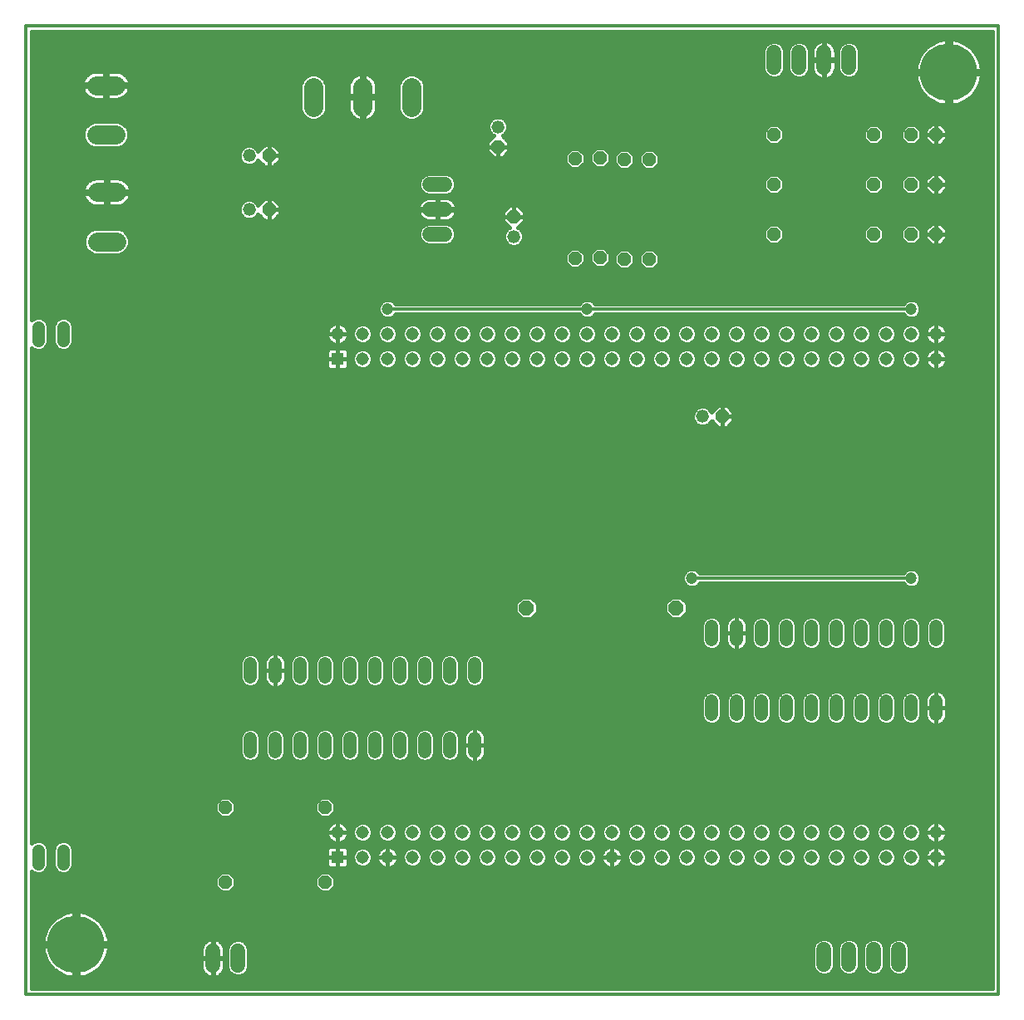
<source format=gtl>
G75*
G70*
%OFA0B0*%
%FSLAX24Y24*%
%IPPOS*%
%LPD*%
%AMOC8*
5,1,8,0,0,1.08239X$1,22.5*
%
%ADD10C,0.0120*%
%ADD11C,0.0520*%
%ADD12R,0.0515X0.0515*%
%ADD13C,0.0515*%
%ADD14C,0.0515*%
%ADD15C,0.0780*%
%ADD16C,0.0600*%
%ADD17OC8,0.0520*%
%ADD18C,0.0520*%
%ADD19OC8,0.0600*%
%ADD20C,0.0594*%
%ADD21C,0.2300*%
%ADD22C,0.0160*%
%ADD23C,0.0472*%
D10*
X001767Y017570D02*
X001767Y056440D01*
X040759Y056440D01*
X040759Y017570D01*
X001767Y017570D01*
X028467Y034270D02*
X037267Y034270D01*
X037267Y045070D02*
X024267Y045070D01*
X016267Y045070D01*
D11*
X029267Y032330D02*
X029267Y031810D01*
X030267Y031810D02*
X030267Y032330D01*
X031267Y032330D02*
X031267Y031810D01*
X032267Y031810D02*
X032267Y032330D01*
X033267Y032330D02*
X033267Y031810D01*
X034267Y031810D02*
X034267Y032330D01*
X035267Y032330D02*
X035267Y031810D01*
X036267Y031810D02*
X036267Y032330D01*
X037267Y032330D02*
X037267Y031810D01*
X038267Y031810D02*
X038267Y032330D01*
X038267Y029330D02*
X038267Y028810D01*
X037267Y028810D02*
X037267Y029330D01*
X036267Y029330D02*
X036267Y028810D01*
X035267Y028810D02*
X035267Y029330D01*
X034267Y029330D02*
X034267Y028810D01*
X033267Y028810D02*
X033267Y029330D01*
X032267Y029330D02*
X032267Y028810D01*
X031267Y028810D02*
X031267Y029330D01*
X030267Y029330D02*
X030267Y028810D01*
X029267Y028810D02*
X029267Y029330D01*
X019767Y030310D02*
X019767Y030830D01*
X018767Y030830D02*
X018767Y030310D01*
X017767Y030310D02*
X017767Y030830D01*
X016767Y030830D02*
X016767Y030310D01*
X015767Y030310D02*
X015767Y030830D01*
X014767Y030830D02*
X014767Y030310D01*
X013767Y030310D02*
X013767Y030830D01*
X012767Y030830D02*
X012767Y030310D01*
X011767Y030310D02*
X011767Y030830D01*
X010767Y030830D02*
X010767Y030310D01*
X010767Y027830D02*
X010767Y027310D01*
X011767Y027310D02*
X011767Y027830D01*
X012767Y027830D02*
X012767Y027310D01*
X013767Y027310D02*
X013767Y027830D01*
X014767Y027830D02*
X014767Y027310D01*
X015767Y027310D02*
X015767Y027830D01*
X016767Y027830D02*
X016767Y027310D01*
X017767Y027310D02*
X017767Y027830D01*
X018767Y027830D02*
X018767Y027310D01*
X019767Y027310D02*
X019767Y027830D01*
D12*
X014267Y023070D03*
X014267Y043070D03*
D13*
X015267Y043070D03*
X016267Y043070D03*
X017267Y043070D03*
X018267Y043070D03*
X019267Y043070D03*
X020267Y043070D03*
X021267Y043070D03*
X022267Y043070D03*
X023267Y043070D03*
X024267Y043070D03*
X025267Y043070D03*
X026267Y043070D03*
X027267Y043070D03*
X028267Y043070D03*
X029267Y043070D03*
X030267Y043070D03*
X031267Y043070D03*
X032267Y043070D03*
X033267Y043070D03*
X034267Y043070D03*
X035267Y043070D03*
X036267Y043070D03*
X037267Y043070D03*
X038267Y043070D03*
X038267Y044070D03*
X037267Y044070D03*
X036267Y044070D03*
X035267Y044070D03*
X034267Y044070D03*
X033267Y044070D03*
X032267Y044070D03*
X031267Y044070D03*
X030267Y044070D03*
X029267Y044070D03*
X028267Y044070D03*
X027267Y044070D03*
X026267Y044070D03*
X025267Y044070D03*
X024267Y044070D03*
X023267Y044070D03*
X022267Y044070D03*
X021267Y044070D03*
X020267Y044070D03*
X019267Y044070D03*
X018267Y044070D03*
X017267Y044070D03*
X016267Y044070D03*
X015267Y044070D03*
X014267Y044070D03*
X014267Y024070D03*
X015267Y024070D03*
X016267Y024070D03*
X017267Y024070D03*
X018267Y024070D03*
X019267Y024070D03*
X020267Y024070D03*
X021267Y024070D03*
X022267Y024070D03*
X023267Y024070D03*
X024267Y024070D03*
X025267Y024070D03*
X026267Y024070D03*
X027267Y024070D03*
X028267Y024070D03*
X029267Y024070D03*
X030267Y024070D03*
X031267Y024070D03*
X032267Y024070D03*
X033267Y024070D03*
X034267Y024070D03*
X035267Y024070D03*
X036267Y024070D03*
X037267Y024070D03*
X038267Y024070D03*
X038267Y023070D03*
X037267Y023070D03*
X036267Y023070D03*
X035267Y023070D03*
X034267Y023070D03*
X033267Y023070D03*
X032267Y023070D03*
X031267Y023070D03*
X030267Y023070D03*
X029267Y023070D03*
X028267Y023070D03*
X027267Y023070D03*
X026267Y023070D03*
X025267Y023070D03*
X024267Y023070D03*
X023267Y023070D03*
X022267Y023070D03*
X021267Y023070D03*
X020267Y023070D03*
X019267Y023070D03*
X018267Y023070D03*
X017267Y023070D03*
X016267Y023070D03*
X015267Y023070D03*
D14*
X003267Y022812D02*
X003267Y023327D01*
X002267Y023327D02*
X002267Y022812D01*
X002267Y043812D02*
X002267Y044327D01*
X003267Y044327D02*
X003267Y043812D01*
D15*
X004614Y047780D02*
X005394Y047780D01*
X005394Y049760D02*
X004614Y049760D01*
X004589Y052067D02*
X005369Y052067D01*
X005369Y054047D02*
X004589Y054047D01*
X013297Y053960D02*
X013297Y053180D01*
X015267Y053180D02*
X015267Y053960D01*
X017237Y053960D02*
X017237Y053180D01*
D16*
X017967Y050070D02*
X018567Y050070D01*
X018567Y049070D02*
X017967Y049070D01*
X017967Y048070D02*
X018567Y048070D01*
X031767Y054770D02*
X031767Y055370D01*
X032767Y055370D02*
X032767Y054770D01*
X033767Y054770D02*
X033767Y055370D01*
X034767Y055370D02*
X034767Y054770D01*
X034767Y019370D02*
X034767Y018770D01*
X033767Y018770D02*
X033767Y019370D01*
X035767Y019370D02*
X035767Y018770D01*
X036767Y018770D02*
X036767Y019370D01*
D17*
X013767Y022070D03*
X013767Y025057D03*
X009767Y025057D03*
X009767Y022070D03*
X029704Y040757D03*
X026767Y047070D03*
X025767Y047070D03*
X024792Y047120D03*
X023779Y047107D03*
X021329Y048782D03*
X020704Y051582D03*
X023779Y051107D03*
X024792Y051120D03*
X025767Y051070D03*
X026767Y051070D03*
X031767Y052070D03*
X031767Y050070D03*
X031767Y048070D03*
X035767Y048070D03*
X037267Y048070D03*
X038267Y048070D03*
X038267Y050070D03*
X037267Y050070D03*
X035767Y050070D03*
X035767Y052070D03*
X037267Y052070D03*
X038267Y052070D03*
X011517Y051220D03*
X011517Y049057D03*
D18*
X010717Y049057D03*
X010717Y051220D03*
X020704Y052382D03*
X021329Y047982D03*
X028904Y040757D03*
D19*
X027842Y033070D03*
X021842Y033070D03*
D20*
X010267Y019317D02*
X010267Y018723D01*
X009267Y018723D02*
X009267Y019317D01*
D21*
X003767Y019570D03*
X038767Y054570D03*
D22*
X038847Y054500D02*
X040519Y054500D01*
X040519Y054342D02*
X040077Y054342D01*
X040084Y054374D02*
X040095Y054490D01*
X038847Y054490D01*
X038847Y054650D01*
X040095Y054650D01*
X040084Y054765D01*
X040058Y054893D01*
X040020Y055018D01*
X039970Y055139D01*
X039909Y055254D01*
X039836Y055363D01*
X039753Y055464D01*
X039661Y055557D01*
X039560Y055639D01*
X039451Y055712D01*
X039336Y055774D01*
X039215Y055824D01*
X039090Y055862D01*
X038962Y055887D01*
X038847Y055898D01*
X038847Y054650D01*
X038687Y054650D01*
X038687Y055898D01*
X038571Y055887D01*
X038443Y055862D01*
X038318Y055824D01*
X038197Y055774D01*
X038082Y055712D01*
X037973Y055639D01*
X037872Y055557D01*
X037780Y055464D01*
X037697Y055363D01*
X037625Y055254D01*
X037563Y055139D01*
X037513Y055018D01*
X037475Y054893D01*
X037449Y054765D01*
X037438Y054650D01*
X038687Y054650D01*
X038687Y054490D01*
X038847Y054490D01*
X038847Y053241D01*
X038962Y053253D01*
X039090Y053278D01*
X039215Y053316D01*
X039336Y053366D01*
X039451Y053428D01*
X039560Y053500D01*
X039661Y053583D01*
X039753Y053676D01*
X039836Y053777D01*
X039909Y053885D01*
X039970Y054001D01*
X040020Y054121D01*
X040058Y054246D01*
X040084Y054374D01*
X040039Y054183D02*
X040519Y054183D01*
X040519Y054025D02*
X039981Y054025D01*
X039896Y053866D02*
X040519Y053866D01*
X040519Y053708D02*
X039780Y053708D01*
X039620Y053549D02*
X040519Y053549D01*
X040519Y053391D02*
X039382Y053391D01*
X038847Y053391D02*
X038687Y053391D01*
X038687Y053241D02*
X038571Y053253D01*
X038443Y053278D01*
X038318Y053316D01*
X038197Y053366D01*
X038082Y053428D01*
X037973Y053500D01*
X037872Y053583D01*
X037780Y053676D01*
X037697Y053777D01*
X037625Y053885D01*
X037563Y054001D01*
X037513Y054121D01*
X037475Y054246D01*
X037449Y054374D01*
X037438Y054490D01*
X038687Y054490D01*
X038687Y053241D01*
X038687Y053549D02*
X038847Y053549D01*
X038847Y053708D02*
X038687Y053708D01*
X038687Y053866D02*
X038847Y053866D01*
X038847Y054025D02*
X038687Y054025D01*
X038687Y054183D02*
X038847Y054183D01*
X038847Y054342D02*
X038687Y054342D01*
X038687Y054500D02*
X035119Y054500D01*
X035140Y054521D02*
X035207Y054682D01*
X035207Y055457D01*
X035140Y055619D01*
X035016Y055743D01*
X034854Y055810D01*
X034679Y055810D01*
X034517Y055743D01*
X034394Y055619D01*
X034327Y055457D01*
X034327Y054682D01*
X034394Y054521D01*
X034517Y054397D01*
X034679Y054330D01*
X034854Y054330D01*
X035016Y054397D01*
X035140Y054521D01*
X035197Y054659D02*
X037439Y054659D01*
X037460Y054817D02*
X035207Y054817D01*
X035207Y054976D02*
X037500Y054976D01*
X037561Y055134D02*
X035207Y055134D01*
X035207Y055293D02*
X037650Y055293D01*
X037770Y055451D02*
X035207Y055451D01*
X035143Y055610D02*
X037937Y055610D01*
X038188Y055768D02*
X034954Y055768D01*
X034579Y055768D02*
X034035Y055768D01*
X034018Y055780D02*
X033951Y055815D01*
X033879Y055838D01*
X033804Y055850D01*
X033787Y055850D01*
X033787Y055090D01*
X034247Y055090D01*
X034247Y055408D01*
X034235Y055482D01*
X034211Y055554D01*
X034177Y055621D01*
X034133Y055683D01*
X034079Y055736D01*
X034018Y055780D01*
X033787Y055768D02*
X033747Y055768D01*
X033747Y055850D02*
X033729Y055850D01*
X033654Y055838D01*
X033582Y055815D01*
X033515Y055780D01*
X033454Y055736D01*
X033401Y055683D01*
X033356Y055621D01*
X033322Y055554D01*
X033298Y055482D01*
X033287Y055408D01*
X033287Y055090D01*
X033747Y055090D01*
X033747Y055850D01*
X033747Y055610D02*
X033787Y055610D01*
X033787Y055451D02*
X033747Y055451D01*
X033747Y055293D02*
X033787Y055293D01*
X033787Y055134D02*
X033747Y055134D01*
X033747Y055090D02*
X033787Y055090D01*
X033787Y055050D01*
X034247Y055050D01*
X034247Y054732D01*
X034235Y054657D01*
X034211Y054586D01*
X034177Y054518D01*
X034133Y054457D01*
X034079Y054404D01*
X034018Y054359D01*
X033951Y054325D01*
X033879Y054302D01*
X033804Y054290D01*
X033787Y054290D01*
X033787Y055050D01*
X033747Y055050D01*
X033747Y054290D01*
X033729Y054290D01*
X033654Y054302D01*
X033582Y054325D01*
X033515Y054359D01*
X033454Y054404D01*
X033401Y054457D01*
X033356Y054518D01*
X033322Y054586D01*
X033298Y054657D01*
X033287Y054732D01*
X033287Y055050D01*
X033747Y055050D01*
X033747Y055090D01*
X033747Y054976D02*
X033787Y054976D01*
X033787Y054817D02*
X033747Y054817D01*
X033747Y054659D02*
X033787Y054659D01*
X033787Y054500D02*
X033747Y054500D01*
X033747Y054342D02*
X033787Y054342D01*
X033984Y054342D02*
X034650Y054342D01*
X034883Y054342D02*
X037456Y054342D01*
X037494Y054183D02*
X017718Y054183D01*
X017686Y054260D02*
X017537Y054409D01*
X017342Y054490D01*
X017131Y054490D01*
X016936Y054409D01*
X016787Y054260D01*
X016707Y054065D01*
X016707Y053074D01*
X015827Y053074D01*
X015823Y053046D02*
X015837Y053135D01*
X015837Y053520D01*
X015317Y053520D01*
X015317Y053620D01*
X015837Y053620D01*
X015837Y054005D01*
X015823Y054093D01*
X015795Y054179D01*
X015754Y054259D01*
X015701Y054331D01*
X015638Y054395D01*
X015565Y054447D01*
X015485Y054488D01*
X015400Y054516D01*
X015317Y054529D01*
X015317Y053620D01*
X015217Y053620D01*
X015217Y054529D01*
X015133Y054516D01*
X015048Y054488D01*
X014968Y054447D01*
X014895Y054395D01*
X014832Y054331D01*
X014779Y054259D01*
X014738Y054179D01*
X014711Y054093D01*
X014697Y054005D01*
X014697Y053620D01*
X015217Y053620D01*
X015217Y053520D01*
X015317Y053520D01*
X015317Y052611D01*
X015400Y052624D01*
X015485Y052652D01*
X015565Y052692D01*
X015638Y052745D01*
X015701Y052809D01*
X015754Y052881D01*
X015795Y052961D01*
X015823Y053046D01*
X015772Y052915D02*
X016773Y052915D01*
X016787Y052880D02*
X016936Y052731D01*
X017131Y052650D01*
X017342Y052650D01*
X017537Y052731D01*
X017686Y052880D01*
X017767Y053074D01*
X017766Y053074D02*
X040519Y053074D01*
X040519Y053232D02*
X017767Y053232D01*
X017767Y053074D02*
X017767Y054065D01*
X017686Y054260D01*
X017604Y054342D02*
X031650Y054342D01*
X031679Y054330D02*
X031854Y054330D01*
X032016Y054397D01*
X032140Y054521D01*
X032207Y054682D01*
X032207Y055457D01*
X032140Y055619D01*
X032016Y055743D01*
X031854Y055810D01*
X031679Y055810D01*
X031517Y055743D01*
X031394Y055619D01*
X031327Y055457D01*
X031327Y054682D01*
X031394Y054521D01*
X031517Y054397D01*
X031679Y054330D01*
X031883Y054342D02*
X032650Y054342D01*
X032679Y054330D02*
X032854Y054330D01*
X033016Y054397D01*
X033140Y054521D01*
X033207Y054682D01*
X033207Y055457D01*
X033140Y055619D01*
X033016Y055743D01*
X032854Y055810D01*
X032679Y055810D01*
X032517Y055743D01*
X032394Y055619D01*
X032327Y055457D01*
X032327Y054682D01*
X032394Y054521D01*
X032517Y054397D01*
X032679Y054330D01*
X032883Y054342D02*
X033549Y054342D01*
X033369Y054500D02*
X033119Y054500D01*
X033197Y054659D02*
X033298Y054659D01*
X033287Y054817D02*
X033207Y054817D01*
X033207Y054976D02*
X033287Y054976D01*
X033287Y055134D02*
X033207Y055134D01*
X033207Y055293D02*
X033287Y055293D01*
X033294Y055451D02*
X033207Y055451D01*
X033143Y055610D02*
X033350Y055610D01*
X033499Y055768D02*
X032954Y055768D01*
X032579Y055768D02*
X031954Y055768D01*
X032143Y055610D02*
X032390Y055610D01*
X032327Y055451D02*
X032207Y055451D01*
X032207Y055293D02*
X032327Y055293D01*
X032327Y055134D02*
X032207Y055134D01*
X032207Y054976D02*
X032327Y054976D01*
X032327Y054817D02*
X032207Y054817D01*
X032197Y054659D02*
X032336Y054659D01*
X032414Y054500D02*
X032119Y054500D01*
X031414Y054500D02*
X015448Y054500D01*
X015317Y054500D02*
X015217Y054500D01*
X015086Y054500D02*
X005715Y054500D01*
X005740Y054482D02*
X005668Y054535D01*
X005588Y054576D01*
X005503Y054603D01*
X005414Y054617D01*
X005029Y054617D01*
X005029Y054097D01*
X005938Y054097D01*
X005925Y054181D01*
X005897Y054266D01*
X005857Y054346D01*
X005804Y054419D01*
X005740Y054482D01*
X005859Y054342D02*
X012929Y054342D01*
X012996Y054409D02*
X012847Y054260D01*
X012767Y054065D01*
X012767Y053074D01*
X002007Y053074D01*
X002007Y053232D02*
X012767Y053232D01*
X012767Y053074D02*
X012847Y052880D01*
X012996Y052731D01*
X013191Y052650D01*
X013402Y052650D01*
X013597Y052731D01*
X013746Y052880D01*
X013827Y053074D01*
X013826Y053074D02*
X014706Y053074D01*
X014711Y053046D02*
X014738Y052961D01*
X014779Y052881D01*
X014832Y052809D01*
X014895Y052745D01*
X014968Y052692D01*
X015048Y052652D01*
X015133Y052624D01*
X015217Y052611D01*
X015217Y053520D01*
X014697Y053520D01*
X014697Y053135D01*
X014711Y053046D01*
X014762Y052915D02*
X013761Y052915D01*
X013827Y053074D02*
X013827Y054065D01*
X013746Y054260D01*
X013597Y054409D01*
X013402Y054490D01*
X013191Y054490D01*
X012996Y054409D01*
X012816Y054183D02*
X005924Y054183D01*
X005938Y053997D02*
X005029Y053997D01*
X005029Y053477D01*
X005414Y053477D01*
X005503Y053491D01*
X005588Y053519D01*
X005668Y053560D01*
X005740Y053613D01*
X005804Y053676D01*
X005857Y053749D01*
X005897Y053829D01*
X005925Y053914D01*
X005938Y053997D01*
X005910Y053866D02*
X012767Y053866D01*
X012767Y053708D02*
X005827Y053708D01*
X005647Y053549D02*
X012767Y053549D01*
X012767Y053391D02*
X002007Y053391D01*
X002007Y053549D02*
X004311Y053549D01*
X004290Y053560D02*
X004370Y053519D01*
X004456Y053491D01*
X004544Y053477D01*
X004929Y053477D01*
X004929Y053997D01*
X005029Y053997D01*
X005029Y054097D01*
X004929Y054097D01*
X004929Y053997D01*
X004020Y053997D01*
X004033Y053914D01*
X004061Y053829D01*
X004102Y053749D01*
X004154Y053676D01*
X004218Y053613D01*
X004290Y053560D01*
X004131Y053708D02*
X002007Y053708D01*
X002007Y053866D02*
X004049Y053866D01*
X004020Y054097D02*
X004929Y054097D01*
X004929Y054617D01*
X004544Y054617D01*
X004456Y054603D01*
X004370Y054576D01*
X004290Y054535D01*
X004218Y054482D01*
X004154Y054419D01*
X004102Y054346D01*
X004061Y054266D01*
X004033Y054181D01*
X004020Y054097D01*
X004034Y054183D02*
X002007Y054183D01*
X002007Y054025D02*
X004929Y054025D01*
X005029Y054025D02*
X012767Y054025D01*
X013664Y054342D02*
X014843Y054342D01*
X014741Y054183D02*
X013778Y054183D01*
X013827Y054025D02*
X014700Y054025D01*
X014697Y053866D02*
X013827Y053866D01*
X013827Y053708D02*
X014697Y053708D01*
X014697Y053391D02*
X013827Y053391D01*
X013827Y053549D02*
X015217Y053549D01*
X015317Y053549D02*
X016707Y053549D01*
X016707Y053391D02*
X015837Y053391D01*
X015837Y053232D02*
X016707Y053232D01*
X016707Y053074D02*
X016787Y052880D01*
X016910Y052757D02*
X015650Y052757D01*
X015317Y052757D02*
X015217Y052757D01*
X015217Y052915D02*
X015317Y052915D01*
X015317Y053074D02*
X015217Y053074D01*
X015217Y053232D02*
X015317Y053232D01*
X015317Y053391D02*
X015217Y053391D01*
X015217Y053708D02*
X015317Y053708D01*
X015317Y053866D02*
X015217Y053866D01*
X015217Y054025D02*
X015317Y054025D01*
X015317Y054183D02*
X015217Y054183D01*
X015217Y054342D02*
X015317Y054342D01*
X015691Y054342D02*
X016869Y054342D01*
X016756Y054183D02*
X015792Y054183D01*
X015833Y054025D02*
X016707Y054025D01*
X016707Y053866D02*
X015837Y053866D01*
X015837Y053708D02*
X016707Y053708D01*
X017767Y053708D02*
X037753Y053708D01*
X037637Y053866D02*
X017767Y053866D01*
X017767Y054025D02*
X037553Y054025D01*
X037914Y053549D02*
X017767Y053549D01*
X017767Y053391D02*
X038151Y053391D01*
X038084Y052510D02*
X037827Y052252D01*
X037827Y052070D01*
X038267Y052070D01*
X038707Y052070D01*
X038707Y052252D01*
X038449Y052510D01*
X038267Y052510D01*
X038267Y052070D01*
X038267Y052070D01*
X038707Y052070D01*
X038707Y051888D01*
X038449Y051630D01*
X038267Y051630D01*
X038267Y052070D01*
X038267Y052070D01*
X038267Y052070D01*
X038267Y052510D01*
X038084Y052510D01*
X038014Y052440D02*
X037462Y052440D01*
X037432Y052470D02*
X037101Y052470D01*
X036867Y052236D01*
X036867Y051904D01*
X037101Y051670D01*
X037432Y051670D01*
X037667Y051904D01*
X037667Y052236D01*
X037432Y052470D01*
X037621Y052281D02*
X037856Y052281D01*
X037827Y052123D02*
X037667Y052123D01*
X037667Y051964D02*
X037827Y051964D01*
X037827Y051888D02*
X038084Y051630D01*
X038267Y051630D01*
X038267Y052070D01*
X038267Y052070D01*
X037827Y052070D01*
X037827Y051888D01*
X037908Y051806D02*
X037568Y051806D01*
X038067Y051647D02*
X021144Y051647D01*
X021144Y051582D02*
X021144Y051765D01*
X020886Y052022D01*
X020880Y052022D01*
X020931Y052043D01*
X021043Y052156D01*
X021104Y052303D01*
X021104Y052462D01*
X021043Y052609D01*
X020931Y052721D01*
X020784Y052782D01*
X020625Y052782D01*
X020478Y052721D01*
X020365Y052609D01*
X020304Y052462D01*
X020304Y052303D01*
X020365Y052156D01*
X020478Y052043D01*
X020528Y052022D01*
X020522Y052022D01*
X020264Y051765D01*
X020264Y051582D01*
X020264Y051400D01*
X020522Y051142D01*
X020704Y051142D01*
X020704Y051582D01*
X020704Y051582D01*
X020264Y051582D01*
X020704Y051582D01*
X020704Y051582D01*
X020704Y051142D01*
X020886Y051142D01*
X021144Y051400D01*
X021144Y051582D01*
X020704Y051582D01*
X020704Y051582D01*
X021144Y051582D01*
X021144Y051489D02*
X023595Y051489D01*
X023613Y051507D02*
X023379Y051273D01*
X023379Y050942D01*
X023613Y050707D01*
X023945Y050707D01*
X024179Y050942D01*
X024179Y051273D01*
X023945Y051507D01*
X023613Y051507D01*
X023437Y051330D02*
X021074Y051330D01*
X020916Y051172D02*
X023379Y051172D01*
X023379Y051013D02*
X011932Y051013D01*
X011957Y051038D02*
X011957Y051220D01*
X011957Y051402D01*
X011699Y051660D01*
X011517Y051660D01*
X011517Y051220D01*
X011957Y051220D01*
X011517Y051220D01*
X011517Y051220D01*
X011517Y051220D01*
X011517Y050780D01*
X011699Y050780D01*
X011957Y051038D01*
X011957Y051172D02*
X020492Y051172D01*
X020704Y051172D02*
X020704Y051172D01*
X020704Y051330D02*
X020704Y051330D01*
X020704Y051489D02*
X020704Y051489D01*
X020334Y051330D02*
X011957Y051330D01*
X011870Y051489D02*
X020264Y051489D01*
X020264Y051647D02*
X011711Y051647D01*
X011517Y051647D02*
X011517Y051647D01*
X011517Y051660D02*
X011334Y051660D01*
X011077Y051402D01*
X011077Y051396D01*
X011056Y051446D01*
X010943Y051559D01*
X010796Y051620D01*
X010637Y051620D01*
X010490Y051559D01*
X010378Y051446D01*
X010317Y051299D01*
X010317Y051140D01*
X010378Y050993D01*
X010490Y050881D01*
X010637Y050820D01*
X010796Y050820D01*
X010943Y050881D01*
X011056Y050993D01*
X011077Y051044D01*
X011077Y051038D01*
X011334Y050780D01*
X011517Y050780D01*
X011517Y051220D01*
X011517Y051220D01*
X011517Y051660D01*
X011517Y051489D02*
X011517Y051489D01*
X011517Y051330D02*
X011517Y051330D01*
X011517Y051172D02*
X011517Y051172D01*
X011517Y051013D02*
X011517Y051013D01*
X011517Y050855D02*
X011517Y050855D01*
X011774Y050855D02*
X023466Y050855D01*
X024092Y050855D02*
X024491Y050855D01*
X024392Y050954D02*
X024626Y050720D01*
X024957Y050720D01*
X025192Y050954D01*
X025192Y051286D01*
X024957Y051520D01*
X024626Y051520D01*
X024392Y051286D01*
X024392Y050954D01*
X024392Y051013D02*
X024179Y051013D01*
X024179Y051172D02*
X024392Y051172D01*
X024437Y051330D02*
X024122Y051330D01*
X023963Y051489D02*
X024595Y051489D01*
X024988Y051489D02*
X040519Y051489D01*
X040519Y051647D02*
X038466Y051647D01*
X038267Y051647D02*
X038267Y051647D01*
X038267Y051806D02*
X038267Y051806D01*
X038267Y051964D02*
X038267Y051964D01*
X038267Y052123D02*
X038267Y052123D01*
X038267Y052281D02*
X038267Y052281D01*
X038267Y052440D02*
X038267Y052440D01*
X038519Y052440D02*
X040519Y052440D01*
X040519Y052598D02*
X021048Y052598D01*
X021104Y052440D02*
X031571Y052440D01*
X031601Y052470D02*
X031367Y052236D01*
X031367Y051904D01*
X031601Y051670D01*
X031932Y051670D01*
X032167Y051904D01*
X032167Y052236D01*
X031932Y052470D01*
X031601Y052470D01*
X031413Y052281D02*
X021095Y052281D01*
X021010Y052123D02*
X031367Y052123D01*
X031367Y051964D02*
X020944Y051964D01*
X021103Y051806D02*
X031465Y051806D01*
X032068Y051806D02*
X035465Y051806D01*
X035367Y051904D02*
X035601Y051670D01*
X035932Y051670D01*
X036167Y051904D01*
X036167Y052236D01*
X035932Y052470D01*
X035601Y052470D01*
X035367Y052236D01*
X035367Y051904D01*
X035367Y051964D02*
X032167Y051964D01*
X032167Y052123D02*
X035367Y052123D01*
X035413Y052281D02*
X032121Y052281D01*
X031962Y052440D02*
X035571Y052440D01*
X035962Y052440D02*
X037071Y052440D01*
X036913Y052281D02*
X036121Y052281D01*
X036167Y052123D02*
X036867Y052123D01*
X036867Y051964D02*
X036167Y051964D01*
X036068Y051806D02*
X036965Y051806D01*
X038084Y050510D02*
X037827Y050252D01*
X037827Y050070D01*
X038267Y050070D01*
X038707Y050070D01*
X038707Y050252D01*
X038449Y050510D01*
X038267Y050510D01*
X038267Y050070D01*
X038267Y050070D01*
X038707Y050070D01*
X038707Y049888D01*
X038449Y049630D01*
X038267Y049630D01*
X038267Y050070D01*
X038267Y050070D01*
X038267Y050070D01*
X038267Y050510D01*
X038084Y050510D01*
X037954Y050379D02*
X037523Y050379D01*
X037432Y050470D02*
X037101Y050470D01*
X036867Y050236D01*
X036867Y049904D01*
X036166Y049904D01*
X036167Y049904D02*
X035932Y049670D01*
X035601Y049670D01*
X035367Y049904D01*
X032166Y049904D01*
X032167Y049904D02*
X031932Y049670D01*
X031601Y049670D01*
X031367Y049904D01*
X018974Y049904D01*
X019007Y049982D02*
X018940Y049821D01*
X018816Y049697D01*
X018654Y049630D01*
X017879Y049630D01*
X017717Y049697D01*
X017594Y049821D01*
X017527Y049982D01*
X017527Y050157D01*
X017594Y050319D01*
X017717Y050443D01*
X017879Y050510D01*
X018654Y050510D01*
X018816Y050443D01*
X018940Y050319D01*
X019007Y050157D01*
X019007Y049982D01*
X019007Y050062D02*
X031367Y050062D01*
X031367Y049904D02*
X031367Y050236D01*
X031601Y050470D01*
X031932Y050470D01*
X032167Y050236D01*
X032167Y049904D01*
X032167Y050062D02*
X035367Y050062D01*
X035367Y049904D02*
X035367Y050236D01*
X035601Y050470D01*
X035932Y050470D01*
X036167Y050236D01*
X036167Y049904D01*
X036167Y050062D02*
X036867Y050062D01*
X036867Y049904D02*
X037101Y049670D01*
X037432Y049670D01*
X037667Y049904D01*
X037667Y050236D01*
X037432Y050470D01*
X037667Y050221D02*
X037827Y050221D01*
X037827Y050070D02*
X037827Y049888D01*
X038084Y049630D01*
X038267Y049630D01*
X038267Y050070D01*
X038267Y050070D01*
X037827Y050070D01*
X037827Y050062D02*
X037667Y050062D01*
X037666Y049904D02*
X037827Y049904D01*
X037969Y049745D02*
X037508Y049745D01*
X037025Y049745D02*
X036008Y049745D01*
X035525Y049745D02*
X032008Y049745D01*
X031525Y049745D02*
X018864Y049745D01*
X018751Y049515D02*
X018679Y049538D01*
X018604Y049550D01*
X018287Y049550D01*
X018287Y049090D01*
X019047Y049090D01*
X019047Y049108D01*
X019035Y049182D01*
X019011Y049254D01*
X018977Y049321D01*
X018933Y049383D01*
X018879Y049436D01*
X018818Y049480D01*
X018751Y049515D01*
X018887Y049428D02*
X040519Y049428D01*
X040519Y049270D02*
X019003Y049270D01*
X019046Y049111D02*
X021036Y049111D01*
X021147Y049222D02*
X020889Y048965D01*
X020889Y048782D01*
X020889Y048600D01*
X021147Y048342D01*
X021153Y048342D01*
X021103Y048321D01*
X020990Y048209D01*
X020929Y048062D01*
X020929Y047903D01*
X020990Y047756D01*
X021103Y047643D01*
X021250Y047582D01*
X021409Y047582D01*
X021556Y047643D01*
X021668Y047756D01*
X021729Y047903D01*
X021729Y048062D01*
X021668Y048209D01*
X021556Y048321D01*
X021505Y048342D01*
X021511Y048342D01*
X021769Y048600D01*
X021769Y048782D01*
X021329Y048782D01*
X020889Y048782D01*
X021329Y048782D01*
X021329Y048782D01*
X021329Y048782D01*
X021329Y049222D01*
X021147Y049222D01*
X021329Y049222D02*
X021329Y048782D01*
X021329Y048782D01*
X021769Y048782D01*
X021769Y048965D01*
X021511Y049222D01*
X021329Y049222D01*
X021329Y049111D02*
X021329Y049111D01*
X021329Y048953D02*
X021329Y048953D01*
X021329Y048794D02*
X021329Y048794D01*
X021622Y049111D02*
X040519Y049111D01*
X040519Y048953D02*
X021769Y048953D01*
X021769Y048794D02*
X040519Y048794D01*
X040519Y048636D02*
X021769Y048636D01*
X021646Y048477D02*
X038052Y048477D01*
X038084Y048510D02*
X037827Y048252D01*
X037827Y048070D01*
X038267Y048070D01*
X038707Y048070D01*
X038707Y048252D01*
X038449Y048510D01*
X038267Y048510D01*
X038267Y048070D01*
X038267Y048070D01*
X038707Y048070D01*
X038707Y047888D01*
X038449Y047630D01*
X038267Y047630D01*
X038267Y048070D01*
X038267Y048070D01*
X038267Y048070D01*
X038267Y048510D01*
X038084Y048510D01*
X038267Y048477D02*
X038267Y048477D01*
X038267Y048319D02*
X038267Y048319D01*
X038267Y048160D02*
X038267Y048160D01*
X038267Y048070D02*
X038267Y048070D01*
X038267Y047630D01*
X038084Y047630D01*
X037827Y047888D01*
X037827Y048070D01*
X038267Y048070D01*
X038267Y048002D02*
X038267Y048002D01*
X038267Y047843D02*
X038267Y047843D01*
X038267Y047685D02*
X038267Y047685D01*
X038504Y047685D02*
X040519Y047685D01*
X040519Y047843D02*
X038662Y047843D01*
X038707Y048002D02*
X040519Y048002D01*
X040519Y048160D02*
X038707Y048160D01*
X038640Y048319D02*
X040519Y048319D01*
X040519Y048477D02*
X038481Y048477D01*
X037893Y048319D02*
X037583Y048319D01*
X037667Y048236D02*
X037432Y048470D01*
X037101Y048470D01*
X036867Y048236D01*
X036867Y047904D01*
X037101Y047670D01*
X037432Y047670D01*
X037667Y047904D01*
X037667Y048236D01*
X037667Y048160D02*
X037827Y048160D01*
X037827Y048002D02*
X037667Y048002D01*
X037606Y047843D02*
X037871Y047843D01*
X038029Y047685D02*
X037447Y047685D01*
X037086Y047685D02*
X035947Y047685D01*
X035932Y047670D02*
X036167Y047904D01*
X036167Y048236D01*
X035932Y048470D01*
X035601Y048470D01*
X035367Y048236D01*
X035367Y047904D01*
X035601Y047670D01*
X035932Y047670D01*
X036106Y047843D02*
X036927Y047843D01*
X036867Y048002D02*
X036167Y048002D01*
X036167Y048160D02*
X036867Y048160D01*
X036950Y048319D02*
X036083Y048319D01*
X035450Y048319D02*
X032083Y048319D01*
X032167Y048236D02*
X031932Y048470D01*
X031601Y048470D01*
X031367Y048236D01*
X031367Y047904D01*
X031601Y047670D01*
X031932Y047670D01*
X032167Y047904D01*
X032167Y048236D01*
X032167Y048160D02*
X035367Y048160D01*
X035367Y048002D02*
X032167Y048002D01*
X032106Y047843D02*
X035427Y047843D01*
X035586Y047685D02*
X031947Y047685D01*
X031586Y047685D02*
X021597Y047685D01*
X021705Y047843D02*
X031427Y047843D01*
X031367Y048002D02*
X021729Y048002D01*
X021688Y048160D02*
X031367Y048160D01*
X031450Y048319D02*
X021558Y048319D01*
X021100Y048319D02*
X018940Y048319D01*
X018816Y048443D01*
X018654Y048510D01*
X017879Y048510D01*
X017717Y048443D01*
X017594Y048319D01*
X017527Y048157D01*
X017527Y047982D01*
X017594Y047821D01*
X017717Y047697D01*
X017879Y047630D01*
X018654Y047630D01*
X018816Y047697D01*
X018940Y047821D01*
X019007Y047982D01*
X019007Y048157D01*
X018940Y048319D01*
X019005Y048160D02*
X020970Y048160D01*
X020929Y048002D02*
X019007Y048002D01*
X018949Y047843D02*
X020954Y047843D01*
X021061Y047685D02*
X018787Y047685D01*
X018733Y048477D02*
X021012Y048477D01*
X020889Y048636D02*
X018772Y048636D01*
X018751Y048625D02*
X018818Y048659D01*
X018879Y048704D01*
X018933Y048757D01*
X018977Y048818D01*
X019011Y048886D01*
X019035Y048957D01*
X019047Y049032D01*
X019047Y049050D01*
X018287Y049050D01*
X018287Y049090D01*
X018247Y049090D01*
X018247Y049550D01*
X017929Y049550D01*
X017854Y049538D01*
X017782Y049515D01*
X017715Y049480D01*
X017654Y049436D01*
X017601Y049383D01*
X017556Y049321D01*
X017522Y049254D01*
X017498Y049182D01*
X017487Y049108D01*
X017487Y049090D01*
X018247Y049090D01*
X018247Y049050D01*
X018287Y049050D01*
X018287Y048590D01*
X018604Y048590D01*
X018679Y048602D01*
X018751Y048625D01*
X018960Y048794D02*
X020889Y048794D01*
X020889Y048953D02*
X019033Y048953D01*
X018287Y048953D02*
X018247Y048953D01*
X018247Y049050D02*
X018247Y048590D01*
X017929Y048590D01*
X017854Y048602D01*
X017782Y048625D01*
X017715Y048659D01*
X017654Y048704D01*
X017601Y048757D01*
X017556Y048818D01*
X017522Y048886D01*
X017498Y048957D01*
X017487Y049032D01*
X017487Y049050D01*
X018247Y049050D01*
X018247Y049111D02*
X018287Y049111D01*
X018287Y049270D02*
X018247Y049270D01*
X018247Y049428D02*
X018287Y049428D01*
X017646Y049428D02*
X011768Y049428D01*
X011699Y049497D02*
X011517Y049497D01*
X011517Y049057D01*
X011517Y049057D01*
X011957Y049057D01*
X011957Y048875D01*
X011699Y048617D01*
X011517Y048617D01*
X011517Y049057D01*
X011517Y049057D01*
X011957Y049057D01*
X011957Y049240D01*
X011699Y049497D01*
X011517Y049497D02*
X011334Y049497D01*
X011077Y049240D01*
X011077Y049234D01*
X011056Y049284D01*
X010943Y049396D01*
X010796Y049457D01*
X010637Y049457D01*
X010490Y049396D01*
X010378Y049284D01*
X010317Y049137D01*
X010317Y048978D01*
X010378Y048831D01*
X010490Y048718D01*
X010637Y048657D01*
X010796Y048657D01*
X010943Y048718D01*
X011056Y048831D01*
X011077Y048881D01*
X011077Y048875D01*
X011334Y048617D01*
X011517Y048617D01*
X011517Y049057D01*
X011517Y049057D01*
X011517Y049497D01*
X011517Y049428D02*
X011517Y049428D01*
X011517Y049270D02*
X011517Y049270D01*
X011517Y049111D02*
X011517Y049111D01*
X011517Y048953D02*
X011517Y048953D01*
X011517Y048794D02*
X011517Y048794D01*
X011517Y048636D02*
X011517Y048636D01*
X011717Y048636D02*
X017761Y048636D01*
X017801Y048477D02*
X002007Y048477D01*
X002007Y048319D02*
X017594Y048319D01*
X017528Y048160D02*
X005763Y048160D01*
X005694Y048229D02*
X005843Y048080D01*
X005924Y047885D01*
X005924Y047674D01*
X005843Y047480D01*
X005694Y047331D01*
X005500Y047250D01*
X004509Y047250D01*
X004314Y047331D01*
X004165Y047480D01*
X004084Y047674D01*
X004084Y047885D01*
X004165Y048080D01*
X004314Y048229D01*
X004509Y048310D01*
X005500Y048310D01*
X005694Y048229D01*
X005876Y048002D02*
X017527Y048002D01*
X017584Y047843D02*
X005924Y047843D01*
X005924Y047685D02*
X017746Y047685D01*
X018247Y048636D02*
X018287Y048636D01*
X018287Y048794D02*
X018247Y048794D01*
X017573Y048794D02*
X011876Y048794D01*
X011957Y048953D02*
X017500Y048953D01*
X017487Y049111D02*
X011957Y049111D01*
X011926Y049270D02*
X017530Y049270D01*
X017669Y049745D02*
X005054Y049745D01*
X005054Y049710D02*
X005054Y049810D01*
X004954Y049810D01*
X004954Y049710D01*
X004045Y049710D01*
X004058Y049626D01*
X004086Y049541D01*
X004127Y049461D01*
X004179Y049389D01*
X004243Y049325D01*
X004315Y049272D01*
X004395Y049232D01*
X004481Y049204D01*
X004569Y049190D01*
X004954Y049190D01*
X004954Y049710D01*
X005054Y049710D01*
X005054Y049190D01*
X005439Y049190D01*
X005528Y049204D01*
X005613Y049232D01*
X005693Y049272D01*
X005765Y049325D01*
X005829Y049389D01*
X005882Y049461D01*
X005922Y049541D01*
X005950Y049626D01*
X005963Y049710D01*
X005054Y049710D01*
X005054Y049810D02*
X005963Y049810D01*
X005950Y049893D01*
X005922Y049979D01*
X005882Y050059D01*
X005829Y050131D01*
X005765Y050195D01*
X005693Y050247D01*
X005613Y050288D01*
X005528Y050316D01*
X005439Y050330D01*
X005054Y050330D01*
X005054Y049810D01*
X005054Y049904D02*
X004954Y049904D01*
X004954Y049810D02*
X004954Y050330D01*
X004569Y050330D01*
X004481Y050316D01*
X004395Y050288D01*
X004315Y050247D01*
X004243Y050195D01*
X004179Y050131D01*
X004127Y050059D01*
X004086Y049979D01*
X004058Y049893D01*
X004045Y049810D01*
X004954Y049810D01*
X004954Y049745D02*
X002007Y049745D01*
X002007Y049587D02*
X004071Y049587D01*
X004150Y049428D02*
X002007Y049428D01*
X002007Y049270D02*
X004320Y049270D01*
X004954Y049270D02*
X005054Y049270D01*
X005054Y049428D02*
X004954Y049428D01*
X004954Y049587D02*
X005054Y049587D01*
X005054Y050062D02*
X004954Y050062D01*
X004954Y050221D02*
X005054Y050221D01*
X005729Y050221D02*
X017553Y050221D01*
X017527Y050062D02*
X005879Y050062D01*
X005947Y049904D02*
X017559Y049904D01*
X017654Y050379D02*
X002007Y050379D01*
X002007Y050221D02*
X004279Y050221D01*
X004129Y050062D02*
X002007Y050062D01*
X002007Y049904D02*
X004062Y049904D01*
X005688Y049270D02*
X010372Y049270D01*
X010317Y049111D02*
X002007Y049111D01*
X002007Y048953D02*
X010327Y048953D01*
X010414Y048794D02*
X002007Y048794D01*
X002007Y048636D02*
X011316Y048636D01*
X011157Y048794D02*
X011019Y048794D01*
X011062Y049270D02*
X011107Y049270D01*
X011265Y049428D02*
X010866Y049428D01*
X010567Y049428D02*
X005858Y049428D01*
X005937Y049587D02*
X040519Y049587D01*
X040519Y049745D02*
X038564Y049745D01*
X038707Y049904D02*
X040519Y049904D01*
X040519Y050062D02*
X038707Y050062D01*
X038707Y050221D02*
X040519Y050221D01*
X040519Y050379D02*
X038579Y050379D01*
X038267Y050379D02*
X038267Y050379D01*
X038267Y050221D02*
X038267Y050221D01*
X038267Y050062D02*
X038267Y050062D01*
X038267Y049904D02*
X038267Y049904D01*
X038267Y049745D02*
X038267Y049745D01*
X037011Y050379D02*
X036023Y050379D01*
X036167Y050221D02*
X036867Y050221D01*
X035511Y050379D02*
X032023Y050379D01*
X032167Y050221D02*
X035367Y050221D01*
X038625Y051806D02*
X040519Y051806D01*
X040519Y051964D02*
X038707Y051964D01*
X038707Y052123D02*
X040519Y052123D01*
X040519Y052281D02*
X038677Y052281D01*
X040519Y052757D02*
X020845Y052757D01*
X020563Y052757D02*
X017563Y052757D01*
X017701Y052915D02*
X040519Y052915D01*
X040519Y051330D02*
X027072Y051330D01*
X027167Y051236D02*
X026932Y051470D01*
X026601Y051470D01*
X026367Y051236D01*
X026367Y050904D01*
X026601Y050670D01*
X026932Y050670D01*
X027167Y050904D01*
X027167Y051236D01*
X027167Y051172D02*
X040519Y051172D01*
X040519Y051013D02*
X027167Y051013D01*
X027117Y050855D02*
X040519Y050855D01*
X040519Y050696D02*
X026959Y050696D01*
X026574Y050696D02*
X025959Y050696D01*
X025932Y050670D02*
X026167Y050904D01*
X026167Y051236D01*
X025932Y051470D01*
X025601Y051470D01*
X025367Y051236D01*
X025367Y050904D01*
X025601Y050670D01*
X025932Y050670D01*
X026117Y050855D02*
X026416Y050855D01*
X026367Y051013D02*
X026167Y051013D01*
X026167Y051172D02*
X026367Y051172D01*
X026462Y051330D02*
X026072Y051330D01*
X025462Y051330D02*
X025147Y051330D01*
X025192Y051172D02*
X025367Y051172D01*
X025367Y051013D02*
X025192Y051013D01*
X025092Y050855D02*
X025416Y050855D01*
X025574Y050696D02*
X002007Y050696D01*
X002007Y050538D02*
X040519Y050538D01*
X040519Y047526D02*
X005863Y047526D01*
X005732Y047368D02*
X023474Y047368D01*
X023379Y047273D02*
X023379Y046942D01*
X023613Y046707D01*
X023945Y046707D01*
X024179Y046942D01*
X024179Y047273D01*
X023945Y047507D01*
X023613Y047507D01*
X023379Y047273D01*
X023379Y047209D02*
X002007Y047209D01*
X002007Y047051D02*
X023379Y047051D01*
X023428Y046892D02*
X002007Y046892D01*
X002007Y046734D02*
X023587Y046734D01*
X023971Y046734D02*
X024612Y046734D01*
X024626Y046720D02*
X024957Y046720D01*
X025192Y046954D01*
X025192Y047286D01*
X024957Y047520D01*
X024626Y047520D01*
X024392Y047286D01*
X024392Y046954D01*
X024626Y046720D01*
X024453Y046892D02*
X024130Y046892D01*
X024179Y047051D02*
X024392Y047051D01*
X024392Y047209D02*
X024179Y047209D01*
X024084Y047368D02*
X024474Y047368D01*
X025109Y047368D02*
X025499Y047368D01*
X025601Y047470D02*
X025367Y047236D01*
X025367Y046904D01*
X025601Y046670D01*
X025932Y046670D01*
X026167Y046904D01*
X026167Y047236D01*
X025932Y047470D01*
X025601Y047470D01*
X025367Y047209D02*
X025192Y047209D01*
X025192Y047051D02*
X025367Y047051D01*
X025378Y046892D02*
X025130Y046892D01*
X024971Y046734D02*
X025537Y046734D01*
X025996Y046734D02*
X026537Y046734D01*
X026601Y046670D02*
X026932Y046670D01*
X027167Y046904D01*
X027167Y047236D01*
X026932Y047470D01*
X026601Y047470D01*
X026367Y047236D01*
X026367Y046904D01*
X026601Y046670D01*
X026378Y046892D02*
X026155Y046892D01*
X026167Y047051D02*
X026367Y047051D01*
X026367Y047209D02*
X026167Y047209D01*
X026034Y047368D02*
X026499Y047368D01*
X027034Y047368D02*
X040519Y047368D01*
X040519Y047209D02*
X027167Y047209D01*
X027167Y047051D02*
X040519Y047051D01*
X040519Y046892D02*
X027155Y046892D01*
X026996Y046734D02*
X040519Y046734D01*
X040519Y046575D02*
X002007Y046575D01*
X002007Y046417D02*
X040519Y046417D01*
X040519Y046258D02*
X002007Y046258D01*
X002007Y046100D02*
X040519Y046100D01*
X040519Y045941D02*
X002007Y045941D01*
X002007Y045783D02*
X040519Y045783D01*
X040519Y045624D02*
X002007Y045624D01*
X002007Y045466D02*
X040519Y045466D01*
X040519Y045307D02*
X037561Y045307D01*
X037586Y045283D02*
X037480Y045389D01*
X037342Y045446D01*
X037192Y045446D01*
X037054Y045389D01*
X036948Y045283D01*
X036942Y045270D01*
X024591Y045270D01*
X024586Y045283D01*
X024480Y045389D01*
X024342Y045446D01*
X024192Y045446D01*
X024054Y045389D01*
X023948Y045283D01*
X023942Y045270D01*
X016591Y045270D01*
X016586Y045283D01*
X016480Y045389D01*
X016342Y045446D01*
X016192Y045446D01*
X016054Y045389D01*
X015948Y045283D01*
X015890Y045145D01*
X015890Y044995D01*
X015948Y044857D01*
X016054Y044751D01*
X016192Y044694D01*
X016342Y044694D01*
X016480Y044751D01*
X016586Y044857D01*
X016591Y044870D01*
X023942Y044870D01*
X023948Y044857D01*
X024054Y044751D01*
X024192Y044694D01*
X024342Y044694D01*
X024480Y044751D01*
X024586Y044857D01*
X024591Y044870D01*
X036942Y044870D01*
X036948Y044857D01*
X037054Y044751D01*
X037192Y044694D01*
X037342Y044694D01*
X037480Y044751D01*
X037586Y044857D01*
X037643Y044995D01*
X037643Y045145D01*
X037586Y045283D01*
X037641Y045149D02*
X040519Y045149D01*
X040519Y044990D02*
X037641Y044990D01*
X037561Y044832D02*
X040519Y044832D01*
X040519Y044673D02*
X003470Y044673D01*
X003492Y044664D02*
X003346Y044725D01*
X003188Y044725D01*
X003042Y044664D01*
X002930Y044553D01*
X002869Y044406D01*
X002869Y043733D01*
X002930Y043587D01*
X003042Y043475D01*
X003188Y043415D01*
X003346Y043415D01*
X003492Y043475D01*
X003604Y043587D01*
X003664Y043733D01*
X003664Y044406D01*
X003604Y044553D01*
X003492Y044664D01*
X003619Y044515D02*
X040519Y044515D01*
X040519Y044356D02*
X038599Y044356D01*
X038600Y044355D02*
X038552Y044404D01*
X038496Y044444D01*
X038435Y044475D01*
X038369Y044497D01*
X038301Y044507D01*
X038267Y044507D01*
X038267Y044070D01*
X038704Y044070D01*
X038704Y044104D01*
X038693Y044172D01*
X038672Y044238D01*
X038641Y044299D01*
X038600Y044355D01*
X038685Y044198D02*
X040519Y044198D01*
X040519Y044039D02*
X038704Y044039D01*
X038704Y044035D02*
X038704Y044070D01*
X038267Y044070D01*
X038267Y044070D01*
X038267Y044070D01*
X038267Y043632D01*
X038301Y043632D01*
X038369Y043643D01*
X038435Y043664D01*
X038496Y043696D01*
X038552Y043736D01*
X038600Y043785D01*
X038641Y043841D01*
X038672Y043902D01*
X038693Y043967D01*
X038704Y044035D01*
X038661Y043881D02*
X040519Y043881D01*
X040519Y043722D02*
X038533Y043722D01*
X038435Y043475D02*
X038369Y043497D01*
X038301Y043507D01*
X038267Y043507D01*
X038267Y043070D01*
X038704Y043070D01*
X038704Y043104D01*
X038693Y043172D01*
X038672Y043238D01*
X038641Y043299D01*
X038600Y043355D01*
X038552Y043404D01*
X038496Y043444D01*
X038435Y043475D01*
X038549Y043405D02*
X040519Y043405D01*
X040519Y043247D02*
X038667Y043247D01*
X038704Y043088D02*
X040519Y043088D01*
X040519Y042930D02*
X038681Y042930D01*
X038672Y042902D02*
X038693Y042967D01*
X038704Y043035D01*
X038704Y043070D01*
X038267Y043070D01*
X038267Y043070D01*
X038267Y043070D01*
X038267Y042632D01*
X038301Y042632D01*
X038369Y042643D01*
X038435Y042664D01*
X038496Y042696D01*
X038552Y042736D01*
X038600Y042785D01*
X038641Y042841D01*
X038672Y042902D01*
X038587Y042771D02*
X040519Y042771D01*
X040519Y042613D02*
X002007Y042613D01*
X002007Y042771D02*
X013834Y042771D01*
X013829Y042789D02*
X013841Y042743D01*
X013865Y042702D01*
X013899Y042668D01*
X013940Y042645D01*
X013985Y042632D01*
X014267Y042632D01*
X014548Y042632D01*
X014594Y042645D01*
X014635Y042668D01*
X014668Y042702D01*
X014692Y042743D01*
X014704Y042789D01*
X014704Y043070D01*
X014704Y043351D01*
X014692Y043397D01*
X014668Y043438D01*
X014635Y043471D01*
X014594Y043495D01*
X014548Y043507D01*
X014267Y043507D01*
X014267Y043070D01*
X014704Y043070D01*
X014267Y043070D01*
X014267Y043070D01*
X014267Y043070D01*
X014267Y042632D01*
X014267Y043070D01*
X014267Y043070D01*
X014267Y043507D01*
X013985Y043507D01*
X013940Y043495D01*
X013899Y043471D01*
X013865Y043438D01*
X013841Y043397D01*
X013829Y043351D01*
X013829Y043070D01*
X014267Y043070D01*
X014267Y043070D01*
X013829Y043070D01*
X013829Y042789D01*
X013829Y042930D02*
X002007Y042930D01*
X002007Y043088D02*
X013829Y043088D01*
X013829Y043247D02*
X002007Y043247D01*
X002007Y043405D02*
X013846Y043405D01*
X014037Y043696D02*
X014099Y043664D01*
X014164Y043643D01*
X014232Y043632D01*
X014267Y043632D01*
X014301Y043632D01*
X014369Y043643D01*
X014435Y043664D01*
X014496Y043696D01*
X014552Y043736D01*
X014600Y043785D01*
X014641Y043841D01*
X014672Y043902D01*
X014693Y043967D01*
X014704Y044035D01*
X014704Y044070D01*
X014704Y044104D01*
X014693Y044172D01*
X014672Y044238D01*
X014641Y044299D01*
X014600Y044355D01*
X014552Y044404D01*
X014496Y044444D01*
X014435Y044475D01*
X014369Y044497D01*
X014301Y044507D01*
X014267Y044507D01*
X014267Y044070D01*
X014704Y044070D01*
X014267Y044070D01*
X014267Y044070D01*
X014267Y044070D01*
X014267Y043632D01*
X014267Y044070D01*
X014267Y044070D01*
X014267Y044507D01*
X014232Y044507D01*
X014164Y044497D01*
X014099Y044475D01*
X014037Y044444D01*
X013982Y044404D01*
X013933Y044355D01*
X013892Y044299D01*
X013861Y044238D01*
X013840Y044172D01*
X013829Y044104D01*
X013829Y044070D01*
X014267Y044070D01*
X014267Y044070D01*
X013829Y044070D01*
X013829Y044035D01*
X013840Y043967D01*
X013861Y043902D01*
X013892Y043841D01*
X013933Y043785D01*
X013982Y043736D01*
X014037Y043696D01*
X014001Y043722D02*
X003660Y043722D01*
X003664Y043881D02*
X013872Y043881D01*
X013829Y044039D02*
X003664Y044039D01*
X003664Y044198D02*
X013848Y044198D01*
X013935Y044356D02*
X003664Y044356D01*
X003063Y044673D02*
X002470Y044673D01*
X002492Y044664D02*
X002346Y044725D01*
X002188Y044725D01*
X002042Y044664D01*
X002007Y044629D01*
X002007Y056200D01*
X040519Y056200D01*
X040519Y017810D01*
X002007Y017810D01*
X002007Y022510D01*
X002042Y022475D01*
X002188Y022415D01*
X002346Y022415D01*
X002492Y022475D01*
X002604Y022587D01*
X002664Y022733D01*
X002664Y023406D01*
X002604Y023553D01*
X002492Y023664D01*
X002346Y023725D01*
X002188Y023725D01*
X002042Y023664D01*
X002007Y023629D01*
X002007Y043510D01*
X002042Y043475D01*
X002188Y043415D01*
X002346Y043415D01*
X002492Y043475D01*
X002604Y043587D01*
X002664Y043733D01*
X002664Y044406D01*
X002604Y044553D01*
X002492Y044664D01*
X002619Y044515D02*
X002914Y044515D01*
X002869Y044356D02*
X002664Y044356D01*
X002664Y044198D02*
X002869Y044198D01*
X002869Y044039D02*
X002664Y044039D01*
X002664Y043881D02*
X002869Y043881D01*
X002874Y043722D02*
X002660Y043722D01*
X002580Y043564D02*
X002953Y043564D01*
X003580Y043564D02*
X040519Y043564D01*
X040519Y042454D02*
X002007Y042454D01*
X002007Y042296D02*
X040519Y042296D01*
X040519Y042137D02*
X002007Y042137D01*
X002007Y041979D02*
X040519Y041979D01*
X040519Y041820D02*
X002007Y041820D01*
X002007Y041662D02*
X040519Y041662D01*
X040519Y041503D02*
X002007Y041503D01*
X002007Y041345D02*
X040519Y041345D01*
X040519Y041186D02*
X029897Y041186D01*
X029886Y041197D02*
X029704Y041197D01*
X029522Y041197D01*
X029264Y040940D01*
X029264Y040934D01*
X029243Y040984D01*
X029131Y041096D01*
X028984Y041157D01*
X028825Y041157D01*
X028678Y041096D01*
X028565Y040984D01*
X028504Y040837D01*
X028504Y040678D01*
X028565Y040531D01*
X028678Y040418D01*
X028825Y040357D01*
X028984Y040357D01*
X029131Y040418D01*
X029243Y040531D01*
X029264Y040581D01*
X029264Y040575D01*
X029522Y040317D01*
X029704Y040317D01*
X029704Y040757D01*
X029704Y040757D01*
X029704Y040317D01*
X029886Y040317D01*
X030144Y040575D01*
X030144Y040757D01*
X029704Y040757D01*
X029704Y040757D01*
X030144Y040757D01*
X030144Y040940D01*
X029886Y041197D01*
X029704Y041197D02*
X029704Y040757D01*
X029704Y041197D01*
X029704Y041186D02*
X029704Y041186D01*
X029704Y041028D02*
X029704Y041028D01*
X029704Y040869D02*
X029704Y040869D01*
X029704Y040757D02*
X029704Y040757D01*
X029704Y040711D02*
X029704Y040711D01*
X029704Y040552D02*
X029704Y040552D01*
X029704Y040394D02*
X029704Y040394D01*
X029445Y040394D02*
X029072Y040394D01*
X029252Y040552D02*
X029287Y040552D01*
X029352Y041028D02*
X029199Y041028D01*
X029511Y041186D02*
X002007Y041186D01*
X002007Y041028D02*
X028609Y041028D01*
X028518Y040869D02*
X002007Y040869D01*
X002007Y040711D02*
X028504Y040711D01*
X028556Y040552D02*
X002007Y040552D01*
X002007Y040394D02*
X028736Y040394D01*
X029963Y040394D02*
X040519Y040394D01*
X040519Y040552D02*
X030121Y040552D01*
X030144Y040711D02*
X040519Y040711D01*
X040519Y040869D02*
X030144Y040869D01*
X030056Y041028D02*
X040519Y041028D01*
X040519Y040235D02*
X002007Y040235D01*
X002007Y040077D02*
X040519Y040077D01*
X040519Y039918D02*
X002007Y039918D01*
X002007Y039760D02*
X040519Y039760D01*
X040519Y039601D02*
X002007Y039601D01*
X002007Y039443D02*
X040519Y039443D01*
X040519Y039284D02*
X002007Y039284D01*
X002007Y039126D02*
X040519Y039126D01*
X040519Y038967D02*
X002007Y038967D01*
X002007Y038809D02*
X040519Y038809D01*
X040519Y038650D02*
X002007Y038650D01*
X002007Y038492D02*
X040519Y038492D01*
X040519Y038333D02*
X002007Y038333D01*
X002007Y038175D02*
X040519Y038175D01*
X040519Y038016D02*
X002007Y038016D01*
X002007Y037858D02*
X040519Y037858D01*
X040519Y037699D02*
X002007Y037699D01*
X002007Y037541D02*
X040519Y037541D01*
X040519Y037382D02*
X002007Y037382D01*
X002007Y037224D02*
X040519Y037224D01*
X040519Y037065D02*
X002007Y037065D01*
X002007Y036907D02*
X040519Y036907D01*
X040519Y036748D02*
X002007Y036748D01*
X002007Y036590D02*
X040519Y036590D01*
X040519Y036431D02*
X002007Y036431D01*
X002007Y036273D02*
X040519Y036273D01*
X040519Y036114D02*
X002007Y036114D01*
X002007Y035956D02*
X040519Y035956D01*
X040519Y035797D02*
X002007Y035797D01*
X002007Y035639D02*
X040519Y035639D01*
X040519Y035480D02*
X002007Y035480D01*
X002007Y035322D02*
X040519Y035322D01*
X040519Y035163D02*
X002007Y035163D01*
X002007Y035005D02*
X040519Y035005D01*
X040519Y034846D02*
X002007Y034846D01*
X002007Y034688D02*
X040519Y034688D01*
X040519Y034529D02*
X037539Y034529D01*
X037586Y034483D02*
X037480Y034589D01*
X037342Y034646D01*
X037192Y034646D01*
X037054Y034589D01*
X036948Y034483D01*
X036942Y034470D01*
X028791Y034470D01*
X028786Y034483D01*
X028680Y034589D01*
X028542Y034646D01*
X028392Y034646D01*
X028254Y034589D01*
X028148Y034483D01*
X028090Y034345D01*
X028090Y034195D01*
X028148Y034057D01*
X028254Y033951D01*
X028392Y033894D01*
X028542Y033894D01*
X028680Y033951D01*
X028786Y034057D01*
X028791Y034070D01*
X036942Y034070D01*
X036948Y034057D01*
X037054Y033951D01*
X037192Y033894D01*
X037342Y033894D01*
X037480Y033951D01*
X037586Y034057D01*
X037643Y034195D01*
X037643Y034345D01*
X037586Y034483D01*
X037632Y034371D02*
X040519Y034371D01*
X040519Y034212D02*
X037643Y034212D01*
X037583Y034054D02*
X040519Y034054D01*
X040519Y033895D02*
X037346Y033895D01*
X037188Y033895D02*
X028546Y033895D01*
X028388Y033895D02*
X002007Y033895D01*
X002007Y033737D02*
X040519Y033737D01*
X040519Y033578D02*
X002007Y033578D01*
X002007Y033420D02*
X021569Y033420D01*
X021659Y033510D02*
X021402Y033252D01*
X021402Y032888D01*
X021659Y032630D01*
X022024Y032630D01*
X022282Y032888D01*
X022282Y033252D01*
X022024Y033510D01*
X021659Y033510D01*
X021411Y033261D02*
X002007Y033261D01*
X002007Y033103D02*
X021402Y033103D01*
X021402Y032944D02*
X002007Y032944D01*
X002007Y032786D02*
X021503Y032786D01*
X022180Y032786D02*
X027503Y032786D01*
X027402Y032888D02*
X027659Y032630D01*
X028024Y032630D01*
X028282Y032888D01*
X028282Y033252D01*
X028024Y033510D01*
X027659Y033510D01*
X027402Y033252D01*
X027402Y032888D01*
X027402Y032944D02*
X022282Y032944D01*
X022282Y033103D02*
X027402Y033103D01*
X027411Y033261D02*
X022272Y033261D01*
X022114Y033420D02*
X027569Y033420D01*
X028114Y033420D02*
X040519Y033420D01*
X040519Y033261D02*
X028272Y033261D01*
X028282Y033103D02*
X040519Y033103D01*
X040519Y032944D02*
X028282Y032944D01*
X028180Y032786D02*
X040519Y032786D01*
X040519Y032627D02*
X038535Y032627D01*
X038493Y032669D02*
X038346Y032730D01*
X038187Y032730D01*
X038040Y032669D01*
X037928Y032556D01*
X037867Y032409D01*
X037867Y031730D01*
X037928Y031583D01*
X038040Y031471D01*
X038187Y031410D01*
X038346Y031410D01*
X038493Y031471D01*
X038606Y031583D01*
X038667Y031730D01*
X038667Y032409D01*
X038606Y032556D01*
X038493Y032669D01*
X038642Y032469D02*
X040519Y032469D01*
X040519Y032310D02*
X038667Y032310D01*
X038667Y032152D02*
X040519Y032152D01*
X040519Y031993D02*
X038667Y031993D01*
X038667Y031835D02*
X040519Y031835D01*
X040519Y031676D02*
X038644Y031676D01*
X038540Y031518D02*
X040519Y031518D01*
X040519Y031359D02*
X002007Y031359D01*
X002007Y031201D02*
X010617Y031201D01*
X010687Y031230D02*
X010540Y031169D01*
X010428Y031056D01*
X010367Y030909D01*
X010367Y030230D01*
X010428Y030083D01*
X010540Y029971D01*
X010687Y029910D01*
X010846Y029910D01*
X010993Y029971D01*
X011106Y030083D01*
X011167Y030230D01*
X011167Y030909D01*
X011106Y031056D01*
X010993Y031169D01*
X010846Y031230D01*
X010687Y031230D01*
X010916Y031201D02*
X011529Y031201D01*
X011536Y031206D02*
X011480Y031165D01*
X011431Y031117D01*
X011390Y031060D01*
X011359Y030999D01*
X011338Y030933D01*
X011327Y030865D01*
X011327Y030570D01*
X011767Y030570D01*
X012207Y030570D01*
X012207Y030865D01*
X012196Y030933D01*
X012174Y030999D01*
X012143Y031060D01*
X012102Y031117D01*
X012053Y031165D01*
X011997Y031206D01*
X011936Y031238D01*
X011870Y031259D01*
X011801Y031270D01*
X011767Y031270D01*
X011767Y030570D01*
X011767Y030570D01*
X012207Y030570D01*
X012207Y030275D01*
X012196Y030207D01*
X012174Y030141D01*
X012143Y030079D01*
X012102Y030023D01*
X012053Y029974D01*
X011997Y029934D01*
X011936Y029902D01*
X011870Y029881D01*
X011801Y029870D01*
X011767Y029870D01*
X011767Y030570D01*
X011767Y030570D01*
X011767Y030570D01*
X011767Y031270D01*
X011732Y031270D01*
X011664Y031259D01*
X011598Y031238D01*
X011536Y031206D01*
X011381Y031042D02*
X011112Y031042D01*
X011167Y030884D02*
X011330Y030884D01*
X011327Y030725D02*
X011167Y030725D01*
X011167Y030567D02*
X011327Y030567D01*
X011327Y030570D02*
X011327Y030275D01*
X011338Y030207D01*
X011359Y030141D01*
X011390Y030079D01*
X011431Y030023D01*
X011480Y029974D01*
X011536Y029934D01*
X011598Y029902D01*
X011664Y029881D01*
X011732Y029870D01*
X011767Y029870D01*
X011767Y030570D01*
X011767Y030570D01*
X011327Y030570D01*
X011327Y030408D02*
X011167Y030408D01*
X011167Y030250D02*
X011331Y030250D01*
X011384Y030091D02*
X011109Y030091D01*
X010902Y029933D02*
X011537Y029933D01*
X011767Y029933D02*
X011767Y029933D01*
X011767Y030091D02*
X011767Y030091D01*
X011767Y030250D02*
X011767Y030250D01*
X011767Y030408D02*
X011767Y030408D01*
X011767Y030567D02*
X011767Y030567D01*
X011767Y030725D02*
X011767Y030725D01*
X011767Y030884D02*
X011767Y030884D01*
X011767Y031042D02*
X011767Y031042D01*
X011767Y031201D02*
X011767Y031201D01*
X012005Y031201D02*
X012617Y031201D01*
X012687Y031230D02*
X012540Y031169D01*
X012428Y031056D01*
X012367Y030909D01*
X012367Y030230D01*
X012428Y030083D01*
X012540Y029971D01*
X012687Y029910D01*
X012846Y029910D01*
X012993Y029971D01*
X013106Y030083D01*
X013167Y030230D01*
X013167Y030909D01*
X013106Y031056D01*
X012993Y031169D01*
X012846Y031230D01*
X012687Y031230D01*
X012916Y031201D02*
X013617Y031201D01*
X013687Y031230D02*
X013540Y031169D01*
X013428Y031056D01*
X013367Y030909D01*
X013367Y030230D01*
X013428Y030083D01*
X013540Y029971D01*
X013687Y029910D01*
X013846Y029910D01*
X013993Y029971D01*
X014106Y030083D01*
X014167Y030230D01*
X014167Y030909D01*
X014106Y031056D01*
X013993Y031169D01*
X013846Y031230D01*
X013687Y031230D01*
X013916Y031201D02*
X014617Y031201D01*
X014687Y031230D02*
X014540Y031169D01*
X014428Y031056D01*
X014367Y030909D01*
X014367Y030230D01*
X014428Y030083D01*
X014540Y029971D01*
X014687Y029910D01*
X014846Y029910D01*
X014993Y029971D01*
X015106Y030083D01*
X015167Y030230D01*
X015167Y030909D01*
X015106Y031056D01*
X014993Y031169D01*
X014846Y031230D01*
X014687Y031230D01*
X014916Y031201D02*
X015617Y031201D01*
X015687Y031230D02*
X015540Y031169D01*
X015428Y031056D01*
X015367Y030909D01*
X015367Y030230D01*
X015428Y030083D01*
X015540Y029971D01*
X015687Y029910D01*
X015846Y029910D01*
X015993Y029971D01*
X016106Y030083D01*
X016167Y030230D01*
X016167Y030909D01*
X016106Y031056D01*
X015993Y031169D01*
X015846Y031230D01*
X015687Y031230D01*
X015916Y031201D02*
X016617Y031201D01*
X016687Y031230D02*
X016540Y031169D01*
X016428Y031056D01*
X016367Y030909D01*
X016367Y030230D01*
X016428Y030083D01*
X016540Y029971D01*
X016687Y029910D01*
X016846Y029910D01*
X016993Y029971D01*
X017106Y030083D01*
X017167Y030230D01*
X017167Y030909D01*
X017106Y031056D01*
X016993Y031169D01*
X016846Y031230D01*
X016687Y031230D01*
X016916Y031201D02*
X017617Y031201D01*
X017687Y031230D02*
X017540Y031169D01*
X017428Y031056D01*
X017367Y030909D01*
X017367Y030230D01*
X017428Y030083D01*
X017540Y029971D01*
X017687Y029910D01*
X017846Y029910D01*
X017993Y029971D01*
X018106Y030083D01*
X018167Y030230D01*
X018167Y030909D01*
X018106Y031056D01*
X017993Y031169D01*
X017846Y031230D01*
X017687Y031230D01*
X017916Y031201D02*
X018617Y031201D01*
X018687Y031230D02*
X018540Y031169D01*
X018428Y031056D01*
X018367Y030909D01*
X018367Y030230D01*
X018428Y030083D01*
X018540Y029971D01*
X018687Y029910D01*
X018846Y029910D01*
X018993Y029971D01*
X019106Y030083D01*
X019167Y030230D01*
X019167Y030909D01*
X019106Y031056D01*
X018993Y031169D01*
X018846Y031230D01*
X018687Y031230D01*
X018916Y031201D02*
X019617Y031201D01*
X019687Y031230D02*
X019540Y031169D01*
X019428Y031056D01*
X019367Y030909D01*
X019367Y030230D01*
X019428Y030083D01*
X019540Y029971D01*
X019687Y029910D01*
X019846Y029910D01*
X019993Y029971D01*
X020106Y030083D01*
X020167Y030230D01*
X020167Y030909D01*
X020106Y031056D01*
X019993Y031169D01*
X019846Y031230D01*
X019687Y031230D01*
X019916Y031201D02*
X040519Y031201D01*
X040519Y031042D02*
X020112Y031042D01*
X020167Y030884D02*
X040519Y030884D01*
X040519Y030725D02*
X020167Y030725D01*
X020167Y030567D02*
X040519Y030567D01*
X040519Y030408D02*
X020167Y030408D01*
X020167Y030250D02*
X040519Y030250D01*
X040519Y030091D02*
X020109Y030091D01*
X019902Y029933D02*
X040519Y029933D01*
X040519Y029774D02*
X002007Y029774D01*
X002007Y029616D02*
X028987Y029616D01*
X029040Y029669D02*
X028928Y029556D01*
X028867Y029409D01*
X028867Y028730D01*
X028928Y028583D01*
X029040Y028471D01*
X029187Y028410D01*
X029346Y028410D01*
X029493Y028471D01*
X029606Y028583D01*
X029667Y028730D01*
X029667Y029409D01*
X029606Y029556D01*
X029493Y029669D01*
X029346Y029730D01*
X029187Y029730D01*
X029040Y029669D01*
X028887Y029457D02*
X002007Y029457D01*
X002007Y029299D02*
X028867Y029299D01*
X028867Y029140D02*
X002007Y029140D01*
X002007Y028982D02*
X028867Y028982D01*
X028867Y028823D02*
X002007Y028823D01*
X002007Y028665D02*
X028894Y028665D01*
X029004Y028506D02*
X002007Y028506D01*
X002007Y028348D02*
X040519Y028348D01*
X040519Y028506D02*
X038585Y028506D01*
X038602Y028523D02*
X038643Y028579D01*
X038674Y028641D01*
X038696Y028707D01*
X038707Y028775D01*
X038707Y029070D01*
X038707Y029365D01*
X038696Y029433D01*
X038674Y029499D01*
X038643Y029560D01*
X038602Y029617D01*
X038553Y029665D01*
X038497Y029706D01*
X038436Y029738D01*
X038370Y029759D01*
X038301Y029770D01*
X038267Y029770D01*
X038267Y029070D01*
X038707Y029070D01*
X038267Y029070D01*
X038267Y029070D01*
X038267Y029070D01*
X038267Y028370D01*
X038301Y028370D01*
X038370Y028381D01*
X038436Y028402D01*
X038497Y028434D01*
X038553Y028474D01*
X038602Y028523D01*
X038682Y028665D02*
X040519Y028665D01*
X040519Y028823D02*
X038707Y028823D01*
X038707Y028982D02*
X040519Y028982D01*
X040519Y029140D02*
X038707Y029140D01*
X038707Y029299D02*
X040519Y029299D01*
X040519Y029457D02*
X038688Y029457D01*
X038603Y029616D02*
X040519Y029616D01*
X040519Y028189D02*
X020020Y028189D01*
X019997Y028206D02*
X020053Y028165D01*
X020102Y028117D01*
X020143Y028060D01*
X020174Y027999D01*
X020196Y027933D01*
X020207Y027865D01*
X020207Y027570D01*
X019767Y027570D01*
X019767Y027570D01*
X020207Y027570D01*
X020207Y027275D01*
X020196Y027207D01*
X020174Y027141D01*
X020143Y027079D01*
X020102Y027023D01*
X020053Y026974D01*
X019997Y026934D01*
X019936Y026902D01*
X019870Y026881D01*
X019801Y026870D01*
X019767Y026870D01*
X019767Y027570D01*
X019767Y027570D01*
X019767Y028270D01*
X019801Y028270D01*
X019870Y028259D01*
X019936Y028238D01*
X019997Y028206D01*
X019767Y028189D02*
X019767Y028189D01*
X019767Y028270D02*
X019732Y028270D01*
X019664Y028259D01*
X019598Y028238D01*
X019536Y028206D01*
X019480Y028165D01*
X019431Y028117D01*
X019390Y028060D01*
X019359Y027999D01*
X019338Y027933D01*
X019327Y027865D01*
X019327Y027570D01*
X019767Y027570D01*
X019767Y027570D01*
X019767Y028270D01*
X019767Y028031D02*
X019767Y028031D01*
X019767Y027872D02*
X019767Y027872D01*
X019767Y027714D02*
X019767Y027714D01*
X019767Y027570D02*
X019767Y027570D01*
X019767Y026870D01*
X019732Y026870D01*
X019664Y026881D01*
X019598Y026902D01*
X019536Y026934D01*
X019480Y026974D01*
X019431Y027023D01*
X019390Y027079D01*
X019359Y027141D01*
X019338Y027207D01*
X019327Y027275D01*
X019327Y027570D01*
X019767Y027570D01*
X019767Y027555D02*
X019767Y027555D01*
X019767Y027397D02*
X019767Y027397D01*
X019767Y027238D02*
X019767Y027238D01*
X019767Y027080D02*
X019767Y027080D01*
X019767Y026921D02*
X019767Y026921D01*
X019973Y026921D02*
X040519Y026921D01*
X040519Y026763D02*
X002007Y026763D01*
X002007Y026921D02*
X010659Y026921D01*
X010687Y026910D02*
X010846Y026910D01*
X010993Y026971D01*
X011106Y027083D01*
X011167Y027230D01*
X011167Y027909D01*
X011106Y028056D01*
X010993Y028169D01*
X010846Y028230D01*
X010687Y028230D01*
X010540Y028169D01*
X010428Y028056D01*
X010367Y027909D01*
X010367Y027230D01*
X010428Y027083D01*
X010540Y026971D01*
X010687Y026910D01*
X010874Y026921D02*
X011659Y026921D01*
X011687Y026910D02*
X011846Y026910D01*
X011993Y026971D01*
X012106Y027083D01*
X012167Y027230D01*
X012167Y027909D01*
X012106Y028056D01*
X011993Y028169D01*
X011846Y028230D01*
X011687Y028230D01*
X011540Y028169D01*
X011428Y028056D01*
X011367Y027909D01*
X011367Y027230D01*
X011428Y027083D01*
X011540Y026971D01*
X011687Y026910D01*
X011874Y026921D02*
X012659Y026921D01*
X012687Y026910D02*
X012846Y026910D01*
X012993Y026971D01*
X013106Y027083D01*
X013167Y027230D01*
X013167Y027909D01*
X013106Y028056D01*
X012993Y028169D01*
X012846Y028230D01*
X012687Y028230D01*
X012540Y028169D01*
X012428Y028056D01*
X012367Y027909D01*
X012367Y027230D01*
X012428Y027083D01*
X012540Y026971D01*
X012687Y026910D01*
X012874Y026921D02*
X013659Y026921D01*
X013687Y026910D02*
X013846Y026910D01*
X013993Y026971D01*
X014106Y027083D01*
X014167Y027230D01*
X014167Y027909D01*
X014106Y028056D01*
X013993Y028169D01*
X013846Y028230D01*
X013687Y028230D01*
X013540Y028169D01*
X013428Y028056D01*
X013367Y027909D01*
X013367Y027230D01*
X013428Y027083D01*
X013540Y026971D01*
X013687Y026910D01*
X013874Y026921D02*
X014659Y026921D01*
X014687Y026910D02*
X014846Y026910D01*
X014993Y026971D01*
X015106Y027083D01*
X015167Y027230D01*
X015167Y027909D01*
X015106Y028056D01*
X014993Y028169D01*
X014846Y028230D01*
X014687Y028230D01*
X014540Y028169D01*
X014428Y028056D01*
X014367Y027909D01*
X014367Y027230D01*
X014428Y027083D01*
X014540Y026971D01*
X014687Y026910D01*
X014874Y026921D02*
X015659Y026921D01*
X015687Y026910D02*
X015846Y026910D01*
X015993Y026971D01*
X016106Y027083D01*
X016167Y027230D01*
X016167Y027909D01*
X016106Y028056D01*
X015993Y028169D01*
X015846Y028230D01*
X015687Y028230D01*
X015540Y028169D01*
X015428Y028056D01*
X015367Y027909D01*
X015367Y027230D01*
X015428Y027083D01*
X015540Y026971D01*
X015687Y026910D01*
X015874Y026921D02*
X016659Y026921D01*
X016687Y026910D02*
X016846Y026910D01*
X016993Y026971D01*
X017106Y027083D01*
X017167Y027230D01*
X017167Y027909D01*
X017106Y028056D01*
X016993Y028169D01*
X016846Y028230D01*
X016687Y028230D01*
X016540Y028169D01*
X016428Y028056D01*
X016367Y027909D01*
X016367Y027230D01*
X016428Y027083D01*
X016540Y026971D01*
X016687Y026910D01*
X016874Y026921D02*
X017659Y026921D01*
X017687Y026910D02*
X017846Y026910D01*
X017993Y026971D01*
X018106Y027083D01*
X018167Y027230D01*
X018167Y027909D01*
X018106Y028056D01*
X017993Y028169D01*
X017846Y028230D01*
X017687Y028230D01*
X017540Y028169D01*
X017428Y028056D01*
X017367Y027909D01*
X017367Y027230D01*
X017428Y027083D01*
X017540Y026971D01*
X017687Y026910D01*
X017874Y026921D02*
X018659Y026921D01*
X018687Y026910D02*
X018846Y026910D01*
X018993Y026971D01*
X019106Y027083D01*
X019167Y027230D01*
X019167Y027909D01*
X019106Y028056D01*
X018993Y028169D01*
X018846Y028230D01*
X018687Y028230D01*
X018540Y028169D01*
X018428Y028056D01*
X018367Y027909D01*
X018367Y027230D01*
X018428Y027083D01*
X018540Y026971D01*
X018687Y026910D01*
X018874Y026921D02*
X019560Y026921D01*
X019390Y027080D02*
X019102Y027080D01*
X019167Y027238D02*
X019333Y027238D01*
X019327Y027397D02*
X019167Y027397D01*
X019167Y027555D02*
X019327Y027555D01*
X019327Y027714D02*
X019167Y027714D01*
X019167Y027872D02*
X019328Y027872D01*
X019375Y028031D02*
X019116Y028031D01*
X018944Y028189D02*
X019513Y028189D01*
X020158Y028031D02*
X040519Y028031D01*
X040519Y027872D02*
X020205Y027872D01*
X020207Y027714D02*
X040519Y027714D01*
X040519Y027555D02*
X020207Y027555D01*
X020207Y027397D02*
X040519Y027397D01*
X040519Y027238D02*
X020201Y027238D01*
X020143Y027080D02*
X040519Y027080D01*
X040519Y026604D02*
X002007Y026604D01*
X002007Y026446D02*
X040519Y026446D01*
X040519Y026287D02*
X002007Y026287D01*
X002007Y026129D02*
X040519Y026129D01*
X040519Y025970D02*
X002007Y025970D01*
X002007Y025812D02*
X040519Y025812D01*
X040519Y025653D02*
X002007Y025653D01*
X002007Y025495D02*
X040519Y025495D01*
X040519Y025336D02*
X014053Y025336D01*
X014167Y025223D02*
X013932Y025457D01*
X013601Y025457D01*
X013367Y025223D01*
X013367Y024892D01*
X013601Y024657D01*
X013932Y024657D01*
X014167Y024892D01*
X014167Y025223D01*
X014167Y025178D02*
X040519Y025178D01*
X040519Y025019D02*
X014167Y025019D01*
X014136Y024861D02*
X040519Y024861D01*
X040519Y024702D02*
X013977Y024702D01*
X014099Y024475D02*
X014037Y024444D01*
X013982Y024404D01*
X013933Y024355D01*
X013892Y024299D01*
X013861Y024238D01*
X013840Y024172D01*
X013829Y024104D01*
X013829Y024070D01*
X014267Y024070D01*
X014704Y024070D01*
X014704Y024104D01*
X014693Y024172D01*
X014672Y024238D01*
X014641Y024299D01*
X014600Y024355D01*
X014552Y024404D01*
X014496Y024444D01*
X014435Y024475D01*
X014369Y024497D01*
X014301Y024507D01*
X014267Y024507D01*
X014267Y024070D01*
X014267Y024070D01*
X014267Y024070D01*
X014704Y024070D01*
X014704Y024035D01*
X014693Y023967D01*
X014672Y023902D01*
X014641Y023841D01*
X014600Y023785D01*
X014552Y023736D01*
X014496Y023696D01*
X014435Y023664D01*
X014369Y023643D01*
X014301Y023632D01*
X014267Y023632D01*
X014267Y024070D01*
X014267Y024070D01*
X014267Y024507D01*
X014232Y024507D01*
X014164Y024497D01*
X014099Y024475D01*
X013963Y024385D02*
X002007Y024385D01*
X002007Y024227D02*
X013858Y024227D01*
X013829Y024070D02*
X013829Y024035D01*
X013840Y023967D01*
X013861Y023902D01*
X013892Y023841D01*
X013933Y023785D01*
X013982Y023736D01*
X014037Y023696D01*
X014099Y023664D01*
X014164Y023643D01*
X014232Y023632D01*
X014267Y023632D01*
X014267Y024070D01*
X014267Y024070D01*
X013829Y024070D01*
X013829Y024068D02*
X002007Y024068D01*
X002007Y023910D02*
X013859Y023910D01*
X013966Y023751D02*
X002007Y023751D01*
X002563Y023593D02*
X002970Y023593D01*
X002930Y023553D02*
X002869Y023406D01*
X002869Y022733D01*
X002930Y022587D01*
X003042Y022475D01*
X003188Y022415D01*
X003346Y022415D01*
X003492Y022475D01*
X003604Y022587D01*
X003664Y022733D01*
X003664Y023406D01*
X003604Y023553D01*
X003492Y023664D01*
X003346Y023725D01*
X003188Y023725D01*
X003042Y023664D01*
X002930Y023553D01*
X002881Y023434D02*
X002653Y023434D01*
X002664Y023276D02*
X002869Y023276D01*
X002869Y023117D02*
X002664Y023117D01*
X002664Y022959D02*
X002869Y022959D01*
X002869Y022800D02*
X002664Y022800D01*
X002626Y022642D02*
X002907Y022642D01*
X003034Y022483D02*
X002500Y022483D01*
X002034Y022483D02*
X002007Y022483D01*
X002007Y022325D02*
X009456Y022325D01*
X009367Y022236D02*
X009367Y021904D01*
X009601Y021670D01*
X009932Y021670D01*
X010167Y021904D01*
X010167Y022236D01*
X009932Y022470D01*
X009601Y022470D01*
X009367Y022236D01*
X009367Y022166D02*
X002007Y022166D01*
X002007Y022008D02*
X009367Y022008D01*
X009421Y021849D02*
X002007Y021849D01*
X002007Y021691D02*
X009580Y021691D01*
X009953Y021691D02*
X013580Y021691D01*
X013601Y021670D02*
X013367Y021904D01*
X013367Y022236D01*
X013601Y022470D01*
X013932Y022470D01*
X014167Y022236D01*
X014167Y021904D01*
X013932Y021670D01*
X013601Y021670D01*
X013421Y021849D02*
X010112Y021849D01*
X010167Y022008D02*
X013367Y022008D01*
X013367Y022166D02*
X010167Y022166D01*
X010077Y022325D02*
X013456Y022325D01*
X013865Y022702D02*
X013899Y022668D01*
X013940Y022645D01*
X013985Y022632D01*
X014267Y022632D01*
X014548Y022632D01*
X014594Y022645D01*
X014635Y022668D01*
X014668Y022702D01*
X014692Y022743D01*
X014704Y022789D01*
X014704Y023070D01*
X014704Y023351D01*
X014692Y023397D01*
X014668Y023438D01*
X014635Y023471D01*
X014594Y023495D01*
X014548Y023507D01*
X014267Y023507D01*
X014267Y023070D01*
X014704Y023070D01*
X014267Y023070D01*
X014267Y023070D01*
X014267Y023070D01*
X014267Y022632D01*
X014267Y023070D01*
X014267Y023070D01*
X014267Y023507D01*
X013985Y023507D01*
X013940Y023495D01*
X013899Y023471D01*
X013865Y023438D01*
X013841Y023397D01*
X013829Y023351D01*
X013829Y023070D01*
X014267Y023070D01*
X014267Y023070D01*
X013829Y023070D01*
X013829Y022789D01*
X013841Y022743D01*
X013865Y022702D01*
X013950Y022642D02*
X003626Y022642D01*
X003664Y022800D02*
X013829Y022800D01*
X013829Y022959D02*
X003664Y022959D01*
X003664Y023117D02*
X013829Y023117D01*
X013829Y023276D02*
X003664Y023276D01*
X003653Y023434D02*
X013863Y023434D01*
X014267Y023434D02*
X014267Y023434D01*
X014267Y023276D02*
X014267Y023276D01*
X014267Y023117D02*
X014267Y023117D01*
X014267Y022959D02*
X014267Y022959D01*
X014267Y022800D02*
X014267Y022800D01*
X014267Y022642D02*
X014267Y022642D01*
X014583Y022642D02*
X016172Y022642D01*
X016164Y022643D02*
X016232Y022632D01*
X016267Y022632D01*
X016301Y022632D01*
X016369Y022643D01*
X016435Y022664D01*
X016496Y022696D01*
X016552Y022736D01*
X016600Y022785D01*
X016641Y022841D01*
X016672Y022902D01*
X016693Y022967D01*
X016704Y023035D01*
X016704Y023070D01*
X016704Y023104D01*
X016693Y023172D01*
X016672Y023238D01*
X016641Y023299D01*
X016600Y023355D01*
X016552Y023404D01*
X016496Y023444D01*
X016435Y023475D01*
X016369Y023497D01*
X016301Y023507D01*
X016267Y023507D01*
X016267Y023070D01*
X016704Y023070D01*
X016267Y023070D01*
X016267Y023070D01*
X016267Y023070D01*
X016267Y022632D01*
X016267Y023070D01*
X016267Y023070D01*
X016267Y023507D01*
X016232Y023507D01*
X016164Y023497D01*
X016099Y023475D01*
X016037Y023444D01*
X015982Y023404D01*
X015933Y023355D01*
X015892Y023299D01*
X015861Y023238D01*
X015840Y023172D01*
X015829Y023104D01*
X015829Y023070D01*
X016267Y023070D01*
X016267Y023070D01*
X015829Y023070D01*
X015829Y023035D01*
X015840Y022967D01*
X015861Y022902D01*
X015892Y022841D01*
X015933Y022785D01*
X015982Y022736D01*
X016037Y022696D01*
X016099Y022664D01*
X016164Y022643D01*
X016267Y022642D02*
X016267Y022642D01*
X016361Y022642D02*
X025172Y022642D01*
X025164Y022643D02*
X025232Y022632D01*
X025267Y022632D01*
X025301Y022632D01*
X025369Y022643D01*
X025435Y022664D01*
X025496Y022696D01*
X025552Y022736D01*
X025600Y022785D01*
X025641Y022841D01*
X025672Y022902D01*
X025693Y022967D01*
X025704Y023035D01*
X025704Y023070D01*
X025704Y023104D01*
X025693Y023172D01*
X025672Y023238D01*
X025641Y023299D01*
X025600Y023355D01*
X025552Y023404D01*
X025496Y023444D01*
X025435Y023475D01*
X025369Y023497D01*
X025301Y023507D01*
X025267Y023507D01*
X025267Y023070D01*
X025704Y023070D01*
X025267Y023070D01*
X025267Y023070D01*
X025267Y023070D01*
X025267Y022632D01*
X025267Y023070D01*
X025267Y023070D01*
X025267Y023507D01*
X025232Y023507D01*
X025164Y023497D01*
X025099Y023475D01*
X025037Y023444D01*
X024982Y023404D01*
X024933Y023355D01*
X024892Y023299D01*
X024861Y023238D01*
X024840Y023172D01*
X024829Y023104D01*
X024829Y023070D01*
X025267Y023070D01*
X025267Y023070D01*
X024829Y023070D01*
X024829Y023035D01*
X024840Y022967D01*
X024861Y022902D01*
X024892Y022841D01*
X024933Y022785D01*
X024982Y022736D01*
X025037Y022696D01*
X025099Y022664D01*
X025164Y022643D01*
X025267Y022642D02*
X025267Y022642D01*
X025361Y022642D02*
X038172Y022642D01*
X038164Y022643D02*
X038232Y022632D01*
X038267Y022632D01*
X038301Y022632D01*
X038369Y022643D01*
X038435Y022664D01*
X038496Y022696D01*
X038552Y022736D01*
X038600Y022785D01*
X038641Y022841D01*
X038672Y022902D01*
X038693Y022967D01*
X038704Y023035D01*
X038704Y023070D01*
X038704Y023104D01*
X038693Y023172D01*
X038672Y023238D01*
X038641Y023299D01*
X038600Y023355D01*
X038552Y023404D01*
X038496Y023444D01*
X038435Y023475D01*
X038369Y023497D01*
X038301Y023507D01*
X038267Y023507D01*
X038267Y023070D01*
X038704Y023070D01*
X038267Y023070D01*
X038267Y023070D01*
X038267Y023070D01*
X038267Y022632D01*
X038267Y023070D01*
X038267Y023070D01*
X038267Y023507D01*
X038232Y023507D01*
X038164Y023497D01*
X038099Y023475D01*
X038037Y023444D01*
X037982Y023404D01*
X037933Y023355D01*
X037892Y023299D01*
X037861Y023238D01*
X037840Y023172D01*
X037829Y023104D01*
X037829Y023070D01*
X038267Y023070D01*
X038267Y023070D01*
X037829Y023070D01*
X037829Y023035D01*
X037840Y022967D01*
X037861Y022902D01*
X037892Y022841D01*
X037933Y022785D01*
X037982Y022736D01*
X038037Y022696D01*
X038099Y022664D01*
X038164Y022643D01*
X038267Y022642D02*
X038267Y022642D01*
X038361Y022642D02*
X040519Y022642D01*
X040519Y022800D02*
X038612Y022800D01*
X038691Y022959D02*
X040519Y022959D01*
X040519Y023117D02*
X038702Y023117D01*
X038653Y023276D02*
X040519Y023276D01*
X040519Y023434D02*
X038509Y023434D01*
X038435Y023664D02*
X038496Y023696D01*
X038552Y023736D01*
X038600Y023785D01*
X038641Y023841D01*
X038672Y023902D01*
X038693Y023967D01*
X038704Y024035D01*
X038704Y024070D01*
X038704Y024104D01*
X038693Y024172D01*
X038672Y024238D01*
X038641Y024299D01*
X038600Y024355D01*
X038552Y024404D01*
X038496Y024444D01*
X038435Y024475D01*
X038369Y024497D01*
X038301Y024507D01*
X038267Y024507D01*
X038267Y024070D01*
X038704Y024070D01*
X038267Y024070D01*
X038267Y024070D01*
X038267Y024070D01*
X038267Y023632D01*
X038301Y023632D01*
X038369Y023643D01*
X038435Y023664D01*
X038567Y023751D02*
X040519Y023751D01*
X040519Y023593D02*
X003563Y023593D01*
X003500Y022483D02*
X040519Y022483D01*
X040519Y022325D02*
X014077Y022325D01*
X014167Y022166D02*
X040519Y022166D01*
X040519Y022008D02*
X014167Y022008D01*
X014112Y021849D02*
X040519Y021849D01*
X040519Y021691D02*
X013953Y021691D01*
X014704Y022800D02*
X014974Y022800D01*
X014930Y022845D02*
X015042Y022733D01*
X015188Y022672D01*
X015346Y022672D01*
X015492Y022733D01*
X015604Y022845D01*
X015664Y022991D01*
X015664Y023149D01*
X015604Y023295D01*
X015492Y023407D01*
X015346Y023467D01*
X015188Y023467D01*
X015042Y023407D01*
X014930Y023295D01*
X014869Y023149D01*
X014869Y022991D01*
X014930Y022845D01*
X014882Y022959D02*
X014704Y022959D01*
X014704Y023117D02*
X014869Y023117D01*
X014922Y023276D02*
X014704Y023276D01*
X014670Y023434D02*
X015108Y023434D01*
X015188Y023672D02*
X015346Y023672D01*
X015492Y023733D01*
X015604Y023845D01*
X015664Y023991D01*
X015664Y024149D01*
X015604Y024295D01*
X015492Y024407D01*
X015346Y024467D01*
X015188Y024467D01*
X015042Y024407D01*
X014930Y024295D01*
X014869Y024149D01*
X014869Y023991D01*
X014930Y023845D01*
X015042Y023733D01*
X015188Y023672D01*
X015023Y023751D02*
X014567Y023751D01*
X014675Y023910D02*
X014903Y023910D01*
X014869Y024068D02*
X014704Y024068D01*
X014676Y024227D02*
X014901Y024227D01*
X015020Y024385D02*
X014570Y024385D01*
X014267Y024385D02*
X014267Y024385D01*
X014267Y024227D02*
X014267Y024227D01*
X014267Y024068D02*
X014267Y024068D01*
X014267Y023910D02*
X014267Y023910D01*
X014267Y023751D02*
X014267Y023751D01*
X013556Y024702D02*
X009977Y024702D01*
X009932Y024657D02*
X010167Y024892D01*
X010167Y025223D01*
X009932Y025457D01*
X009601Y025457D01*
X009367Y025223D01*
X009367Y024892D01*
X009601Y024657D01*
X009932Y024657D01*
X010136Y024861D02*
X013397Y024861D01*
X013367Y025019D02*
X010167Y025019D01*
X010167Y025178D02*
X013367Y025178D01*
X013480Y025336D02*
X010053Y025336D01*
X009480Y025336D02*
X002007Y025336D01*
X002007Y025178D02*
X009367Y025178D01*
X009367Y025019D02*
X002007Y025019D01*
X002007Y024861D02*
X009397Y024861D01*
X009556Y024702D02*
X002007Y024702D01*
X002007Y024544D02*
X040519Y024544D01*
X040519Y024385D02*
X038570Y024385D01*
X038676Y024227D02*
X040519Y024227D01*
X040519Y024068D02*
X038704Y024068D01*
X038675Y023910D02*
X040519Y023910D01*
X038267Y023910D02*
X038267Y023910D01*
X038267Y024068D02*
X038267Y024068D01*
X038267Y024070D02*
X038267Y024070D01*
X038267Y024507D01*
X038232Y024507D01*
X038164Y024497D01*
X038099Y024475D01*
X038037Y024444D01*
X037982Y024404D01*
X037933Y024355D01*
X037892Y024299D01*
X037861Y024238D01*
X037840Y024172D01*
X037829Y024104D01*
X037829Y024070D01*
X038267Y024070D01*
X038267Y024070D01*
X038267Y023632D01*
X038232Y023632D01*
X038164Y023643D01*
X038099Y023664D01*
X038037Y023696D01*
X037982Y023736D01*
X037933Y023785D01*
X037892Y023841D01*
X037861Y023902D01*
X037840Y023967D01*
X037829Y024035D01*
X037829Y024070D01*
X038267Y024070D01*
X038267Y024227D02*
X038267Y024227D01*
X038267Y024385D02*
X038267Y024385D01*
X037963Y024385D02*
X037513Y024385D01*
X037492Y024407D02*
X037604Y024295D01*
X037664Y024149D01*
X037664Y023991D01*
X037604Y023845D01*
X037492Y023733D01*
X037346Y023672D01*
X037188Y023672D01*
X037042Y023733D01*
X036930Y023845D01*
X036869Y023991D01*
X036869Y024149D01*
X036930Y024295D01*
X037042Y024407D01*
X037188Y024467D01*
X037346Y024467D01*
X037492Y024407D01*
X037632Y024227D02*
X037858Y024227D01*
X037829Y024068D02*
X037664Y024068D01*
X037631Y023910D02*
X037859Y023910D01*
X037966Y023751D02*
X037510Y023751D01*
X037425Y023434D02*
X038024Y023434D01*
X037881Y023276D02*
X037612Y023276D01*
X037604Y023295D02*
X037492Y023407D01*
X037346Y023467D01*
X037188Y023467D01*
X037042Y023407D01*
X036930Y023295D01*
X036869Y023149D01*
X036869Y022991D01*
X036930Y022845D01*
X037042Y022733D01*
X037188Y022672D01*
X037346Y022672D01*
X037492Y022733D01*
X037604Y022845D01*
X037664Y022991D01*
X037664Y023149D01*
X037604Y023295D01*
X037664Y023117D02*
X037831Y023117D01*
X037843Y022959D02*
X037651Y022959D01*
X037559Y022800D02*
X037922Y022800D01*
X038267Y022800D02*
X038267Y022800D01*
X038267Y022959D02*
X038267Y022959D01*
X038267Y023117D02*
X038267Y023117D01*
X038267Y023276D02*
X038267Y023276D01*
X038267Y023434D02*
X038267Y023434D01*
X038267Y023751D02*
X038267Y023751D01*
X037108Y023434D02*
X036425Y023434D01*
X036492Y023407D02*
X036346Y023467D01*
X036188Y023467D01*
X036042Y023407D01*
X035930Y023295D01*
X035869Y023149D01*
X035869Y022991D01*
X035930Y022845D01*
X036042Y022733D01*
X036188Y022672D01*
X036346Y022672D01*
X036492Y022733D01*
X036604Y022845D01*
X036664Y022991D01*
X036664Y023149D01*
X036604Y023295D01*
X036492Y023407D01*
X036612Y023276D02*
X036922Y023276D01*
X036869Y023117D02*
X036664Y023117D01*
X036651Y022959D02*
X036882Y022959D01*
X036974Y022800D02*
X036559Y022800D01*
X035974Y022800D02*
X035559Y022800D01*
X035604Y022845D02*
X035664Y022991D01*
X035664Y023149D01*
X035604Y023295D01*
X035492Y023407D01*
X035346Y023467D01*
X035188Y023467D01*
X035042Y023407D01*
X034930Y023295D01*
X034869Y023149D01*
X034869Y022991D01*
X034930Y022845D01*
X035042Y022733D01*
X035188Y022672D01*
X035346Y022672D01*
X035492Y022733D01*
X035604Y022845D01*
X035651Y022959D02*
X035882Y022959D01*
X035869Y023117D02*
X035664Y023117D01*
X035612Y023276D02*
X035922Y023276D01*
X036108Y023434D02*
X035425Y023434D01*
X035346Y023672D02*
X035492Y023733D01*
X035604Y023845D01*
X035664Y023991D01*
X035664Y024149D01*
X035604Y024295D01*
X035492Y024407D01*
X035346Y024467D01*
X035188Y024467D01*
X035042Y024407D01*
X034930Y024295D01*
X034869Y024149D01*
X034869Y023991D01*
X034930Y023845D01*
X035042Y023733D01*
X035188Y023672D01*
X035346Y023672D01*
X035510Y023751D02*
X036023Y023751D01*
X036042Y023733D02*
X036188Y023672D01*
X036346Y023672D01*
X036492Y023733D01*
X036604Y023845D01*
X036664Y023991D01*
X036664Y024149D01*
X036604Y024295D01*
X036492Y024407D01*
X036346Y024467D01*
X036188Y024467D01*
X036042Y024407D01*
X035930Y024295D01*
X035869Y024149D01*
X035869Y023991D01*
X035930Y023845D01*
X036042Y023733D01*
X035903Y023910D02*
X035631Y023910D01*
X035664Y024068D02*
X035869Y024068D01*
X035901Y024227D02*
X035632Y024227D01*
X035513Y024385D02*
X036020Y024385D01*
X036513Y024385D02*
X037020Y024385D01*
X036901Y024227D02*
X036632Y024227D01*
X036664Y024068D02*
X036869Y024068D01*
X036903Y023910D02*
X036631Y023910D01*
X036510Y023751D02*
X037023Y023751D01*
X035108Y023434D02*
X034425Y023434D01*
X034492Y023407D02*
X034346Y023467D01*
X034188Y023467D01*
X034042Y023407D01*
X033930Y023295D01*
X033869Y023149D01*
X033869Y022991D01*
X033930Y022845D01*
X034042Y022733D01*
X034188Y022672D01*
X034346Y022672D01*
X034492Y022733D01*
X034604Y022845D01*
X034664Y022991D01*
X034664Y023149D01*
X034604Y023295D01*
X034492Y023407D01*
X034612Y023276D02*
X034922Y023276D01*
X034869Y023117D02*
X034664Y023117D01*
X034651Y022959D02*
X034882Y022959D01*
X034974Y022800D02*
X034559Y022800D01*
X033974Y022800D02*
X033559Y022800D01*
X033604Y022845D02*
X033492Y022733D01*
X033346Y022672D01*
X033188Y022672D01*
X033042Y022733D01*
X032930Y022845D01*
X032869Y022991D01*
X032869Y023149D01*
X032930Y023295D01*
X033042Y023407D01*
X033188Y023467D01*
X033346Y023467D01*
X033492Y023407D01*
X033604Y023295D01*
X033664Y023149D01*
X033664Y022991D01*
X033604Y022845D01*
X033651Y022959D02*
X033882Y022959D01*
X033869Y023117D02*
X033664Y023117D01*
X033612Y023276D02*
X033922Y023276D01*
X034108Y023434D02*
X033425Y023434D01*
X033346Y023672D02*
X033492Y023733D01*
X033604Y023845D01*
X033664Y023991D01*
X033664Y024149D01*
X033604Y024295D01*
X033492Y024407D01*
X033346Y024467D01*
X033188Y024467D01*
X033042Y024407D01*
X032930Y024295D01*
X032869Y024149D01*
X032869Y023991D01*
X032930Y023845D01*
X033042Y023733D01*
X033188Y023672D01*
X033346Y023672D01*
X033510Y023751D02*
X034023Y023751D01*
X034042Y023733D02*
X034188Y023672D01*
X034346Y023672D01*
X034492Y023733D01*
X034604Y023845D01*
X034664Y023991D01*
X034664Y024149D01*
X034604Y024295D01*
X034492Y024407D01*
X034346Y024467D01*
X034188Y024467D01*
X034042Y024407D01*
X033930Y024295D01*
X033869Y024149D01*
X033869Y023991D01*
X033930Y023845D01*
X034042Y023733D01*
X033903Y023910D02*
X033631Y023910D01*
X033664Y024068D02*
X033869Y024068D01*
X033901Y024227D02*
X033632Y024227D01*
X033513Y024385D02*
X034020Y024385D01*
X034513Y024385D02*
X035020Y024385D01*
X034901Y024227D02*
X034632Y024227D01*
X034664Y024068D02*
X034869Y024068D01*
X034903Y023910D02*
X034631Y023910D01*
X034510Y023751D02*
X035023Y023751D01*
X033108Y023434D02*
X032425Y023434D01*
X032492Y023407D02*
X032346Y023467D01*
X032188Y023467D01*
X032042Y023407D01*
X031930Y023295D01*
X031869Y023149D01*
X031869Y022991D01*
X031930Y022845D01*
X032042Y022733D01*
X032188Y022672D01*
X032346Y022672D01*
X032492Y022733D01*
X032604Y022845D01*
X032664Y022991D01*
X032664Y023149D01*
X032604Y023295D01*
X032492Y023407D01*
X032612Y023276D02*
X032922Y023276D01*
X032869Y023117D02*
X032664Y023117D01*
X032651Y022959D02*
X032882Y022959D01*
X032974Y022800D02*
X032559Y022800D01*
X031974Y022800D02*
X031559Y022800D01*
X031604Y022845D02*
X031664Y022991D01*
X031664Y023149D01*
X031604Y023295D01*
X031492Y023407D01*
X031346Y023467D01*
X031188Y023467D01*
X031042Y023407D01*
X030930Y023295D01*
X030869Y023149D01*
X030869Y022991D01*
X030930Y022845D01*
X031042Y022733D01*
X031188Y022672D01*
X031346Y022672D01*
X031492Y022733D01*
X031604Y022845D01*
X031651Y022959D02*
X031882Y022959D01*
X031869Y023117D02*
X031664Y023117D01*
X031612Y023276D02*
X031922Y023276D01*
X032108Y023434D02*
X031425Y023434D01*
X031346Y023672D02*
X031492Y023733D01*
X031604Y023845D01*
X031664Y023991D01*
X031664Y024149D01*
X031604Y024295D01*
X031492Y024407D01*
X031346Y024467D01*
X031188Y024467D01*
X031042Y024407D01*
X030930Y024295D01*
X030869Y024149D01*
X030869Y023991D01*
X030930Y023845D01*
X031042Y023733D01*
X031188Y023672D01*
X031346Y023672D01*
X031510Y023751D02*
X032023Y023751D01*
X032042Y023733D02*
X032188Y023672D01*
X032346Y023672D01*
X032492Y023733D01*
X032604Y023845D01*
X032664Y023991D01*
X032664Y024149D01*
X032604Y024295D01*
X032492Y024407D01*
X032346Y024467D01*
X032188Y024467D01*
X032042Y024407D01*
X031930Y024295D01*
X031869Y024149D01*
X031869Y023991D01*
X031930Y023845D01*
X032042Y023733D01*
X031903Y023910D02*
X031631Y023910D01*
X031664Y024068D02*
X031869Y024068D01*
X031901Y024227D02*
X031632Y024227D01*
X031513Y024385D02*
X032020Y024385D01*
X032513Y024385D02*
X033020Y024385D01*
X032901Y024227D02*
X032632Y024227D01*
X032664Y024068D02*
X032869Y024068D01*
X032903Y023910D02*
X032631Y023910D01*
X032510Y023751D02*
X033023Y023751D01*
X031108Y023434D02*
X030425Y023434D01*
X030492Y023407D02*
X030346Y023467D01*
X030188Y023467D01*
X030042Y023407D01*
X029930Y023295D01*
X029869Y023149D01*
X029869Y022991D01*
X029930Y022845D01*
X030042Y022733D01*
X030188Y022672D01*
X030346Y022672D01*
X030492Y022733D01*
X030604Y022845D01*
X030664Y022991D01*
X030664Y023149D01*
X030604Y023295D01*
X030492Y023407D01*
X030612Y023276D02*
X030922Y023276D01*
X030869Y023117D02*
X030664Y023117D01*
X030651Y022959D02*
X030882Y022959D01*
X030974Y022800D02*
X030559Y022800D01*
X029974Y022800D02*
X029559Y022800D01*
X029604Y022845D02*
X029664Y022991D01*
X029664Y023149D01*
X029604Y023295D01*
X029492Y023407D01*
X029346Y023467D01*
X029188Y023467D01*
X029042Y023407D01*
X028930Y023295D01*
X028869Y023149D01*
X028869Y022991D01*
X028930Y022845D01*
X029042Y022733D01*
X029188Y022672D01*
X029346Y022672D01*
X029492Y022733D01*
X029604Y022845D01*
X029651Y022959D02*
X029882Y022959D01*
X029869Y023117D02*
X029664Y023117D01*
X029612Y023276D02*
X029922Y023276D01*
X030108Y023434D02*
X029425Y023434D01*
X029346Y023672D02*
X029492Y023733D01*
X029604Y023845D01*
X029664Y023991D01*
X029664Y024149D01*
X029604Y024295D01*
X029492Y024407D01*
X029346Y024467D01*
X029188Y024467D01*
X029042Y024407D01*
X028930Y024295D01*
X028869Y024149D01*
X028869Y023991D01*
X028930Y023845D01*
X029042Y023733D01*
X029188Y023672D01*
X029346Y023672D01*
X029510Y023751D02*
X030023Y023751D01*
X030042Y023733D02*
X029930Y023845D01*
X029869Y023991D01*
X029869Y024149D01*
X029930Y024295D01*
X030042Y024407D01*
X030188Y024467D01*
X030346Y024467D01*
X030492Y024407D01*
X030604Y024295D01*
X030664Y024149D01*
X030664Y023991D01*
X030604Y023845D01*
X030492Y023733D01*
X030346Y023672D01*
X030188Y023672D01*
X030042Y023733D01*
X029903Y023910D02*
X029631Y023910D01*
X029664Y024068D02*
X029869Y024068D01*
X029901Y024227D02*
X029632Y024227D01*
X029513Y024385D02*
X030020Y024385D01*
X030513Y024385D02*
X031020Y024385D01*
X030901Y024227D02*
X030632Y024227D01*
X030664Y024068D02*
X030869Y024068D01*
X030903Y023910D02*
X030631Y023910D01*
X030510Y023751D02*
X031023Y023751D01*
X029108Y023434D02*
X028425Y023434D01*
X028492Y023407D02*
X028346Y023467D01*
X028188Y023467D01*
X028042Y023407D01*
X027930Y023295D01*
X027869Y023149D01*
X027869Y022991D01*
X027930Y022845D01*
X028042Y022733D01*
X028188Y022672D01*
X028346Y022672D01*
X028492Y022733D01*
X028604Y022845D01*
X028664Y022991D01*
X028664Y023149D01*
X028604Y023295D01*
X028492Y023407D01*
X028612Y023276D02*
X028922Y023276D01*
X028869Y023117D02*
X028664Y023117D01*
X028651Y022959D02*
X028882Y022959D01*
X028974Y022800D02*
X028559Y022800D01*
X027974Y022800D02*
X027559Y022800D01*
X027604Y022845D02*
X027664Y022991D01*
X027664Y023149D01*
X027604Y023295D01*
X027492Y023407D01*
X027346Y023467D01*
X027188Y023467D01*
X027042Y023407D01*
X026930Y023295D01*
X026869Y023149D01*
X026869Y022991D01*
X026930Y022845D01*
X027042Y022733D01*
X027188Y022672D01*
X027346Y022672D01*
X027492Y022733D01*
X027604Y022845D01*
X027651Y022959D02*
X027882Y022959D01*
X027869Y023117D02*
X027664Y023117D01*
X027612Y023276D02*
X027922Y023276D01*
X028108Y023434D02*
X027425Y023434D01*
X027346Y023672D02*
X027492Y023733D01*
X027604Y023845D01*
X027664Y023991D01*
X027664Y024149D01*
X027604Y024295D01*
X027492Y024407D01*
X027346Y024467D01*
X027188Y024467D01*
X027042Y024407D01*
X026930Y024295D01*
X026869Y024149D01*
X026869Y023991D01*
X026930Y023845D01*
X027042Y023733D01*
X027188Y023672D01*
X027346Y023672D01*
X027510Y023751D02*
X028023Y023751D01*
X028042Y023733D02*
X028188Y023672D01*
X028346Y023672D01*
X028492Y023733D01*
X028604Y023845D01*
X028664Y023991D01*
X028664Y024149D01*
X028604Y024295D01*
X028492Y024407D01*
X028346Y024467D01*
X028188Y024467D01*
X028042Y024407D01*
X027930Y024295D01*
X027869Y024149D01*
X027869Y023991D01*
X027930Y023845D01*
X028042Y023733D01*
X027903Y023910D02*
X027631Y023910D01*
X027664Y024068D02*
X027869Y024068D01*
X027901Y024227D02*
X027632Y024227D01*
X027513Y024385D02*
X028020Y024385D01*
X028513Y024385D02*
X029020Y024385D01*
X028901Y024227D02*
X028632Y024227D01*
X028664Y024068D02*
X028869Y024068D01*
X028903Y023910D02*
X028631Y023910D01*
X028510Y023751D02*
X029023Y023751D01*
X027108Y023434D02*
X026425Y023434D01*
X026492Y023407D02*
X026346Y023467D01*
X026188Y023467D01*
X026042Y023407D01*
X025930Y023295D01*
X025869Y023149D01*
X025869Y022991D01*
X025930Y022845D01*
X026042Y022733D01*
X026188Y022672D01*
X026346Y022672D01*
X026492Y022733D01*
X026604Y022845D01*
X026664Y022991D01*
X026664Y023149D01*
X026604Y023295D01*
X026492Y023407D01*
X026612Y023276D02*
X026922Y023276D01*
X026869Y023117D02*
X026664Y023117D01*
X026651Y022959D02*
X026882Y022959D01*
X026974Y022800D02*
X026559Y022800D01*
X025974Y022800D02*
X025612Y022800D01*
X025691Y022959D02*
X025882Y022959D01*
X025869Y023117D02*
X025702Y023117D01*
X025653Y023276D02*
X025922Y023276D01*
X026108Y023434D02*
X025509Y023434D01*
X025267Y023434D02*
X025267Y023434D01*
X025267Y023276D02*
X025267Y023276D01*
X025267Y023117D02*
X025267Y023117D01*
X025267Y022959D02*
X025267Y022959D01*
X025267Y022800D02*
X025267Y022800D01*
X024922Y022800D02*
X024559Y022800D01*
X024604Y022845D02*
X024664Y022991D01*
X024664Y023149D01*
X024604Y023295D01*
X024492Y023407D01*
X024346Y023467D01*
X024188Y023467D01*
X024042Y023407D01*
X023930Y023295D01*
X023869Y023149D01*
X023869Y022991D01*
X023930Y022845D01*
X024042Y022733D01*
X024188Y022672D01*
X024346Y022672D01*
X024492Y022733D01*
X024604Y022845D01*
X024651Y022959D02*
X024843Y022959D01*
X024831Y023117D02*
X024664Y023117D01*
X024612Y023276D02*
X024881Y023276D01*
X025024Y023434D02*
X024425Y023434D01*
X024346Y023672D02*
X024492Y023733D01*
X024604Y023845D01*
X024664Y023991D01*
X024664Y024149D01*
X024604Y024295D01*
X024492Y024407D01*
X024346Y024467D01*
X024188Y024467D01*
X024042Y024407D01*
X023930Y024295D01*
X023869Y024149D01*
X023869Y023991D01*
X023930Y023845D01*
X024042Y023733D01*
X024188Y023672D01*
X024346Y023672D01*
X024510Y023751D02*
X025023Y023751D01*
X025042Y023733D02*
X025188Y023672D01*
X025346Y023672D01*
X025492Y023733D01*
X025604Y023845D01*
X025664Y023991D01*
X025664Y024149D01*
X025604Y024295D01*
X025492Y024407D01*
X025346Y024467D01*
X025188Y024467D01*
X025042Y024407D01*
X024930Y024295D01*
X024869Y024149D01*
X024869Y023991D01*
X024930Y023845D01*
X025042Y023733D01*
X024903Y023910D02*
X024631Y023910D01*
X024664Y024068D02*
X024869Y024068D01*
X024901Y024227D02*
X024632Y024227D01*
X024513Y024385D02*
X025020Y024385D01*
X025513Y024385D02*
X026020Y024385D01*
X026042Y024407D02*
X025930Y024295D01*
X025869Y024149D01*
X025869Y023991D01*
X025930Y023845D01*
X026042Y023733D01*
X026188Y023672D01*
X026346Y023672D01*
X026492Y023733D01*
X026604Y023845D01*
X026664Y023991D01*
X026664Y024149D01*
X026604Y024295D01*
X026492Y024407D01*
X026346Y024467D01*
X026188Y024467D01*
X026042Y024407D01*
X025901Y024227D02*
X025632Y024227D01*
X025664Y024068D02*
X025869Y024068D01*
X025903Y023910D02*
X025631Y023910D01*
X025510Y023751D02*
X026023Y023751D01*
X026510Y023751D02*
X027023Y023751D01*
X026903Y023910D02*
X026631Y023910D01*
X026664Y024068D02*
X026869Y024068D01*
X026901Y024227D02*
X026632Y024227D01*
X026513Y024385D02*
X027020Y024385D01*
X024020Y024385D02*
X023513Y024385D01*
X023492Y024407D02*
X023346Y024467D01*
X023188Y024467D01*
X023042Y024407D01*
X022930Y024295D01*
X022869Y024149D01*
X022869Y023991D01*
X022930Y023845D01*
X023042Y023733D01*
X023188Y023672D01*
X023346Y023672D01*
X023492Y023733D01*
X023604Y023845D01*
X023664Y023991D01*
X023664Y024149D01*
X023604Y024295D01*
X023492Y024407D01*
X023632Y024227D02*
X023901Y024227D01*
X023869Y024068D02*
X023664Y024068D01*
X023631Y023910D02*
X023903Y023910D01*
X024023Y023751D02*
X023510Y023751D01*
X023425Y023434D02*
X024108Y023434D01*
X023922Y023276D02*
X023612Y023276D01*
X023604Y023295D02*
X023492Y023407D01*
X023346Y023467D01*
X023188Y023467D01*
X023042Y023407D01*
X022930Y023295D01*
X022869Y023149D01*
X022869Y022991D01*
X022930Y022845D01*
X023042Y022733D01*
X023188Y022672D01*
X023346Y022672D01*
X023492Y022733D01*
X023604Y022845D01*
X023664Y022991D01*
X023664Y023149D01*
X023604Y023295D01*
X023664Y023117D02*
X023869Y023117D01*
X023882Y022959D02*
X023651Y022959D01*
X023559Y022800D02*
X023974Y022800D01*
X022974Y022800D02*
X022559Y022800D01*
X022604Y022845D02*
X022664Y022991D01*
X022664Y023149D01*
X022604Y023295D01*
X022492Y023407D01*
X022346Y023467D01*
X022188Y023467D01*
X022042Y023407D01*
X021930Y023295D01*
X021869Y023149D01*
X021869Y022991D01*
X021930Y022845D01*
X022042Y022733D01*
X022188Y022672D01*
X022346Y022672D01*
X022492Y022733D01*
X022604Y022845D01*
X022651Y022959D02*
X022882Y022959D01*
X022869Y023117D02*
X022664Y023117D01*
X022612Y023276D02*
X022922Y023276D01*
X023108Y023434D02*
X022425Y023434D01*
X022346Y023672D02*
X022492Y023733D01*
X022604Y023845D01*
X022664Y023991D01*
X022664Y024149D01*
X022604Y024295D01*
X022492Y024407D01*
X022346Y024467D01*
X022188Y024467D01*
X022042Y024407D01*
X021930Y024295D01*
X021869Y024149D01*
X021869Y023991D01*
X021930Y023845D01*
X022042Y023733D01*
X022188Y023672D01*
X022346Y023672D01*
X022510Y023751D02*
X023023Y023751D01*
X022903Y023910D02*
X022631Y023910D01*
X022664Y024068D02*
X022869Y024068D01*
X022901Y024227D02*
X022632Y024227D01*
X022513Y024385D02*
X023020Y024385D01*
X022020Y024385D02*
X021513Y024385D01*
X021492Y024407D02*
X021604Y024295D01*
X021664Y024149D01*
X021664Y023991D01*
X021604Y023845D01*
X021492Y023733D01*
X021346Y023672D01*
X021188Y023672D01*
X021042Y023733D01*
X020930Y023845D01*
X020869Y023991D01*
X020869Y024149D01*
X020930Y024295D01*
X021042Y024407D01*
X021188Y024467D01*
X021346Y024467D01*
X021492Y024407D01*
X021632Y024227D02*
X021901Y024227D01*
X021869Y024068D02*
X021664Y024068D01*
X021631Y023910D02*
X021903Y023910D01*
X022023Y023751D02*
X021510Y023751D01*
X021425Y023434D02*
X022108Y023434D01*
X021922Y023276D02*
X021612Y023276D01*
X021604Y023295D02*
X021492Y023407D01*
X021346Y023467D01*
X021188Y023467D01*
X021042Y023407D01*
X020930Y023295D01*
X020869Y023149D01*
X020869Y022991D01*
X020930Y022845D01*
X021042Y022733D01*
X021188Y022672D01*
X021346Y022672D01*
X021492Y022733D01*
X021604Y022845D01*
X021664Y022991D01*
X021664Y023149D01*
X021604Y023295D01*
X021664Y023117D02*
X021869Y023117D01*
X021882Y022959D02*
X021651Y022959D01*
X021559Y022800D02*
X021974Y022800D01*
X020974Y022800D02*
X020559Y022800D01*
X020604Y022845D02*
X020664Y022991D01*
X020664Y023149D01*
X020604Y023295D01*
X020492Y023407D01*
X020346Y023467D01*
X020188Y023467D01*
X020042Y023407D01*
X019930Y023295D01*
X019869Y023149D01*
X019869Y022991D01*
X019930Y022845D01*
X020042Y022733D01*
X020188Y022672D01*
X020346Y022672D01*
X020492Y022733D01*
X020604Y022845D01*
X020651Y022959D02*
X020882Y022959D01*
X020869Y023117D02*
X020664Y023117D01*
X020612Y023276D02*
X020922Y023276D01*
X021108Y023434D02*
X020425Y023434D01*
X020346Y023672D02*
X020492Y023733D01*
X020604Y023845D01*
X020664Y023991D01*
X020664Y024149D01*
X020604Y024295D01*
X020492Y024407D01*
X020346Y024467D01*
X020188Y024467D01*
X020042Y024407D01*
X019930Y024295D01*
X019869Y024149D01*
X019869Y023991D01*
X019930Y023845D01*
X020042Y023733D01*
X020188Y023672D01*
X020346Y023672D01*
X020510Y023751D02*
X021023Y023751D01*
X020903Y023910D02*
X020631Y023910D01*
X020664Y024068D02*
X020869Y024068D01*
X020901Y024227D02*
X020632Y024227D01*
X020513Y024385D02*
X021020Y024385D01*
X020020Y024385D02*
X019513Y024385D01*
X019492Y024407D02*
X019604Y024295D01*
X019664Y024149D01*
X019664Y023991D01*
X019604Y023845D01*
X019492Y023733D01*
X019346Y023672D01*
X019188Y023672D01*
X019042Y023733D01*
X018930Y023845D01*
X018869Y023991D01*
X018869Y024149D01*
X018930Y024295D01*
X019042Y024407D01*
X019188Y024467D01*
X019346Y024467D01*
X019492Y024407D01*
X019632Y024227D02*
X019901Y024227D01*
X019869Y024068D02*
X019664Y024068D01*
X019631Y023910D02*
X019903Y023910D01*
X020023Y023751D02*
X019510Y023751D01*
X019425Y023434D02*
X020108Y023434D01*
X019922Y023276D02*
X019612Y023276D01*
X019604Y023295D02*
X019492Y023407D01*
X019346Y023467D01*
X019188Y023467D01*
X019042Y023407D01*
X018930Y023295D01*
X018869Y023149D01*
X018869Y022991D01*
X018930Y022845D01*
X019042Y022733D01*
X019188Y022672D01*
X019346Y022672D01*
X019492Y022733D01*
X019604Y022845D01*
X019664Y022991D01*
X019664Y023149D01*
X019604Y023295D01*
X019664Y023117D02*
X019869Y023117D01*
X019882Y022959D02*
X019651Y022959D01*
X019559Y022800D02*
X019974Y022800D01*
X018974Y022800D02*
X018559Y022800D01*
X018604Y022845D02*
X018492Y022733D01*
X018346Y022672D01*
X018188Y022672D01*
X018042Y022733D01*
X017930Y022845D01*
X017869Y022991D01*
X017869Y023149D01*
X017930Y023295D01*
X018042Y023407D01*
X018188Y023467D01*
X018346Y023467D01*
X018492Y023407D01*
X018604Y023295D01*
X018664Y023149D01*
X018664Y022991D01*
X018604Y022845D01*
X018651Y022959D02*
X018882Y022959D01*
X018869Y023117D02*
X018664Y023117D01*
X018612Y023276D02*
X018922Y023276D01*
X019108Y023434D02*
X018425Y023434D01*
X018346Y023672D02*
X018492Y023733D01*
X018604Y023845D01*
X018664Y023991D01*
X018664Y024149D01*
X018604Y024295D01*
X018492Y024407D01*
X018346Y024467D01*
X018188Y024467D01*
X018042Y024407D01*
X017930Y024295D01*
X017869Y024149D01*
X017869Y023991D01*
X017930Y023845D01*
X018042Y023733D01*
X018188Y023672D01*
X018346Y023672D01*
X018510Y023751D02*
X019023Y023751D01*
X018903Y023910D02*
X018631Y023910D01*
X018664Y024068D02*
X018869Y024068D01*
X018901Y024227D02*
X018632Y024227D01*
X018513Y024385D02*
X019020Y024385D01*
X018020Y024385D02*
X017513Y024385D01*
X017492Y024407D02*
X017604Y024295D01*
X017664Y024149D01*
X017664Y023991D01*
X017604Y023845D01*
X017492Y023733D01*
X017346Y023672D01*
X017188Y023672D01*
X017042Y023733D01*
X016930Y023845D01*
X016869Y023991D01*
X016869Y024149D01*
X016930Y024295D01*
X017042Y024407D01*
X017188Y024467D01*
X017346Y024467D01*
X017492Y024407D01*
X017632Y024227D02*
X017901Y024227D01*
X017869Y024068D02*
X017664Y024068D01*
X017631Y023910D02*
X017903Y023910D01*
X018023Y023751D02*
X017510Y023751D01*
X017425Y023434D02*
X018108Y023434D01*
X017922Y023276D02*
X017612Y023276D01*
X017604Y023295D02*
X017492Y023407D01*
X017346Y023467D01*
X017188Y023467D01*
X017042Y023407D01*
X016930Y023295D01*
X016869Y023149D01*
X016869Y022991D01*
X016930Y022845D01*
X017042Y022733D01*
X017188Y022672D01*
X017346Y022672D01*
X017492Y022733D01*
X017604Y022845D01*
X017664Y022991D01*
X017664Y023149D01*
X017604Y023295D01*
X017664Y023117D02*
X017869Y023117D01*
X017882Y022959D02*
X017651Y022959D01*
X017559Y022800D02*
X017974Y022800D01*
X016974Y022800D02*
X016612Y022800D01*
X016691Y022959D02*
X016882Y022959D01*
X016869Y023117D02*
X016702Y023117D01*
X016653Y023276D02*
X016922Y023276D01*
X017108Y023434D02*
X016509Y023434D01*
X016267Y023434D02*
X016267Y023434D01*
X016267Y023276D02*
X016267Y023276D01*
X016267Y023117D02*
X016267Y023117D01*
X016267Y022959D02*
X016267Y022959D01*
X016267Y022800D02*
X016267Y022800D01*
X015922Y022800D02*
X015559Y022800D01*
X015651Y022959D02*
X015843Y022959D01*
X015831Y023117D02*
X015664Y023117D01*
X015612Y023276D02*
X015881Y023276D01*
X016024Y023434D02*
X015425Y023434D01*
X015510Y023751D02*
X016023Y023751D01*
X016042Y023733D02*
X016188Y023672D01*
X016346Y023672D01*
X016492Y023733D01*
X016604Y023845D01*
X016664Y023991D01*
X016664Y024149D01*
X016604Y024295D01*
X016492Y024407D01*
X016346Y024467D01*
X016188Y024467D01*
X016042Y024407D01*
X015930Y024295D01*
X015869Y024149D01*
X015869Y023991D01*
X015930Y023845D01*
X016042Y023733D01*
X015903Y023910D02*
X015631Y023910D01*
X015664Y024068D02*
X015869Y024068D01*
X015901Y024227D02*
X015632Y024227D01*
X015513Y024385D02*
X016020Y024385D01*
X016513Y024385D02*
X017020Y024385D01*
X016901Y024227D02*
X016632Y024227D01*
X016664Y024068D02*
X016869Y024068D01*
X016903Y023910D02*
X016631Y023910D01*
X016510Y023751D02*
X017023Y023751D01*
X017102Y027080D02*
X017431Y027080D01*
X017367Y027238D02*
X017167Y027238D01*
X017167Y027397D02*
X017367Y027397D01*
X017367Y027555D02*
X017167Y027555D01*
X017167Y027714D02*
X017367Y027714D01*
X017367Y027872D02*
X017167Y027872D01*
X017116Y028031D02*
X017417Y028031D01*
X017589Y028189D02*
X016944Y028189D01*
X016589Y028189D02*
X015944Y028189D01*
X016116Y028031D02*
X016417Y028031D01*
X016367Y027872D02*
X016167Y027872D01*
X016167Y027714D02*
X016367Y027714D01*
X016367Y027555D02*
X016167Y027555D01*
X016167Y027397D02*
X016367Y027397D01*
X016367Y027238D02*
X016167Y027238D01*
X016102Y027080D02*
X016431Y027080D01*
X015431Y027080D02*
X015102Y027080D01*
X015167Y027238D02*
X015367Y027238D01*
X015367Y027397D02*
X015167Y027397D01*
X015167Y027555D02*
X015367Y027555D01*
X015367Y027714D02*
X015167Y027714D01*
X015167Y027872D02*
X015367Y027872D01*
X015417Y028031D02*
X015116Y028031D01*
X014944Y028189D02*
X015589Y028189D01*
X014589Y028189D02*
X013944Y028189D01*
X014116Y028031D02*
X014417Y028031D01*
X014367Y027872D02*
X014167Y027872D01*
X014167Y027714D02*
X014367Y027714D01*
X014367Y027555D02*
X014167Y027555D01*
X014167Y027397D02*
X014367Y027397D01*
X014367Y027238D02*
X014167Y027238D01*
X014102Y027080D02*
X014431Y027080D01*
X013431Y027080D02*
X013102Y027080D01*
X013167Y027238D02*
X013367Y027238D01*
X013367Y027397D02*
X013167Y027397D01*
X013167Y027555D02*
X013367Y027555D01*
X013367Y027714D02*
X013167Y027714D01*
X013167Y027872D02*
X013367Y027872D01*
X013417Y028031D02*
X013116Y028031D01*
X012944Y028189D02*
X013589Y028189D01*
X012589Y028189D02*
X011944Y028189D01*
X012116Y028031D02*
X012417Y028031D01*
X012367Y027872D02*
X012167Y027872D01*
X012167Y027714D02*
X012367Y027714D01*
X012367Y027555D02*
X012167Y027555D01*
X012167Y027397D02*
X012367Y027397D01*
X012367Y027238D02*
X012167Y027238D01*
X012102Y027080D02*
X012431Y027080D01*
X011431Y027080D02*
X011102Y027080D01*
X011167Y027238D02*
X011367Y027238D01*
X011367Y027397D02*
X011167Y027397D01*
X011167Y027555D02*
X011367Y027555D01*
X011367Y027714D02*
X011167Y027714D01*
X011167Y027872D02*
X011367Y027872D01*
X011417Y028031D02*
X011116Y028031D01*
X010944Y028189D02*
X011589Y028189D01*
X010589Y028189D02*
X002007Y028189D01*
X002007Y028031D02*
X010417Y028031D01*
X010367Y027872D02*
X002007Y027872D01*
X002007Y027714D02*
X010367Y027714D01*
X010367Y027555D02*
X002007Y027555D01*
X002007Y027397D02*
X010367Y027397D01*
X010367Y027238D02*
X002007Y027238D01*
X002007Y027080D02*
X010431Y027080D01*
X010632Y029933D02*
X002007Y029933D01*
X002007Y030091D02*
X010424Y030091D01*
X010367Y030250D02*
X002007Y030250D01*
X002007Y030408D02*
X010367Y030408D01*
X010367Y030567D02*
X002007Y030567D01*
X002007Y030725D02*
X010367Y030725D01*
X010367Y030884D02*
X002007Y030884D01*
X002007Y031042D02*
X010422Y031042D01*
X012152Y031042D02*
X012422Y031042D01*
X012367Y030884D02*
X012204Y030884D01*
X012207Y030725D02*
X012367Y030725D01*
X012367Y030567D02*
X012207Y030567D01*
X012207Y030408D02*
X012367Y030408D01*
X012367Y030250D02*
X012203Y030250D01*
X012149Y030091D02*
X012424Y030091D01*
X012632Y029933D02*
X011996Y029933D01*
X012902Y029933D02*
X013632Y029933D01*
X013424Y030091D02*
X013109Y030091D01*
X013167Y030250D02*
X013367Y030250D01*
X013367Y030408D02*
X013167Y030408D01*
X013167Y030567D02*
X013367Y030567D01*
X013367Y030725D02*
X013167Y030725D01*
X013167Y030884D02*
X013367Y030884D01*
X013422Y031042D02*
X013112Y031042D01*
X014112Y031042D02*
X014422Y031042D01*
X014367Y030884D02*
X014167Y030884D01*
X014167Y030725D02*
X014367Y030725D01*
X014367Y030567D02*
X014167Y030567D01*
X014167Y030408D02*
X014367Y030408D01*
X014367Y030250D02*
X014167Y030250D01*
X014109Y030091D02*
X014424Y030091D01*
X014632Y029933D02*
X013902Y029933D01*
X014902Y029933D02*
X015632Y029933D01*
X015424Y030091D02*
X015109Y030091D01*
X015167Y030250D02*
X015367Y030250D01*
X015367Y030408D02*
X015167Y030408D01*
X015167Y030567D02*
X015367Y030567D01*
X015367Y030725D02*
X015167Y030725D01*
X015167Y030884D02*
X015367Y030884D01*
X015422Y031042D02*
X015112Y031042D01*
X016112Y031042D02*
X016422Y031042D01*
X016367Y030884D02*
X016167Y030884D01*
X016167Y030725D02*
X016367Y030725D01*
X016367Y030567D02*
X016167Y030567D01*
X016167Y030408D02*
X016367Y030408D01*
X016367Y030250D02*
X016167Y030250D01*
X016109Y030091D02*
X016424Y030091D01*
X016632Y029933D02*
X015902Y029933D01*
X016902Y029933D02*
X017632Y029933D01*
X017424Y030091D02*
X017109Y030091D01*
X017167Y030250D02*
X017367Y030250D01*
X017367Y030408D02*
X017167Y030408D01*
X017167Y030567D02*
X017367Y030567D01*
X017367Y030725D02*
X017167Y030725D01*
X017167Y030884D02*
X017367Y030884D01*
X017422Y031042D02*
X017112Y031042D01*
X018112Y031042D02*
X018422Y031042D01*
X018367Y030884D02*
X018167Y030884D01*
X018167Y030725D02*
X018367Y030725D01*
X018367Y030567D02*
X018167Y030567D01*
X018167Y030408D02*
X018367Y030408D01*
X018367Y030250D02*
X018167Y030250D01*
X018109Y030091D02*
X018424Y030091D01*
X018632Y029933D02*
X017902Y029933D01*
X018902Y029933D02*
X019632Y029933D01*
X019424Y030091D02*
X019109Y030091D01*
X019167Y030250D02*
X019367Y030250D01*
X019367Y030408D02*
X019167Y030408D01*
X019167Y030567D02*
X019367Y030567D01*
X019367Y030725D02*
X019167Y030725D01*
X019167Y030884D02*
X019367Y030884D01*
X019422Y031042D02*
X019112Y031042D01*
X018589Y028189D02*
X017944Y028189D01*
X018116Y028031D02*
X018417Y028031D01*
X018367Y027872D02*
X018167Y027872D01*
X018167Y027714D02*
X018367Y027714D01*
X018367Y027555D02*
X018167Y027555D01*
X018167Y027397D02*
X018367Y027397D01*
X018367Y027238D02*
X018167Y027238D01*
X018102Y027080D02*
X018431Y027080D01*
X010637Y019564D02*
X010514Y019687D01*
X010354Y019754D01*
X010180Y019754D01*
X010019Y019687D01*
X009896Y019564D01*
X009830Y019404D01*
X009830Y018636D01*
X009896Y018476D01*
X010019Y018353D01*
X010180Y018286D01*
X010354Y018286D01*
X010514Y018353D01*
X010637Y018476D01*
X010704Y018636D01*
X010704Y019404D01*
X010637Y019564D01*
X010571Y019630D02*
X033405Y019630D01*
X033394Y019619D02*
X033327Y019457D01*
X033327Y018682D01*
X033394Y018521D01*
X010656Y018521D01*
X010704Y018679D02*
X033328Y018679D01*
X033327Y018838D02*
X010704Y018838D01*
X010704Y018996D02*
X033327Y018996D01*
X033327Y019155D02*
X010704Y019155D01*
X010704Y019313D02*
X033327Y019313D01*
X033333Y019472D02*
X010675Y019472D01*
X009963Y019630D02*
X009627Y019630D01*
X009630Y019627D02*
X009577Y019680D01*
X009517Y019725D01*
X009450Y019759D01*
X009378Y019782D01*
X009304Y019794D01*
X009285Y019794D01*
X009285Y019038D01*
X009744Y019038D01*
X009744Y019354D01*
X009732Y019428D01*
X009709Y019500D01*
X009675Y019567D01*
X009630Y019627D01*
X009718Y019472D02*
X009858Y019472D01*
X009830Y019313D02*
X009744Y019313D01*
X009744Y019155D02*
X009830Y019155D01*
X009830Y018996D02*
X009744Y018996D01*
X009744Y019001D02*
X009285Y019001D01*
X009285Y018246D01*
X009304Y018246D01*
X009378Y018258D01*
X009450Y018281D01*
X009517Y018315D01*
X009577Y018359D01*
X009630Y018412D01*
X009675Y018473D01*
X009709Y018540D01*
X009732Y018611D01*
X009744Y018686D01*
X009744Y019001D01*
X009744Y018838D02*
X009830Y018838D01*
X009830Y018679D02*
X009743Y018679D01*
X009699Y018521D02*
X009878Y018521D01*
X010010Y018362D02*
X009580Y018362D01*
X009285Y018362D02*
X009248Y018362D01*
X009248Y018246D02*
X009248Y019001D01*
X009285Y019001D01*
X009285Y019038D01*
X009248Y019038D01*
X009248Y019001D01*
X008790Y019001D01*
X008790Y018686D01*
X008802Y018611D01*
X008825Y018540D01*
X008859Y018473D01*
X008903Y018412D01*
X008956Y018359D01*
X009017Y018315D01*
X009084Y018281D01*
X009155Y018258D01*
X009229Y018246D01*
X009248Y018246D01*
X009248Y018521D02*
X009285Y018521D01*
X009285Y018679D02*
X009248Y018679D01*
X009248Y018838D02*
X009285Y018838D01*
X009285Y018996D02*
X009248Y018996D01*
X009248Y019038D02*
X008790Y019038D01*
X008790Y019354D01*
X008802Y019428D01*
X008825Y019500D01*
X008859Y019567D01*
X008903Y019627D01*
X008956Y019680D01*
X009017Y019725D01*
X009084Y019759D01*
X009155Y019782D01*
X009229Y019794D01*
X009248Y019794D01*
X009248Y019038D01*
X009248Y019155D02*
X009285Y019155D01*
X009285Y019313D02*
X009248Y019313D01*
X009248Y019472D02*
X009285Y019472D01*
X009285Y019630D02*
X009248Y019630D01*
X009248Y019789D02*
X009285Y019789D01*
X009334Y019789D02*
X033628Y019789D01*
X033679Y019810D02*
X033517Y019743D01*
X033394Y019619D01*
X033679Y019810D02*
X033854Y019810D01*
X034016Y019743D01*
X034140Y019619D01*
X034207Y019457D01*
X034207Y018682D01*
X034140Y018521D01*
X034394Y018521D01*
X034517Y018397D01*
X034679Y018330D01*
X034854Y018330D01*
X035016Y018397D01*
X035140Y018521D01*
X035394Y018521D01*
X035517Y018397D01*
X035679Y018330D01*
X035854Y018330D01*
X036016Y018397D01*
X036140Y018521D01*
X036394Y018521D01*
X036517Y018397D01*
X036679Y018330D01*
X036854Y018330D01*
X037016Y018397D01*
X037140Y018521D01*
X040519Y018521D01*
X040519Y018679D02*
X037205Y018679D01*
X037207Y018682D02*
X037207Y019457D01*
X037140Y019619D01*
X037016Y019743D01*
X036854Y019810D01*
X036679Y019810D01*
X036517Y019743D01*
X036394Y019619D01*
X036327Y019457D01*
X036327Y018682D01*
X036394Y018521D01*
X036328Y018679D02*
X036205Y018679D01*
X036207Y018682D02*
X036207Y019457D01*
X036140Y019619D01*
X036016Y019743D01*
X035854Y019810D01*
X035679Y019810D01*
X035517Y019743D01*
X035394Y019619D01*
X035327Y019457D01*
X035327Y018682D01*
X035394Y018521D01*
X035328Y018679D02*
X035205Y018679D01*
X035207Y018682D02*
X035207Y019457D01*
X035140Y019619D01*
X035016Y019743D01*
X034854Y019810D01*
X034679Y019810D01*
X034517Y019743D01*
X034394Y019619D01*
X034327Y019457D01*
X034327Y018682D01*
X034394Y018521D01*
X034328Y018679D02*
X034205Y018679D01*
X034207Y018838D02*
X034327Y018838D01*
X034327Y018996D02*
X034207Y018996D01*
X034207Y019155D02*
X034327Y019155D01*
X034327Y019313D02*
X034207Y019313D01*
X034201Y019472D02*
X034333Y019472D01*
X034405Y019630D02*
X034128Y019630D01*
X033905Y019789D02*
X034628Y019789D01*
X034905Y019789D02*
X035628Y019789D01*
X035405Y019630D02*
X035128Y019630D01*
X035201Y019472D02*
X035333Y019472D01*
X035327Y019313D02*
X035207Y019313D01*
X035207Y019155D02*
X035327Y019155D01*
X035327Y018996D02*
X035207Y018996D01*
X035207Y018838D02*
X035327Y018838D01*
X035207Y018682D02*
X035140Y018521D01*
X034933Y018362D02*
X035601Y018362D01*
X035933Y018362D02*
X036601Y018362D01*
X036933Y018362D02*
X040519Y018362D01*
X040519Y018204D02*
X002007Y018204D01*
X002007Y018362D02*
X003206Y018362D01*
X003197Y018366D02*
X003318Y018316D01*
X003443Y018278D01*
X003571Y018253D01*
X003687Y018241D01*
X003687Y019490D01*
X003847Y019490D01*
X003847Y019650D01*
X005095Y019650D01*
X005084Y019765D01*
X005058Y019893D01*
X005020Y020018D01*
X004970Y020139D01*
X004909Y020254D01*
X004836Y020363D01*
X004753Y020464D01*
X004661Y020557D01*
X004560Y020639D01*
X004451Y020712D01*
X004336Y020774D01*
X004215Y020824D01*
X004090Y020862D01*
X003962Y020887D01*
X003847Y020898D01*
X040519Y020898D01*
X040519Y020740D02*
X004399Y020740D01*
X004631Y020581D02*
X040519Y020581D01*
X040519Y020423D02*
X004787Y020423D01*
X004902Y020264D02*
X040519Y020264D01*
X040519Y020106D02*
X004984Y020106D01*
X005042Y019947D02*
X040519Y019947D01*
X040519Y019789D02*
X036905Y019789D01*
X037128Y019630D02*
X040519Y019630D01*
X040519Y019472D02*
X037201Y019472D01*
X037207Y019313D02*
X040519Y019313D01*
X040519Y019155D02*
X037207Y019155D01*
X037207Y018996D02*
X040519Y018996D01*
X040519Y018838D02*
X037207Y018838D01*
X037207Y018682D02*
X037140Y018521D01*
X036327Y018838D02*
X036207Y018838D01*
X036207Y018682D02*
X036140Y018521D01*
X036207Y018996D02*
X036327Y018996D01*
X036327Y019155D02*
X036207Y019155D01*
X036207Y019313D02*
X036327Y019313D01*
X036333Y019472D02*
X036201Y019472D01*
X036128Y019630D02*
X036405Y019630D01*
X036628Y019789D02*
X035905Y019789D01*
X034601Y018362D02*
X033933Y018362D01*
X033854Y018330D02*
X034016Y018397D01*
X034140Y018521D01*
X033854Y018330D02*
X033679Y018330D01*
X033517Y018397D01*
X033394Y018521D01*
X033601Y018362D02*
X010524Y018362D01*
X008953Y018362D02*
X004327Y018362D01*
X004336Y018366D02*
X004451Y018428D01*
X004560Y018500D01*
X004661Y018583D01*
X004753Y018676D01*
X004836Y018777D01*
X004909Y018885D01*
X004970Y019001D01*
X005020Y019121D01*
X005058Y019246D01*
X005084Y019374D01*
X005095Y019490D01*
X003847Y019490D01*
X003847Y018241D01*
X003962Y018253D01*
X004090Y018278D01*
X004215Y018316D01*
X004336Y018366D01*
X004585Y018521D02*
X008834Y018521D01*
X008791Y018679D02*
X004756Y018679D01*
X004877Y018838D02*
X008790Y018838D01*
X008790Y018996D02*
X004968Y018996D01*
X005031Y019155D02*
X008790Y019155D01*
X008790Y019313D02*
X005072Y019313D01*
X005093Y019472D02*
X008816Y019472D01*
X008906Y019630D02*
X003847Y019630D01*
X003847Y019650D02*
X003687Y019650D01*
X003687Y020898D01*
X003847Y020898D01*
X003847Y019650D01*
X003847Y019789D02*
X003687Y019789D01*
X003687Y019650D02*
X003687Y019490D01*
X002438Y019490D01*
X002449Y019374D01*
X002475Y019246D01*
X002513Y019121D01*
X002563Y019001D01*
X002625Y018885D01*
X002697Y018777D01*
X002780Y018676D01*
X002872Y018583D01*
X002973Y018500D01*
X003082Y018428D01*
X003197Y018366D01*
X002948Y018521D02*
X002007Y018521D01*
X002007Y018679D02*
X002777Y018679D01*
X002656Y018838D02*
X002007Y018838D01*
X002007Y018996D02*
X002565Y018996D01*
X002503Y019155D02*
X002007Y019155D01*
X002007Y019313D02*
X002462Y019313D01*
X002440Y019472D02*
X002007Y019472D01*
X002007Y019630D02*
X003687Y019630D01*
X003687Y019650D02*
X002438Y019650D01*
X002449Y019765D01*
X002475Y019893D01*
X002513Y020018D01*
X002563Y020139D01*
X002625Y020254D01*
X002697Y020363D01*
X002780Y020464D01*
X002872Y020557D01*
X002973Y020639D01*
X003082Y020712D01*
X003197Y020774D01*
X003318Y020824D01*
X003443Y020862D01*
X003571Y020887D01*
X003687Y020898D01*
X003686Y020898D02*
X002007Y020898D01*
X002007Y020740D02*
X003134Y020740D01*
X002903Y020581D02*
X002007Y020581D01*
X002007Y020423D02*
X002746Y020423D01*
X002631Y020264D02*
X002007Y020264D01*
X002007Y020106D02*
X002549Y020106D01*
X002491Y019947D02*
X002007Y019947D01*
X002007Y019789D02*
X002454Y019789D01*
X003687Y019947D02*
X003847Y019947D01*
X003847Y020106D02*
X003687Y020106D01*
X003687Y020264D02*
X003847Y020264D01*
X003847Y020423D02*
X003687Y020423D01*
X003687Y020581D02*
X003847Y020581D01*
X003847Y020740D02*
X003687Y020740D01*
X003687Y019472D02*
X003847Y019472D01*
X003847Y019313D02*
X003687Y019313D01*
X003687Y019155D02*
X003847Y019155D01*
X003847Y018996D02*
X003687Y018996D01*
X003687Y018838D02*
X003847Y018838D01*
X003847Y018679D02*
X003687Y018679D01*
X003687Y018521D02*
X003847Y018521D01*
X003847Y018362D02*
X003687Y018362D01*
X005079Y019789D02*
X009199Y019789D01*
X002007Y021057D02*
X040519Y021057D01*
X040519Y021215D02*
X002007Y021215D01*
X002007Y021374D02*
X040519Y021374D01*
X040519Y021532D02*
X002007Y021532D01*
X002007Y018045D02*
X040519Y018045D01*
X040519Y017887D02*
X002007Y017887D01*
X002007Y031518D02*
X028993Y031518D01*
X029040Y031471D02*
X029187Y031410D01*
X029346Y031410D01*
X029493Y031471D01*
X029606Y031583D01*
X029667Y031730D01*
X029667Y032409D01*
X029606Y032556D01*
X029493Y032669D01*
X029346Y032730D01*
X029187Y032730D01*
X029040Y032669D01*
X028928Y032556D01*
X028867Y032409D01*
X028867Y031730D01*
X028928Y031583D01*
X029040Y031471D01*
X028889Y031676D02*
X002007Y031676D01*
X002007Y031835D02*
X028867Y031835D01*
X028867Y031993D02*
X002007Y031993D01*
X002007Y032152D02*
X028867Y032152D01*
X028867Y032310D02*
X002007Y032310D01*
X002007Y032469D02*
X028891Y032469D01*
X028999Y032627D02*
X002007Y032627D01*
X002007Y034054D02*
X028151Y034054D01*
X028090Y034212D02*
X002007Y034212D01*
X002007Y034371D02*
X028101Y034371D01*
X028194Y034529D02*
X002007Y034529D01*
X014267Y042771D02*
X014267Y042771D01*
X014267Y042930D02*
X014267Y042930D01*
X014267Y043088D02*
X014267Y043088D01*
X014267Y043247D02*
X014267Y043247D01*
X014267Y043405D02*
X014267Y043405D01*
X014267Y043722D02*
X014267Y043722D01*
X014267Y043881D02*
X014267Y043881D01*
X014267Y044039D02*
X014267Y044039D01*
X014267Y044198D02*
X014267Y044198D01*
X014267Y044356D02*
X014267Y044356D01*
X014599Y044356D02*
X014991Y044356D01*
X015042Y044407D02*
X014930Y044295D01*
X014869Y044149D01*
X014869Y043991D01*
X014930Y043845D01*
X015042Y043733D01*
X015188Y043672D01*
X015346Y043672D01*
X015492Y043733D01*
X015604Y043845D01*
X015664Y043991D01*
X015664Y044149D01*
X015604Y044295D01*
X015492Y044407D01*
X015346Y044467D01*
X015188Y044467D01*
X015042Y044407D01*
X014889Y044198D02*
X014685Y044198D01*
X014704Y044039D02*
X014869Y044039D01*
X014915Y043881D02*
X014661Y043881D01*
X014533Y043722D02*
X015067Y043722D01*
X015188Y043467D02*
X015042Y043407D01*
X014930Y043295D01*
X014869Y043149D01*
X014869Y042991D01*
X014930Y042845D01*
X015042Y042733D01*
X015188Y042672D01*
X015346Y042672D01*
X015492Y042733D01*
X015604Y042845D01*
X015664Y042991D01*
X015664Y043149D01*
X015604Y043295D01*
X015492Y043407D01*
X015346Y043467D01*
X015188Y043467D01*
X015040Y043405D02*
X014687Y043405D01*
X014704Y043247D02*
X014910Y043247D01*
X014869Y043088D02*
X014704Y043088D01*
X014704Y042930D02*
X014894Y042930D01*
X015003Y042771D02*
X014700Y042771D01*
X015530Y042771D02*
X016003Y042771D01*
X016042Y042733D02*
X016188Y042672D01*
X016346Y042672D01*
X016492Y042733D01*
X016604Y042845D01*
X016664Y042991D01*
X016664Y043149D01*
X016604Y043295D01*
X016492Y043407D01*
X016346Y043467D01*
X016188Y043467D01*
X016042Y043407D01*
X015930Y043295D01*
X015869Y043149D01*
X015869Y042991D01*
X015930Y042845D01*
X016042Y042733D01*
X015894Y042930D02*
X015639Y042930D01*
X015664Y043088D02*
X015869Y043088D01*
X015910Y043247D02*
X015624Y043247D01*
X015493Y043405D02*
X016040Y043405D01*
X016188Y043672D02*
X016346Y043672D01*
X016492Y043733D01*
X016604Y043845D01*
X016664Y043991D01*
X016664Y044149D01*
X016604Y044295D01*
X016492Y044407D01*
X016346Y044467D01*
X016188Y044467D01*
X016042Y044407D01*
X015930Y044295D01*
X015869Y044149D01*
X015869Y043991D01*
X015930Y043845D01*
X016042Y043733D01*
X016188Y043672D01*
X016067Y043722D02*
X015466Y043722D01*
X015619Y043881D02*
X015915Y043881D01*
X015869Y044039D02*
X015664Y044039D01*
X015644Y044198D02*
X015889Y044198D01*
X015991Y044356D02*
X015542Y044356D01*
X015973Y044832D02*
X002007Y044832D01*
X002007Y044990D02*
X015892Y044990D01*
X015892Y045149D02*
X002007Y045149D01*
X002007Y045307D02*
X015972Y045307D01*
X016561Y045307D02*
X023972Y045307D01*
X023973Y044832D02*
X016561Y044832D01*
X016542Y044356D02*
X016991Y044356D01*
X017042Y044407D02*
X016930Y044295D01*
X016869Y044149D01*
X016869Y043991D01*
X016930Y043845D01*
X017042Y043733D01*
X017188Y043672D01*
X017346Y043672D01*
X017492Y043733D01*
X017604Y043845D01*
X017664Y043991D01*
X017664Y044149D01*
X017604Y044295D01*
X017492Y044407D01*
X017346Y044467D01*
X017188Y044467D01*
X017042Y044407D01*
X016889Y044198D02*
X016644Y044198D01*
X016664Y044039D02*
X016869Y044039D01*
X016915Y043881D02*
X016619Y043881D01*
X016466Y043722D02*
X017067Y043722D01*
X017188Y043467D02*
X017042Y043407D01*
X016930Y043295D01*
X016869Y043149D01*
X016869Y042991D01*
X016930Y042845D01*
X017042Y042733D01*
X017188Y042672D01*
X017346Y042672D01*
X017492Y042733D01*
X017604Y042845D01*
X017664Y042991D01*
X017664Y043149D01*
X017604Y043295D01*
X017492Y043407D01*
X017346Y043467D01*
X017188Y043467D01*
X017040Y043405D02*
X016493Y043405D01*
X016624Y043247D02*
X016910Y043247D01*
X016869Y043088D02*
X016664Y043088D01*
X016639Y042930D02*
X016894Y042930D01*
X017003Y042771D02*
X016530Y042771D01*
X017530Y042771D02*
X018003Y042771D01*
X018042Y042733D02*
X018188Y042672D01*
X018346Y042672D01*
X018492Y042733D01*
X018604Y042845D01*
X018664Y042991D01*
X018664Y043149D01*
X018604Y043295D01*
X018492Y043407D01*
X018346Y043467D01*
X018188Y043467D01*
X018042Y043407D01*
X017930Y043295D01*
X017869Y043149D01*
X017869Y042991D01*
X017930Y042845D01*
X018042Y042733D01*
X017894Y042930D02*
X017639Y042930D01*
X017664Y043088D02*
X017869Y043088D01*
X017910Y043247D02*
X017624Y043247D01*
X017493Y043405D02*
X018040Y043405D01*
X018188Y043672D02*
X018346Y043672D01*
X018492Y043733D01*
X018604Y043845D01*
X018664Y043991D01*
X018664Y044149D01*
X018604Y044295D01*
X018492Y044407D01*
X018346Y044467D01*
X018188Y044467D01*
X018042Y044407D01*
X017930Y044295D01*
X017869Y044149D01*
X017869Y043991D01*
X017930Y043845D01*
X018042Y043733D01*
X018188Y043672D01*
X018067Y043722D02*
X017466Y043722D01*
X017619Y043881D02*
X017915Y043881D01*
X017869Y044039D02*
X017664Y044039D01*
X017644Y044198D02*
X017889Y044198D01*
X017991Y044356D02*
X017542Y044356D01*
X018542Y044356D02*
X018991Y044356D01*
X019042Y044407D02*
X018930Y044295D01*
X018869Y044149D01*
X018869Y043991D01*
X018930Y043845D01*
X019042Y043733D01*
X019188Y043672D01*
X019346Y043672D01*
X019492Y043733D01*
X019604Y043845D01*
X019664Y043991D01*
X019664Y044149D01*
X019604Y044295D01*
X019492Y044407D01*
X019346Y044467D01*
X019188Y044467D01*
X019042Y044407D01*
X018889Y044198D02*
X018644Y044198D01*
X018664Y044039D02*
X018869Y044039D01*
X018915Y043881D02*
X018619Y043881D01*
X018466Y043722D02*
X019067Y043722D01*
X019188Y043467D02*
X019042Y043407D01*
X018930Y043295D01*
X018869Y043149D01*
X018869Y042991D01*
X018930Y042845D01*
X019042Y042733D01*
X019188Y042672D01*
X019346Y042672D01*
X019492Y042733D01*
X019604Y042845D01*
X019664Y042991D01*
X019664Y043149D01*
X019604Y043295D01*
X019492Y043407D01*
X019346Y043467D01*
X019188Y043467D01*
X019040Y043405D02*
X018493Y043405D01*
X018624Y043247D02*
X018910Y043247D01*
X018869Y043088D02*
X018664Y043088D01*
X018639Y042930D02*
X018894Y042930D01*
X019003Y042771D02*
X018530Y042771D01*
X019530Y042771D02*
X020003Y042771D01*
X020042Y042733D02*
X019930Y042845D01*
X019869Y042991D01*
X019869Y043149D01*
X019930Y043295D01*
X020042Y043407D01*
X020188Y043467D01*
X020346Y043467D01*
X020492Y043407D01*
X020604Y043295D01*
X020664Y043149D01*
X020664Y042991D01*
X020604Y042845D01*
X020492Y042733D01*
X020346Y042672D01*
X020188Y042672D01*
X020042Y042733D01*
X019894Y042930D02*
X019639Y042930D01*
X019664Y043088D02*
X019869Y043088D01*
X019910Y043247D02*
X019624Y043247D01*
X019493Y043405D02*
X020040Y043405D01*
X020188Y043672D02*
X020346Y043672D01*
X020492Y043733D01*
X020604Y043845D01*
X020664Y043991D01*
X020664Y044149D01*
X020604Y044295D01*
X020492Y044407D01*
X020346Y044467D01*
X020188Y044467D01*
X020042Y044407D01*
X019930Y044295D01*
X019869Y044149D01*
X019869Y043991D01*
X019930Y043845D01*
X020042Y043733D01*
X020188Y043672D01*
X020067Y043722D02*
X019466Y043722D01*
X019619Y043881D02*
X019915Y043881D01*
X019869Y044039D02*
X019664Y044039D01*
X019644Y044198D02*
X019889Y044198D01*
X019991Y044356D02*
X019542Y044356D01*
X020542Y044356D02*
X020991Y044356D01*
X021042Y044407D02*
X020930Y044295D01*
X020869Y044149D01*
X020869Y043991D01*
X020930Y043845D01*
X021042Y043733D01*
X021188Y043672D01*
X021346Y043672D01*
X021492Y043733D01*
X021604Y043845D01*
X021664Y043991D01*
X021664Y044149D01*
X021604Y044295D01*
X021492Y044407D01*
X021346Y044467D01*
X021188Y044467D01*
X021042Y044407D01*
X020889Y044198D02*
X020644Y044198D01*
X020664Y044039D02*
X020869Y044039D01*
X020915Y043881D02*
X020619Y043881D01*
X020466Y043722D02*
X021067Y043722D01*
X021188Y043467D02*
X021042Y043407D01*
X020930Y043295D01*
X020869Y043149D01*
X020869Y042991D01*
X020930Y042845D01*
X021042Y042733D01*
X021188Y042672D01*
X021346Y042672D01*
X021492Y042733D01*
X021604Y042845D01*
X021664Y042991D01*
X021664Y043149D01*
X021604Y043295D01*
X021492Y043407D01*
X021346Y043467D01*
X021188Y043467D01*
X021040Y043405D02*
X020493Y043405D01*
X020624Y043247D02*
X020910Y043247D01*
X020869Y043088D02*
X020664Y043088D01*
X020639Y042930D02*
X020894Y042930D01*
X021003Y042771D02*
X020530Y042771D01*
X021530Y042771D02*
X022003Y042771D01*
X022042Y042733D02*
X022188Y042672D01*
X022346Y042672D01*
X022492Y042733D01*
X022604Y042845D01*
X022664Y042991D01*
X022664Y043149D01*
X022604Y043295D01*
X022492Y043407D01*
X022346Y043467D01*
X022188Y043467D01*
X022042Y043407D01*
X021930Y043295D01*
X021869Y043149D01*
X021869Y042991D01*
X021930Y042845D01*
X022042Y042733D01*
X021894Y042930D02*
X021639Y042930D01*
X021664Y043088D02*
X021869Y043088D01*
X021910Y043247D02*
X021624Y043247D01*
X021493Y043405D02*
X022040Y043405D01*
X022188Y043672D02*
X022042Y043733D01*
X021930Y043845D01*
X021869Y043991D01*
X021869Y044149D01*
X021930Y044295D01*
X022042Y044407D01*
X022188Y044467D01*
X022346Y044467D01*
X022492Y044407D01*
X022604Y044295D01*
X022664Y044149D01*
X022664Y043991D01*
X022604Y043845D01*
X022492Y043733D01*
X022346Y043672D01*
X022188Y043672D01*
X022067Y043722D02*
X021466Y043722D01*
X021619Y043881D02*
X021915Y043881D01*
X021869Y044039D02*
X021664Y044039D01*
X021644Y044198D02*
X021889Y044198D01*
X021991Y044356D02*
X021542Y044356D01*
X022542Y044356D02*
X022991Y044356D01*
X023042Y044407D02*
X022930Y044295D01*
X022869Y044149D01*
X022869Y043991D01*
X022930Y043845D01*
X023042Y043733D01*
X023188Y043672D01*
X023346Y043672D01*
X023492Y043733D01*
X023604Y043845D01*
X023664Y043991D01*
X023664Y044149D01*
X023604Y044295D01*
X023492Y044407D01*
X023346Y044467D01*
X023188Y044467D01*
X023042Y044407D01*
X022889Y044198D02*
X022644Y044198D01*
X022664Y044039D02*
X022869Y044039D01*
X022915Y043881D02*
X022619Y043881D01*
X022466Y043722D02*
X023067Y043722D01*
X023188Y043467D02*
X023042Y043407D01*
X022930Y043295D01*
X022869Y043149D01*
X022869Y042991D01*
X022930Y042845D01*
X023042Y042733D01*
X023188Y042672D01*
X023346Y042672D01*
X023492Y042733D01*
X023604Y042845D01*
X023664Y042991D01*
X023664Y043149D01*
X023604Y043295D01*
X023492Y043407D01*
X023346Y043467D01*
X023188Y043467D01*
X023040Y043405D02*
X022493Y043405D01*
X022624Y043247D02*
X022910Y043247D01*
X022869Y043088D02*
X022664Y043088D01*
X022639Y042930D02*
X022894Y042930D01*
X023003Y042771D02*
X022530Y042771D01*
X023530Y042771D02*
X024003Y042771D01*
X024042Y042733D02*
X024188Y042672D01*
X024346Y042672D01*
X024492Y042733D01*
X024604Y042845D01*
X024664Y042991D01*
X024664Y043149D01*
X024604Y043295D01*
X024492Y043407D01*
X024346Y043467D01*
X024188Y043467D01*
X024042Y043407D01*
X023930Y043295D01*
X023869Y043149D01*
X023869Y042991D01*
X023930Y042845D01*
X024042Y042733D01*
X023894Y042930D02*
X023639Y042930D01*
X023664Y043088D02*
X023869Y043088D01*
X023910Y043247D02*
X023624Y043247D01*
X023493Y043405D02*
X024040Y043405D01*
X024188Y043672D02*
X024346Y043672D01*
X024492Y043733D01*
X024604Y043845D01*
X024664Y043991D01*
X024664Y044149D01*
X024604Y044295D01*
X024492Y044407D01*
X024346Y044467D01*
X024188Y044467D01*
X024042Y044407D01*
X023930Y044295D01*
X023869Y044149D01*
X023869Y043991D01*
X023930Y043845D01*
X024042Y043733D01*
X024188Y043672D01*
X024067Y043722D02*
X023466Y043722D01*
X023619Y043881D02*
X023915Y043881D01*
X023869Y044039D02*
X023664Y044039D01*
X023644Y044198D02*
X023889Y044198D01*
X023991Y044356D02*
X023542Y044356D01*
X024542Y044356D02*
X024991Y044356D01*
X025042Y044407D02*
X024930Y044295D01*
X024869Y044149D01*
X024869Y043991D01*
X024930Y043845D01*
X025042Y043733D01*
X025188Y043672D01*
X025346Y043672D01*
X025492Y043733D01*
X025604Y043845D01*
X025664Y043991D01*
X025664Y044149D01*
X025604Y044295D01*
X025492Y044407D01*
X025346Y044467D01*
X025188Y044467D01*
X025042Y044407D01*
X024889Y044198D02*
X024644Y044198D01*
X024664Y044039D02*
X024869Y044039D01*
X024915Y043881D02*
X024619Y043881D01*
X024466Y043722D02*
X025067Y043722D01*
X025188Y043467D02*
X025042Y043407D01*
X024930Y043295D01*
X024869Y043149D01*
X024869Y042991D01*
X024930Y042845D01*
X025042Y042733D01*
X025188Y042672D01*
X025346Y042672D01*
X025492Y042733D01*
X025604Y042845D01*
X025664Y042991D01*
X025664Y043149D01*
X025604Y043295D01*
X025492Y043407D01*
X025346Y043467D01*
X025188Y043467D01*
X025040Y043405D02*
X024493Y043405D01*
X024624Y043247D02*
X024910Y043247D01*
X024869Y043088D02*
X024664Y043088D01*
X024639Y042930D02*
X024894Y042930D01*
X025003Y042771D02*
X024530Y042771D01*
X025530Y042771D02*
X026003Y042771D01*
X026042Y042733D02*
X026188Y042672D01*
X026346Y042672D01*
X026492Y042733D01*
X026604Y042845D01*
X026664Y042991D01*
X026664Y043149D01*
X026604Y043295D01*
X026492Y043407D01*
X026346Y043467D01*
X026188Y043467D01*
X026042Y043407D01*
X025930Y043295D01*
X025869Y043149D01*
X025869Y042991D01*
X025930Y042845D01*
X026042Y042733D01*
X025894Y042930D02*
X025639Y042930D01*
X025664Y043088D02*
X025869Y043088D01*
X025910Y043247D02*
X025624Y043247D01*
X025493Y043405D02*
X026040Y043405D01*
X026188Y043672D02*
X026346Y043672D01*
X026492Y043733D01*
X026604Y043845D01*
X026664Y043991D01*
X026664Y044149D01*
X026604Y044295D01*
X026492Y044407D01*
X026346Y044467D01*
X026188Y044467D01*
X026042Y044407D01*
X025930Y044295D01*
X025869Y044149D01*
X025869Y043991D01*
X025930Y043845D01*
X026042Y043733D01*
X026188Y043672D01*
X026067Y043722D02*
X025466Y043722D01*
X025619Y043881D02*
X025915Y043881D01*
X025869Y044039D02*
X025664Y044039D01*
X025644Y044198D02*
X025889Y044198D01*
X025991Y044356D02*
X025542Y044356D01*
X024561Y044832D02*
X036973Y044832D01*
X037188Y044467D02*
X037042Y044407D01*
X036930Y044295D01*
X036869Y044149D01*
X036869Y043991D01*
X036930Y043845D01*
X037042Y043733D01*
X037188Y043672D01*
X037346Y043672D01*
X037492Y043733D01*
X037604Y043845D01*
X037664Y043991D01*
X037664Y044149D01*
X037604Y044295D01*
X037492Y044407D01*
X037346Y044467D01*
X037188Y044467D01*
X036991Y044356D02*
X036542Y044356D01*
X036492Y044407D02*
X036346Y044467D01*
X036188Y044467D01*
X036042Y044407D01*
X035930Y044295D01*
X035869Y044149D01*
X035869Y043991D01*
X035930Y043845D01*
X036042Y043733D01*
X036188Y043672D01*
X036346Y043672D01*
X036492Y043733D01*
X036604Y043845D01*
X036664Y043991D01*
X036664Y044149D01*
X036604Y044295D01*
X036492Y044407D01*
X036644Y044198D02*
X036889Y044198D01*
X036869Y044039D02*
X036664Y044039D01*
X036619Y043881D02*
X036915Y043881D01*
X037067Y043722D02*
X036466Y043722D01*
X036346Y043467D02*
X036188Y043467D01*
X036042Y043407D01*
X035930Y043295D01*
X035869Y043149D01*
X035869Y042991D01*
X035930Y042845D01*
X036042Y042733D01*
X036188Y042672D01*
X036346Y042672D01*
X036492Y042733D01*
X036604Y042845D01*
X036664Y042991D01*
X036664Y043149D01*
X036604Y043295D01*
X036492Y043407D01*
X036346Y043467D01*
X036493Y043405D02*
X037040Y043405D01*
X037042Y043407D02*
X036930Y043295D01*
X036869Y043149D01*
X036869Y042991D01*
X036930Y042845D01*
X037042Y042733D01*
X037188Y042672D01*
X037346Y042672D01*
X037492Y042733D01*
X037604Y042845D01*
X037664Y042991D01*
X037664Y043149D01*
X037604Y043295D01*
X037492Y043407D01*
X037346Y043467D01*
X037188Y043467D01*
X037042Y043407D01*
X036910Y043247D02*
X036624Y043247D01*
X036664Y043088D02*
X036869Y043088D01*
X036894Y042930D02*
X036639Y042930D01*
X036530Y042771D02*
X037003Y042771D01*
X037530Y042771D02*
X037946Y042771D01*
X037933Y042785D02*
X037982Y042736D01*
X038037Y042696D01*
X038099Y042664D01*
X038164Y042643D01*
X038232Y042632D01*
X038267Y042632D01*
X038267Y043070D01*
X038267Y043070D01*
X038267Y043507D01*
X038232Y043507D01*
X038164Y043497D01*
X038099Y043475D01*
X038037Y043444D01*
X037982Y043404D01*
X037933Y043355D01*
X037892Y043299D01*
X037861Y043238D01*
X037840Y043172D01*
X037829Y043104D01*
X037829Y043070D01*
X038267Y043070D01*
X038267Y043070D01*
X037829Y043070D01*
X037829Y043035D01*
X037840Y042967D01*
X037861Y042902D01*
X037892Y042841D01*
X037933Y042785D01*
X037852Y042930D02*
X037639Y042930D01*
X037664Y043088D02*
X037829Y043088D01*
X037866Y043247D02*
X037624Y043247D01*
X037493Y043405D02*
X037984Y043405D01*
X038267Y043405D02*
X038267Y043405D01*
X038267Y043247D02*
X038267Y043247D01*
X038267Y043088D02*
X038267Y043088D01*
X038267Y042930D02*
X038267Y042930D01*
X038267Y042771D02*
X038267Y042771D01*
X038267Y043632D02*
X038267Y044070D01*
X038267Y044070D01*
X038267Y044507D01*
X038232Y044507D01*
X038164Y044497D01*
X038099Y044475D01*
X038037Y044444D01*
X037982Y044404D01*
X037933Y044355D01*
X037892Y044299D01*
X037861Y044238D01*
X037840Y044172D01*
X037829Y044104D01*
X037829Y044070D01*
X038267Y044070D01*
X038267Y044070D01*
X037829Y044070D01*
X037829Y044035D01*
X037840Y043967D01*
X037861Y043902D01*
X037892Y043841D01*
X037933Y043785D01*
X037982Y043736D01*
X038037Y043696D01*
X038099Y043664D01*
X038164Y043643D01*
X038232Y043632D01*
X038267Y043632D01*
X038267Y043722D02*
X038267Y043722D01*
X038267Y043881D02*
X038267Y043881D01*
X038267Y044039D02*
X038267Y044039D01*
X038267Y044198D02*
X038267Y044198D01*
X038267Y044356D02*
X038267Y044356D01*
X037935Y044356D02*
X037542Y044356D01*
X037644Y044198D02*
X037848Y044198D01*
X037829Y044039D02*
X037664Y044039D01*
X037619Y043881D02*
X037872Y043881D01*
X038001Y043722D02*
X037466Y043722D01*
X036067Y043722D02*
X035466Y043722D01*
X035492Y043733D02*
X035604Y043845D01*
X035664Y043991D01*
X035664Y044149D01*
X035604Y044295D01*
X035492Y044407D01*
X035346Y044467D01*
X035188Y044467D01*
X035042Y044407D01*
X034930Y044295D01*
X034869Y044149D01*
X034869Y043991D01*
X034930Y043845D01*
X035042Y043733D01*
X035188Y043672D01*
X035346Y043672D01*
X035492Y043733D01*
X035619Y043881D02*
X035915Y043881D01*
X035869Y044039D02*
X035664Y044039D01*
X035644Y044198D02*
X035889Y044198D01*
X035991Y044356D02*
X035542Y044356D01*
X034991Y044356D02*
X034542Y044356D01*
X034492Y044407D02*
X034346Y044467D01*
X034188Y044467D01*
X034042Y044407D01*
X033930Y044295D01*
X033869Y044149D01*
X033869Y043991D01*
X033930Y043845D01*
X034042Y043733D01*
X034188Y043672D01*
X034346Y043672D01*
X034492Y043733D01*
X034604Y043845D01*
X034664Y043991D01*
X034664Y044149D01*
X034604Y044295D01*
X034492Y044407D01*
X034644Y044198D02*
X034889Y044198D01*
X034869Y044039D02*
X034664Y044039D01*
X034619Y043881D02*
X034915Y043881D01*
X035067Y043722D02*
X034466Y043722D01*
X034346Y043467D02*
X034188Y043467D01*
X034042Y043407D01*
X033930Y043295D01*
X033869Y043149D01*
X033869Y042991D01*
X033930Y042845D01*
X034042Y042733D01*
X034188Y042672D01*
X034346Y042672D01*
X034492Y042733D01*
X034604Y042845D01*
X034664Y042991D01*
X034664Y043149D01*
X034604Y043295D01*
X034492Y043407D01*
X034346Y043467D01*
X034493Y043405D02*
X035040Y043405D01*
X035042Y043407D02*
X034930Y043295D01*
X034869Y043149D01*
X034869Y042991D01*
X034930Y042845D01*
X035042Y042733D01*
X035188Y042672D01*
X035346Y042672D01*
X035492Y042733D01*
X035604Y042845D01*
X035664Y042991D01*
X035664Y043149D01*
X035604Y043295D01*
X035492Y043407D01*
X035346Y043467D01*
X035188Y043467D01*
X035042Y043407D01*
X034910Y043247D02*
X034624Y043247D01*
X034664Y043088D02*
X034869Y043088D01*
X034894Y042930D02*
X034639Y042930D01*
X034530Y042771D02*
X035003Y042771D01*
X035530Y042771D02*
X036003Y042771D01*
X035894Y042930D02*
X035639Y042930D01*
X035664Y043088D02*
X035869Y043088D01*
X035910Y043247D02*
X035624Y043247D01*
X035493Y043405D02*
X036040Y043405D01*
X034067Y043722D02*
X033466Y043722D01*
X033492Y043733D02*
X033604Y043845D01*
X033664Y043991D01*
X033664Y044149D01*
X033604Y044295D01*
X033492Y044407D01*
X033346Y044467D01*
X033188Y044467D01*
X033042Y044407D01*
X032930Y044295D01*
X032869Y044149D01*
X032869Y043991D01*
X032930Y043845D01*
X033042Y043733D01*
X033188Y043672D01*
X033346Y043672D01*
X033492Y043733D01*
X033619Y043881D02*
X033915Y043881D01*
X033869Y044039D02*
X033664Y044039D01*
X033644Y044198D02*
X033889Y044198D01*
X033991Y044356D02*
X033542Y044356D01*
X032991Y044356D02*
X032542Y044356D01*
X032492Y044407D02*
X032346Y044467D01*
X032188Y044467D01*
X032042Y044407D01*
X031930Y044295D01*
X031869Y044149D01*
X031869Y043991D01*
X031930Y043845D01*
X032042Y043733D01*
X032188Y043672D01*
X032346Y043672D01*
X032492Y043733D01*
X032604Y043845D01*
X032664Y043991D01*
X032664Y044149D01*
X032604Y044295D01*
X032492Y044407D01*
X032644Y044198D02*
X032889Y044198D01*
X032869Y044039D02*
X032664Y044039D01*
X032619Y043881D02*
X032915Y043881D01*
X033067Y043722D02*
X032466Y043722D01*
X032346Y043467D02*
X032188Y043467D01*
X032042Y043407D01*
X031930Y043295D01*
X031869Y043149D01*
X031869Y042991D01*
X031930Y042845D01*
X032042Y042733D01*
X032188Y042672D01*
X032346Y042672D01*
X032492Y042733D01*
X032604Y042845D01*
X032664Y042991D01*
X032664Y043149D01*
X032604Y043295D01*
X032492Y043407D01*
X032346Y043467D01*
X032493Y043405D02*
X033040Y043405D01*
X033042Y043407D02*
X032930Y043295D01*
X032869Y043149D01*
X032869Y042991D01*
X032930Y042845D01*
X033042Y042733D01*
X033188Y042672D01*
X033346Y042672D01*
X033492Y042733D01*
X033604Y042845D01*
X033664Y042991D01*
X033664Y043149D01*
X033604Y043295D01*
X033492Y043407D01*
X033346Y043467D01*
X033188Y043467D01*
X033042Y043407D01*
X032910Y043247D02*
X032624Y043247D01*
X032664Y043088D02*
X032869Y043088D01*
X032894Y042930D02*
X032639Y042930D01*
X032530Y042771D02*
X033003Y042771D01*
X033530Y042771D02*
X034003Y042771D01*
X033894Y042930D02*
X033639Y042930D01*
X033664Y043088D02*
X033869Y043088D01*
X033910Y043247D02*
X033624Y043247D01*
X033493Y043405D02*
X034040Y043405D01*
X032067Y043722D02*
X031466Y043722D01*
X031492Y043733D02*
X031604Y043845D01*
X031664Y043991D01*
X031664Y044149D01*
X031604Y044295D01*
X031492Y044407D01*
X031346Y044467D01*
X031188Y044467D01*
X031042Y044407D01*
X030930Y044295D01*
X030869Y044149D01*
X030869Y043991D01*
X030930Y043845D01*
X031042Y043733D01*
X031188Y043672D01*
X031346Y043672D01*
X031492Y043733D01*
X031619Y043881D02*
X031915Y043881D01*
X031869Y044039D02*
X031664Y044039D01*
X031644Y044198D02*
X031889Y044198D01*
X031991Y044356D02*
X031542Y044356D01*
X030991Y044356D02*
X030542Y044356D01*
X030492Y044407D02*
X030346Y044467D01*
X030188Y044467D01*
X030042Y044407D01*
X029930Y044295D01*
X029869Y044149D01*
X029869Y043991D01*
X029930Y043845D01*
X030042Y043733D01*
X030188Y043672D01*
X030346Y043672D01*
X030492Y043733D01*
X030604Y043845D01*
X030664Y043991D01*
X030664Y044149D01*
X030604Y044295D01*
X030492Y044407D01*
X030644Y044198D02*
X030889Y044198D01*
X030869Y044039D02*
X030664Y044039D01*
X030619Y043881D02*
X030915Y043881D01*
X031067Y043722D02*
X030466Y043722D01*
X030346Y043467D02*
X030188Y043467D01*
X030042Y043407D01*
X029930Y043295D01*
X029869Y043149D01*
X029869Y042991D01*
X029930Y042845D01*
X030042Y042733D01*
X030188Y042672D01*
X030346Y042672D01*
X030492Y042733D01*
X030604Y042845D01*
X030664Y042991D01*
X030664Y043149D01*
X030604Y043295D01*
X030492Y043407D01*
X030346Y043467D01*
X030493Y043405D02*
X031040Y043405D01*
X031042Y043407D02*
X030930Y043295D01*
X030869Y043149D01*
X030869Y042991D01*
X030930Y042845D01*
X031042Y042733D01*
X031188Y042672D01*
X031346Y042672D01*
X031492Y042733D01*
X031604Y042845D01*
X031664Y042991D01*
X031664Y043149D01*
X031604Y043295D01*
X031492Y043407D01*
X031346Y043467D01*
X031188Y043467D01*
X031042Y043407D01*
X030910Y043247D02*
X030624Y043247D01*
X030664Y043088D02*
X030869Y043088D01*
X030894Y042930D02*
X030639Y042930D01*
X030530Y042771D02*
X031003Y042771D01*
X031530Y042771D02*
X032003Y042771D01*
X031894Y042930D02*
X031639Y042930D01*
X031664Y043088D02*
X031869Y043088D01*
X031910Y043247D02*
X031624Y043247D01*
X031493Y043405D02*
X032040Y043405D01*
X030067Y043722D02*
X029466Y043722D01*
X029492Y043733D02*
X029604Y043845D01*
X029664Y043991D01*
X029664Y044149D01*
X029604Y044295D01*
X029492Y044407D01*
X029346Y044467D01*
X029188Y044467D01*
X029042Y044407D01*
X028930Y044295D01*
X028869Y044149D01*
X028869Y043991D01*
X028930Y043845D01*
X029042Y043733D01*
X029188Y043672D01*
X029346Y043672D01*
X029492Y043733D01*
X029619Y043881D02*
X029915Y043881D01*
X029869Y044039D02*
X029664Y044039D01*
X029644Y044198D02*
X029889Y044198D01*
X029991Y044356D02*
X029542Y044356D01*
X028991Y044356D02*
X028542Y044356D01*
X028492Y044407D02*
X028346Y044467D01*
X028188Y044467D01*
X028042Y044407D01*
X027930Y044295D01*
X027869Y044149D01*
X027869Y043991D01*
X027930Y043845D01*
X028042Y043733D01*
X028188Y043672D01*
X028346Y043672D01*
X028492Y043733D01*
X028604Y043845D01*
X028664Y043991D01*
X028664Y044149D01*
X028604Y044295D01*
X028492Y044407D01*
X028644Y044198D02*
X028889Y044198D01*
X028869Y044039D02*
X028664Y044039D01*
X028619Y043881D02*
X028915Y043881D01*
X029067Y043722D02*
X028466Y043722D01*
X028346Y043467D02*
X028188Y043467D01*
X028042Y043407D01*
X027930Y043295D01*
X027869Y043149D01*
X027869Y042991D01*
X027930Y042845D01*
X028042Y042733D01*
X028188Y042672D01*
X028346Y042672D01*
X028492Y042733D01*
X028604Y042845D01*
X028664Y042991D01*
X028664Y043149D01*
X028604Y043295D01*
X028492Y043407D01*
X028346Y043467D01*
X028493Y043405D02*
X029040Y043405D01*
X029042Y043407D02*
X028930Y043295D01*
X028869Y043149D01*
X028869Y042991D01*
X028930Y042845D01*
X029042Y042733D01*
X029188Y042672D01*
X029346Y042672D01*
X029492Y042733D01*
X029604Y042845D01*
X029664Y042991D01*
X029664Y043149D01*
X029604Y043295D01*
X029492Y043407D01*
X029346Y043467D01*
X029188Y043467D01*
X029042Y043407D01*
X028910Y043247D02*
X028624Y043247D01*
X028664Y043088D02*
X028869Y043088D01*
X028894Y042930D02*
X028639Y042930D01*
X028530Y042771D02*
X029003Y042771D01*
X029530Y042771D02*
X030003Y042771D01*
X029894Y042930D02*
X029639Y042930D01*
X029664Y043088D02*
X029869Y043088D01*
X029910Y043247D02*
X029624Y043247D01*
X029493Y043405D02*
X030040Y043405D01*
X028067Y043722D02*
X027466Y043722D01*
X027492Y043733D02*
X027604Y043845D01*
X027664Y043991D01*
X027664Y044149D01*
X027604Y044295D01*
X027492Y044407D01*
X027346Y044467D01*
X027188Y044467D01*
X027042Y044407D01*
X026930Y044295D01*
X026869Y044149D01*
X026869Y043991D01*
X026930Y043845D01*
X027042Y043733D01*
X027188Y043672D01*
X027346Y043672D01*
X027492Y043733D01*
X027619Y043881D02*
X027915Y043881D01*
X027869Y044039D02*
X027664Y044039D01*
X027644Y044198D02*
X027889Y044198D01*
X027991Y044356D02*
X027542Y044356D01*
X026991Y044356D02*
X026542Y044356D01*
X026644Y044198D02*
X026889Y044198D01*
X026869Y044039D02*
X026664Y044039D01*
X026619Y043881D02*
X026915Y043881D01*
X027067Y043722D02*
X026466Y043722D01*
X026493Y043405D02*
X027040Y043405D01*
X027042Y043407D02*
X026930Y043295D01*
X026869Y043149D01*
X026869Y042991D01*
X026930Y042845D01*
X027042Y042733D01*
X027188Y042672D01*
X027346Y042672D01*
X027492Y042733D01*
X027604Y042845D01*
X027664Y042991D01*
X027664Y043149D01*
X027604Y043295D01*
X027492Y043407D01*
X027346Y043467D01*
X027188Y043467D01*
X027042Y043407D01*
X026910Y043247D02*
X026624Y043247D01*
X026664Y043088D02*
X026869Y043088D01*
X026894Y042930D02*
X026639Y042930D01*
X026530Y042771D02*
X027003Y042771D01*
X027530Y042771D02*
X028003Y042771D01*
X027894Y042930D02*
X027639Y042930D01*
X027664Y043088D02*
X027869Y043088D01*
X027910Y043247D02*
X027624Y043247D01*
X027493Y043405D02*
X028040Y043405D01*
X024561Y045307D02*
X036972Y045307D01*
X031511Y050379D02*
X018879Y050379D01*
X018980Y050221D02*
X031367Y050221D01*
X031336Y054659D02*
X002007Y054659D01*
X002007Y054817D02*
X031327Y054817D01*
X031327Y054976D02*
X002007Y054976D01*
X002007Y055134D02*
X031327Y055134D01*
X031327Y055293D02*
X002007Y055293D01*
X002007Y055451D02*
X031327Y055451D01*
X031390Y055610D02*
X002007Y055610D01*
X002007Y055768D02*
X031579Y055768D01*
X034183Y055610D02*
X034390Y055610D01*
X034327Y055451D02*
X034240Y055451D01*
X034247Y055293D02*
X034327Y055293D01*
X034327Y055134D02*
X034247Y055134D01*
X034247Y054976D02*
X034327Y054976D01*
X034327Y054817D02*
X034247Y054817D01*
X034235Y054659D02*
X034336Y054659D01*
X034414Y054500D02*
X034164Y054500D01*
X038687Y054659D02*
X038847Y054659D01*
X038847Y054817D02*
X038687Y054817D01*
X038687Y054976D02*
X038847Y054976D01*
X038847Y055134D02*
X038687Y055134D01*
X038687Y055293D02*
X038847Y055293D01*
X038847Y055451D02*
X038687Y055451D01*
X038687Y055610D02*
X038847Y055610D01*
X038847Y055768D02*
X038687Y055768D01*
X039346Y055768D02*
X040519Y055768D01*
X040519Y055610D02*
X039596Y055610D01*
X039764Y055451D02*
X040519Y055451D01*
X040519Y055293D02*
X039883Y055293D01*
X039972Y055134D02*
X040519Y055134D01*
X040519Y054976D02*
X040033Y054976D01*
X040073Y054817D02*
X040519Y054817D01*
X040519Y054659D02*
X040094Y054659D01*
X040519Y055927D02*
X002007Y055927D01*
X002007Y056085D02*
X040519Y056085D01*
X020361Y052598D02*
X002007Y052598D01*
X002007Y052440D02*
X004212Y052440D01*
X004140Y052368D02*
X004059Y052173D01*
X004059Y051962D01*
X004140Y051767D01*
X004289Y051618D01*
X004484Y051537D01*
X005475Y051537D01*
X005669Y051618D01*
X005818Y051767D01*
X005899Y051962D01*
X005899Y052173D01*
X005818Y052368D01*
X005669Y052517D01*
X005475Y052597D01*
X004484Y052597D01*
X004289Y052517D01*
X004140Y052368D01*
X004104Y052281D02*
X002007Y052281D01*
X002007Y052123D02*
X004059Y052123D01*
X004059Y051964D02*
X002007Y051964D01*
X002007Y051806D02*
X004124Y051806D01*
X004260Y051647D02*
X002007Y051647D01*
X002007Y051489D02*
X010420Y051489D01*
X010330Y051330D02*
X002007Y051330D01*
X002007Y051172D02*
X010317Y051172D01*
X010369Y051013D02*
X002007Y051013D01*
X002007Y050855D02*
X010552Y050855D01*
X010881Y050855D02*
X011259Y050855D01*
X011101Y051013D02*
X011064Y051013D01*
X011013Y051489D02*
X011163Y051489D01*
X011322Y051647D02*
X005699Y051647D01*
X005835Y051806D02*
X020305Y051806D01*
X020464Y051964D02*
X005899Y051964D01*
X005899Y052123D02*
X020398Y052123D01*
X020313Y052281D02*
X005854Y052281D01*
X005746Y052440D02*
X020304Y052440D01*
X014884Y052757D02*
X013623Y052757D01*
X013827Y053232D02*
X014697Y053232D01*
X012970Y052757D02*
X002007Y052757D01*
X002007Y052915D02*
X012833Y052915D01*
X005029Y053549D02*
X004929Y053549D01*
X004929Y053708D02*
X005029Y053708D01*
X005029Y053866D02*
X004929Y053866D01*
X004929Y054183D02*
X005029Y054183D01*
X005029Y054342D02*
X004929Y054342D01*
X004929Y054500D02*
X005029Y054500D01*
X004243Y054500D02*
X002007Y054500D01*
X002007Y054342D02*
X004100Y054342D01*
X004245Y048160D02*
X002007Y048160D01*
X002007Y048002D02*
X004132Y048002D01*
X004084Y047843D02*
X002007Y047843D01*
X002007Y047685D02*
X004084Y047685D01*
X004145Y047526D02*
X002007Y047526D01*
X002007Y047368D02*
X004277Y047368D01*
X002063Y044673D02*
X002007Y044673D01*
X028739Y034529D02*
X036994Y034529D01*
X036951Y034054D02*
X028783Y034054D01*
X029535Y032627D02*
X029942Y032627D01*
X029931Y032617D02*
X029890Y032560D01*
X029859Y032499D01*
X029838Y032433D01*
X029827Y032365D01*
X029827Y032070D01*
X030267Y032070D01*
X030707Y032070D01*
X030707Y032365D01*
X030696Y032433D01*
X030674Y032499D01*
X030643Y032560D01*
X030602Y032617D01*
X030553Y032665D01*
X030497Y032706D01*
X030436Y032738D01*
X030370Y032759D01*
X030301Y032770D01*
X030267Y032770D01*
X030267Y032070D01*
X030267Y032070D01*
X030707Y032070D01*
X030707Y031775D01*
X030696Y031707D01*
X030674Y031641D01*
X030643Y031579D01*
X030602Y031523D01*
X030553Y031474D01*
X030497Y031434D01*
X030436Y031402D01*
X030370Y031381D01*
X030301Y031370D01*
X030267Y031370D01*
X030267Y032070D01*
X030267Y032070D01*
X030267Y032070D01*
X030267Y032770D01*
X030232Y032770D01*
X030164Y032759D01*
X030098Y032738D01*
X030036Y032706D01*
X029980Y032665D01*
X029931Y032617D01*
X029849Y032469D02*
X029642Y032469D01*
X029667Y032310D02*
X029827Y032310D01*
X029827Y032152D02*
X029667Y032152D01*
X029667Y031993D02*
X029827Y031993D01*
X029827Y032070D02*
X029827Y031775D01*
X029838Y031707D01*
X029859Y031641D01*
X029890Y031579D01*
X029931Y031523D01*
X029980Y031474D01*
X030036Y031434D01*
X030098Y031402D01*
X030164Y031381D01*
X030232Y031370D01*
X030267Y031370D01*
X030267Y032070D01*
X030267Y032070D01*
X029827Y032070D01*
X029827Y031835D02*
X029667Y031835D01*
X029644Y031676D02*
X029847Y031676D01*
X029936Y031518D02*
X029540Y031518D01*
X030267Y031518D02*
X030267Y031518D01*
X030267Y031676D02*
X030267Y031676D01*
X030267Y031835D02*
X030267Y031835D01*
X030267Y031993D02*
X030267Y031993D01*
X030267Y032152D02*
X030267Y032152D01*
X030267Y032310D02*
X030267Y032310D01*
X030267Y032469D02*
X030267Y032469D01*
X030267Y032627D02*
X030267Y032627D01*
X030591Y032627D02*
X030999Y032627D01*
X031040Y032669D02*
X030928Y032556D01*
X030867Y032409D01*
X030867Y031730D01*
X030928Y031583D01*
X031040Y031471D01*
X031187Y031410D01*
X031346Y031410D01*
X031493Y031471D01*
X031606Y031583D01*
X031667Y031730D01*
X031667Y032409D01*
X031606Y032556D01*
X031493Y032669D01*
X031346Y032730D01*
X031187Y032730D01*
X031040Y032669D01*
X030891Y032469D02*
X030684Y032469D01*
X030707Y032310D02*
X030867Y032310D01*
X030867Y032152D02*
X030707Y032152D01*
X030707Y031993D02*
X030867Y031993D01*
X030867Y031835D02*
X030707Y031835D01*
X030686Y031676D02*
X030889Y031676D01*
X030993Y031518D02*
X030597Y031518D01*
X031540Y031518D02*
X031993Y031518D01*
X032040Y031471D02*
X032187Y031410D01*
X032346Y031410D01*
X032493Y031471D01*
X032606Y031583D01*
X032667Y031730D01*
X032667Y032409D01*
X032606Y032556D01*
X032493Y032669D01*
X032346Y032730D01*
X032187Y032730D01*
X032040Y032669D01*
X031928Y032556D01*
X031867Y032409D01*
X031867Y031730D01*
X031928Y031583D01*
X032040Y031471D01*
X031889Y031676D02*
X031644Y031676D01*
X031667Y031835D02*
X031867Y031835D01*
X031867Y031993D02*
X031667Y031993D01*
X031667Y032152D02*
X031867Y032152D01*
X031867Y032310D02*
X031667Y032310D01*
X031642Y032469D02*
X031891Y032469D01*
X031999Y032627D02*
X031535Y032627D01*
X032535Y032627D02*
X032999Y032627D01*
X033040Y032669D02*
X032928Y032556D01*
X032867Y032409D01*
X032867Y031730D01*
X032928Y031583D01*
X033040Y031471D01*
X033187Y031410D01*
X033346Y031410D01*
X033493Y031471D01*
X033606Y031583D01*
X033667Y031730D01*
X033667Y032409D01*
X033606Y032556D01*
X033493Y032669D01*
X033346Y032730D01*
X033187Y032730D01*
X033040Y032669D01*
X032891Y032469D02*
X032642Y032469D01*
X032667Y032310D02*
X032867Y032310D01*
X032867Y032152D02*
X032667Y032152D01*
X032667Y031993D02*
X032867Y031993D01*
X032867Y031835D02*
X032667Y031835D01*
X032644Y031676D02*
X032889Y031676D01*
X032993Y031518D02*
X032540Y031518D01*
X033540Y031518D02*
X033993Y031518D01*
X034040Y031471D02*
X034187Y031410D01*
X034346Y031410D01*
X034493Y031471D01*
X034606Y031583D01*
X034667Y031730D01*
X034667Y032409D01*
X034606Y032556D01*
X034493Y032669D01*
X034346Y032730D01*
X034187Y032730D01*
X034040Y032669D01*
X033928Y032556D01*
X033867Y032409D01*
X033867Y031730D01*
X033928Y031583D01*
X034040Y031471D01*
X033889Y031676D02*
X033644Y031676D01*
X033667Y031835D02*
X033867Y031835D01*
X033867Y031993D02*
X033667Y031993D01*
X033667Y032152D02*
X033867Y032152D01*
X033867Y032310D02*
X033667Y032310D01*
X033642Y032469D02*
X033891Y032469D01*
X033999Y032627D02*
X033535Y032627D01*
X034535Y032627D02*
X034999Y032627D01*
X035040Y032669D02*
X034928Y032556D01*
X034867Y032409D01*
X034867Y031730D01*
X034928Y031583D01*
X035040Y031471D01*
X035187Y031410D01*
X035346Y031410D01*
X035493Y031471D01*
X035606Y031583D01*
X035667Y031730D01*
X035667Y032409D01*
X035606Y032556D01*
X035493Y032669D01*
X035346Y032730D01*
X035187Y032730D01*
X035040Y032669D01*
X034891Y032469D02*
X034642Y032469D01*
X034667Y032310D02*
X034867Y032310D01*
X034867Y032152D02*
X034667Y032152D01*
X034667Y031993D02*
X034867Y031993D01*
X034867Y031835D02*
X034667Y031835D01*
X034644Y031676D02*
X034889Y031676D01*
X034993Y031518D02*
X034540Y031518D01*
X035540Y031518D02*
X035993Y031518D01*
X036040Y031471D02*
X036187Y031410D01*
X036346Y031410D01*
X036493Y031471D01*
X036606Y031583D01*
X036667Y031730D01*
X036667Y032409D01*
X036606Y032556D01*
X036493Y032669D01*
X036346Y032730D01*
X036187Y032730D01*
X036040Y032669D01*
X035928Y032556D01*
X035867Y032409D01*
X035867Y031730D01*
X035928Y031583D01*
X036040Y031471D01*
X035889Y031676D02*
X035644Y031676D01*
X035667Y031835D02*
X035867Y031835D01*
X035867Y031993D02*
X035667Y031993D01*
X035667Y032152D02*
X035867Y032152D01*
X035867Y032310D02*
X035667Y032310D01*
X035642Y032469D02*
X035891Y032469D01*
X035999Y032627D02*
X035535Y032627D01*
X036535Y032627D02*
X036999Y032627D01*
X037040Y032669D02*
X036928Y032556D01*
X036867Y032409D01*
X036867Y031730D01*
X036928Y031583D01*
X037040Y031471D01*
X037187Y031410D01*
X037346Y031410D01*
X037493Y031471D01*
X037606Y031583D01*
X037667Y031730D01*
X037667Y032409D01*
X037606Y032556D01*
X037493Y032669D01*
X037346Y032730D01*
X037187Y032730D01*
X037040Y032669D01*
X036891Y032469D02*
X036642Y032469D01*
X036667Y032310D02*
X036867Y032310D01*
X036867Y032152D02*
X036667Y032152D01*
X036667Y031993D02*
X036867Y031993D01*
X036867Y031835D02*
X036667Y031835D01*
X036644Y031676D02*
X036889Y031676D01*
X036993Y031518D02*
X036540Y031518D01*
X037540Y031518D02*
X037993Y031518D01*
X037889Y031676D02*
X037644Y031676D01*
X037667Y031835D02*
X037867Y031835D01*
X037867Y031993D02*
X037667Y031993D01*
X037667Y032152D02*
X037867Y032152D01*
X037867Y032310D02*
X037667Y032310D01*
X037642Y032469D02*
X037891Y032469D01*
X037999Y032627D02*
X037535Y032627D01*
X037346Y029730D02*
X037187Y029730D01*
X037040Y029669D01*
X036928Y029556D01*
X036867Y029409D01*
X036867Y028730D01*
X036928Y028583D01*
X037040Y028471D01*
X037187Y028410D01*
X037346Y028410D01*
X037493Y028471D01*
X037606Y028583D01*
X037667Y028730D01*
X037667Y029409D01*
X037606Y029556D01*
X037493Y029669D01*
X037346Y029730D01*
X037546Y029616D02*
X037931Y029616D01*
X037931Y029617D02*
X037890Y029560D01*
X037859Y029499D01*
X037838Y029433D01*
X037827Y029365D01*
X037827Y029070D01*
X038267Y029070D01*
X038267Y029070D01*
X038267Y029770D01*
X038232Y029770D01*
X038164Y029759D01*
X038098Y029738D01*
X038036Y029706D01*
X037980Y029665D01*
X037931Y029617D01*
X037845Y029457D02*
X037647Y029457D01*
X037667Y029299D02*
X037827Y029299D01*
X037827Y029140D02*
X037667Y029140D01*
X037667Y028982D02*
X037827Y028982D01*
X037827Y029070D02*
X037827Y028775D01*
X037838Y028707D01*
X037859Y028641D01*
X037890Y028579D01*
X037931Y028523D01*
X037980Y028474D01*
X038036Y028434D01*
X038098Y028402D01*
X038164Y028381D01*
X038232Y028370D01*
X038267Y028370D01*
X038267Y029070D01*
X038267Y029070D01*
X037827Y029070D01*
X037827Y028823D02*
X037667Y028823D01*
X037640Y028665D02*
X037851Y028665D01*
X037948Y028506D02*
X037529Y028506D01*
X037004Y028506D02*
X036529Y028506D01*
X036493Y028471D02*
X036606Y028583D01*
X036667Y028730D01*
X036667Y029409D01*
X036606Y029556D01*
X036493Y029669D01*
X036346Y029730D01*
X036187Y029730D01*
X036040Y029669D01*
X035928Y029556D01*
X035867Y029409D01*
X035867Y028730D01*
X035928Y028583D01*
X036040Y028471D01*
X036187Y028410D01*
X036346Y028410D01*
X036493Y028471D01*
X036640Y028665D02*
X036894Y028665D01*
X036867Y028823D02*
X036667Y028823D01*
X036667Y028982D02*
X036867Y028982D01*
X036867Y029140D02*
X036667Y029140D01*
X036667Y029299D02*
X036867Y029299D01*
X036887Y029457D02*
X036647Y029457D01*
X036546Y029616D02*
X036987Y029616D01*
X035987Y029616D02*
X035546Y029616D01*
X035493Y029669D02*
X035346Y029730D01*
X035187Y029730D01*
X035040Y029669D01*
X034928Y029556D01*
X034867Y029409D01*
X034867Y028730D01*
X034928Y028583D01*
X035040Y028471D01*
X035187Y028410D01*
X035346Y028410D01*
X035493Y028471D01*
X035606Y028583D01*
X035667Y028730D01*
X035667Y029409D01*
X035606Y029556D01*
X035493Y029669D01*
X035647Y029457D02*
X035887Y029457D01*
X035867Y029299D02*
X035667Y029299D01*
X035667Y029140D02*
X035867Y029140D01*
X035867Y028982D02*
X035667Y028982D01*
X035667Y028823D02*
X035867Y028823D01*
X035894Y028665D02*
X035640Y028665D01*
X035529Y028506D02*
X036004Y028506D01*
X035004Y028506D02*
X034529Y028506D01*
X034493Y028471D02*
X034606Y028583D01*
X034667Y028730D01*
X034667Y029409D01*
X034606Y029556D01*
X034493Y029669D01*
X034346Y029730D01*
X034187Y029730D01*
X034040Y029669D01*
X033928Y029556D01*
X033867Y029409D01*
X033867Y028730D01*
X033928Y028583D01*
X034040Y028471D01*
X034187Y028410D01*
X034346Y028410D01*
X034493Y028471D01*
X034640Y028665D02*
X034894Y028665D01*
X034867Y028823D02*
X034667Y028823D01*
X034667Y028982D02*
X034867Y028982D01*
X034867Y029140D02*
X034667Y029140D01*
X034667Y029299D02*
X034867Y029299D01*
X034887Y029457D02*
X034647Y029457D01*
X034546Y029616D02*
X034987Y029616D01*
X033987Y029616D02*
X033546Y029616D01*
X033493Y029669D02*
X033346Y029730D01*
X033187Y029730D01*
X033040Y029669D01*
X032928Y029556D01*
X032867Y029409D01*
X032867Y028730D01*
X032928Y028583D01*
X033040Y028471D01*
X033187Y028410D01*
X033346Y028410D01*
X033493Y028471D01*
X033606Y028583D01*
X033667Y028730D01*
X033667Y029409D01*
X033606Y029556D01*
X033493Y029669D01*
X033647Y029457D02*
X033887Y029457D01*
X033867Y029299D02*
X033667Y029299D01*
X033667Y029140D02*
X033867Y029140D01*
X033867Y028982D02*
X033667Y028982D01*
X033667Y028823D02*
X033867Y028823D01*
X033894Y028665D02*
X033640Y028665D01*
X033529Y028506D02*
X034004Y028506D01*
X033004Y028506D02*
X032529Y028506D01*
X032493Y028471D02*
X032606Y028583D01*
X032667Y028730D01*
X032667Y029409D01*
X032606Y029556D01*
X032493Y029669D01*
X032346Y029730D01*
X032187Y029730D01*
X032040Y029669D01*
X031928Y029556D01*
X031867Y029409D01*
X031867Y028730D01*
X031928Y028583D01*
X032040Y028471D01*
X032187Y028410D01*
X032346Y028410D01*
X032493Y028471D01*
X032640Y028665D02*
X032894Y028665D01*
X032867Y028823D02*
X032667Y028823D01*
X032667Y028982D02*
X032867Y028982D01*
X032867Y029140D02*
X032667Y029140D01*
X032667Y029299D02*
X032867Y029299D01*
X032887Y029457D02*
X032647Y029457D01*
X032546Y029616D02*
X032987Y029616D01*
X031987Y029616D02*
X031546Y029616D01*
X031493Y029669D02*
X031346Y029730D01*
X031187Y029730D01*
X031040Y029669D01*
X030928Y029556D01*
X030867Y029409D01*
X030867Y028730D01*
X030928Y028583D01*
X031040Y028471D01*
X031187Y028410D01*
X031346Y028410D01*
X031493Y028471D01*
X031606Y028583D01*
X031667Y028730D01*
X031667Y029409D01*
X031606Y029556D01*
X031493Y029669D01*
X031647Y029457D02*
X031887Y029457D01*
X031867Y029299D02*
X031667Y029299D01*
X031667Y029140D02*
X031867Y029140D01*
X031867Y028982D02*
X031667Y028982D01*
X031667Y028823D02*
X031867Y028823D01*
X031894Y028665D02*
X031640Y028665D01*
X031529Y028506D02*
X032004Y028506D01*
X031004Y028506D02*
X030529Y028506D01*
X030493Y028471D02*
X030606Y028583D01*
X030667Y028730D01*
X030667Y029409D01*
X030606Y029556D01*
X030493Y029669D01*
X030346Y029730D01*
X030187Y029730D01*
X030040Y029669D01*
X029928Y029556D01*
X029867Y029409D01*
X029867Y028730D01*
X029928Y028583D01*
X030040Y028471D01*
X030187Y028410D01*
X030346Y028410D01*
X030493Y028471D01*
X030640Y028665D02*
X030894Y028665D01*
X030867Y028823D02*
X030667Y028823D01*
X030667Y028982D02*
X030867Y028982D01*
X030867Y029140D02*
X030667Y029140D01*
X030667Y029299D02*
X030867Y029299D01*
X030887Y029457D02*
X030647Y029457D01*
X030546Y029616D02*
X030987Y029616D01*
X029987Y029616D02*
X029546Y029616D01*
X029647Y029457D02*
X029887Y029457D01*
X029867Y029299D02*
X029667Y029299D01*
X029667Y029140D02*
X029867Y029140D01*
X029867Y028982D02*
X029667Y028982D01*
X029667Y028823D02*
X029867Y028823D01*
X029894Y028665D02*
X029640Y028665D01*
X029529Y028506D02*
X030004Y028506D01*
X038267Y028506D02*
X038267Y028506D01*
X038267Y028665D02*
X038267Y028665D01*
X038267Y028823D02*
X038267Y028823D01*
X038267Y028982D02*
X038267Y028982D01*
X038267Y029140D02*
X038267Y029140D01*
X038267Y029299D02*
X038267Y029299D01*
X038267Y029457D02*
X038267Y029457D01*
X038267Y029616D02*
X038267Y029616D01*
D23*
X037267Y034270D03*
X028467Y034270D03*
X024267Y045070D03*
X016267Y045070D03*
X037267Y045070D03*
M02*

</source>
